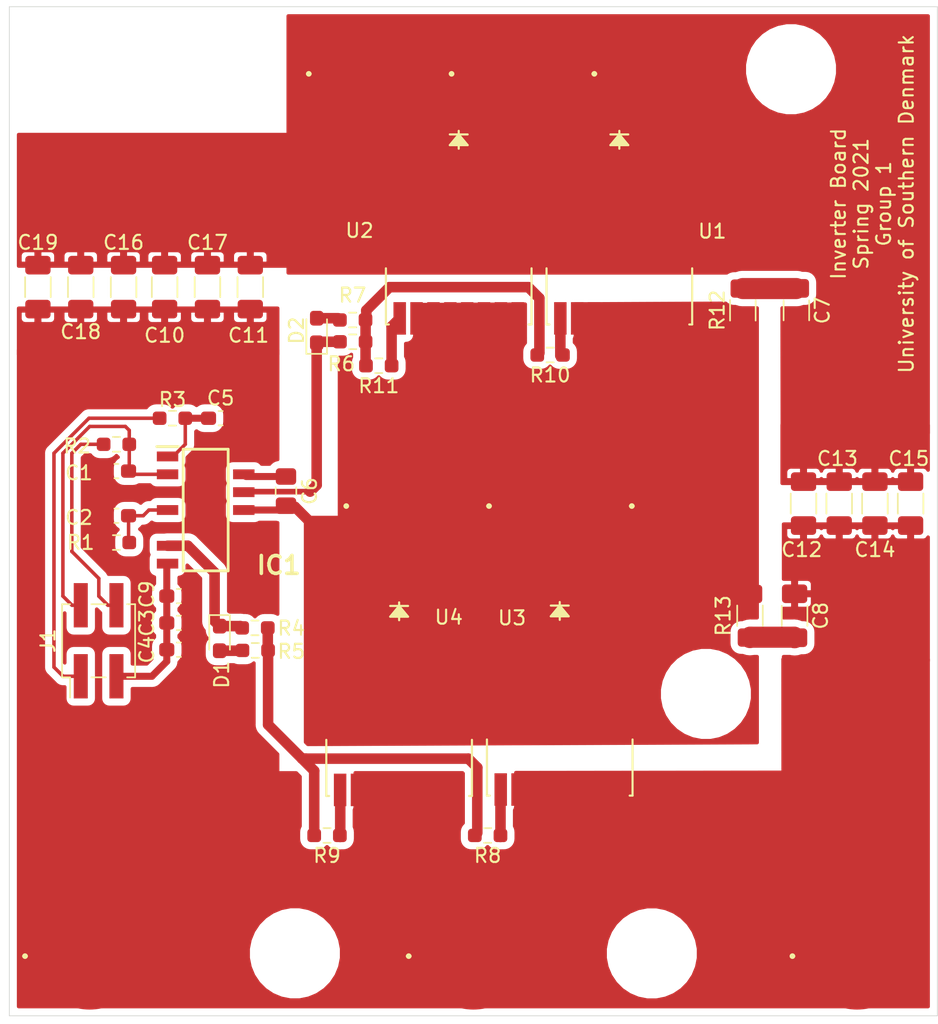
<source format=kicad_pcb>
(kicad_pcb (version 20171130) (host pcbnew 5.1.9-73d0e3b20d~88~ubuntu20.04.1)

  (general
    (thickness 1.6)
    (drawings 5)
    (tracks 99)
    (zones 0)
    (modules 54)
    (nets 23)
  )

  (page A4)
  (layers
    (0 F.Cu signal)
    (31 B.Cu signal)
    (33 F.Adhes user)
    (35 F.Paste user)
    (37 F.SilkS user)
    (38 B.Mask user)
    (39 F.Mask user)
    (40 Dwgs.User user)
    (41 Cmts.User user)
    (42 Eco1.User user)
    (43 Eco2.User user)
    (44 Edge.Cuts user)
    (45 Margin user)
    (46 B.CrtYd user)
    (47 F.CrtYd user)
    (49 F.Fab user)
  )

  (setup
    (last_trace_width 0.25)
    (trace_clearance 0.2)
    (zone_clearance 0.254)
    (zone_45_only yes)
    (trace_min 0.2)
    (via_size 0.8)
    (via_drill 0.4)
    (via_min_size 0.4)
    (via_min_drill 0.3)
    (uvia_size 0.3)
    (uvia_drill 0.1)
    (uvias_allowed no)
    (uvia_min_size 0.2)
    (uvia_min_drill 0.1)
    (edge_width 0.05)
    (segment_width 0.2)
    (pcb_text_width 0.3)
    (pcb_text_size 1.5 1.5)
    (mod_edge_width 0.12)
    (mod_text_size 1 1)
    (mod_text_width 0.15)
    (pad_size 8 8)
    (pad_drill 0)
    (pad_to_mask_clearance 0)
    (aux_axis_origin 0 0)
    (visible_elements 7FFFFFFF)
    (pcbplotparams
      (layerselection 0x010a8_7fffffff)
      (usegerberextensions true)
      (usegerberattributes false)
      (usegerberadvancedattributes false)
      (creategerberjobfile false)
      (excludeedgelayer true)
      (linewidth 0.100000)
      (plotframeref false)
      (viasonmask false)
      (mode 1)
      (useauxorigin false)
      (hpglpennumber 1)
      (hpglpenspeed 20)
      (hpglpendiameter 15.000000)
      (psnegative false)
      (psa4output false)
      (plotreference true)
      (plotvalue true)
      (plotinvisibletext false)
      (padsonsilk true)
      (subtractmaskfromsilk false)
      (outputformat 1)
      (mirror false)
      (drillshape 0)
      (scaleselection 1)
      (outputdirectory "inverter_gerber/"))
  )

  (net 0 "")
  (net 1 GND)
  (net 2 Enable)
  (net 3 "Net-(C2-Pad1)")
  (net 4 "Net-(C5-Pad1)")
  (net 5 "Net-(C6-Pad1)")
  (net 6 "Net-(C7-Pad1)")
  (net 7 "Net-(C8-Pad2)")
  (net 8 "Net-(D1-Pad2)")
  (net 9 "Net-(D1-Pad1)")
  (net 10 "Net-(D2-Pad2)")
  (net 11 "Net-(D2-Pad1)")
  (net 12 +5V)
  (net 13 PWM)
  (net 14 "Net-(R4-Pad1)")
  (net 15 "Net-(R10-Pad2)")
  (net 16 "Net-(R8-Pad1)")
  (net 17 "Net-(R9-Pad1)")
  (net 18 "Net-(R10-Pad1)")
  (net 19 "Net-(R11-Pad1)")
  (net 20 +12V)
  (net 21 PHASE)
  (net 22 +BATT)

  (net_class Default "This is the default net class."
    (clearance 0.2)
    (trace_width 0.25)
    (via_dia 0.8)
    (via_drill 0.4)
    (uvia_dia 0.3)
    (uvia_drill 0.1)
    (add_net +12V)
    (add_net +5V)
    (add_net +BATT)
    (add_net Enable)
    (add_net GND)
    (add_net "Net-(C2-Pad1)")
    (add_net "Net-(C5-Pad1)")
    (add_net "Net-(C6-Pad1)")
    (add_net "Net-(C7-Pad1)")
    (add_net "Net-(C8-Pad2)")
    (add_net "Net-(D1-Pad1)")
    (add_net "Net-(D1-Pad2)")
    (add_net "Net-(D2-Pad1)")
    (add_net "Net-(D2-Pad2)")
    (add_net "Net-(R10-Pad1)")
    (add_net "Net-(R10-Pad2)")
    (add_net "Net-(R11-Pad1)")
    (add_net "Net-(R4-Pad1)")
    (add_net "Net-(R8-Pad1)")
    (add_net "Net-(R9-Pad1)")
    (add_net PHASE)
    (add_net PWM)
  )

  (module MountingHole:MountingHole_3.2mm_M3 (layer F.Cu) (tedit 56D1B4CB) (tstamp 607DBF77)
    (at 88.9 125.095)
    (descr "Mounting Hole 3.2mm, no annular, M3")
    (tags "mounting hole 3.2mm no annular m3")
    (clearance 1.6)
    (attr virtual)
    (fp_text reference REF** (at 0 -4.2) (layer F.SilkS) hide
      (effects (font (size 1 1) (thickness 0.15)))
    )
    (fp_text value MountingHole_3.2mm_M3 (at 0 4.2) (layer F.Fab)
      (effects (font (size 1 1) (thickness 0.15)))
    )
    (fp_circle (center 0 0) (end 3.2 0) (layer Cmts.User) (width 0.15))
    (fp_circle (center 0 0) (end 3.45 0) (layer F.CrtYd) (width 0.05))
    (fp_text user %R (at 0.3 0) (layer F.Fab)
      (effects (font (size 1 1) (thickness 0.15)))
    )
    (pad 1 np_thru_hole circle (at 0 0) (size 3.2 3.2) (drill 3.2) (layers *.Cu *.Mask))
  )

  (module MountingHole:MountingHole_3.2mm_M3 (layer F.Cu) (tedit 56D1B4CB) (tstamp 607DBF77)
    (at 114.3 125.1)
    (descr "Mounting Hole 3.2mm, no annular, M3")
    (tags "mounting hole 3.2mm no annular m3")
    (clearance 1.6)
    (attr virtual)
    (fp_text reference REF** (at 0 -4.2) (layer F.SilkS) hide
      (effects (font (size 1 1) (thickness 0.15)))
    )
    (fp_text value MountingHole_3.2mm_M3 (at 0 4.2) (layer F.Fab)
      (effects (font (size 1 1) (thickness 0.15)))
    )
    (fp_circle (center 0 0) (end 3.2 0) (layer Cmts.User) (width 0.15))
    (fp_circle (center 0 0) (end 3.45 0) (layer F.CrtYd) (width 0.05))
    (fp_text user %R (at 0.3 0) (layer F.Fab)
      (effects (font (size 1 1) (thickness 0.15)))
    )
    (pad 1 np_thru_hole circle (at 0 0) (size 3.2 3.2) (drill 3.2) (layers *.Cu *.Mask))
  )

  (module MountingHole:MountingHole_3.2mm_M3 (layer F.Cu) (tedit 56D1B4CB) (tstamp 607DBF77)
    (at 118.15 106.65)
    (descr "Mounting Hole 3.2mm, no annular, M3")
    (tags "mounting hole 3.2mm no annular m3")
    (clearance 1.6)
    (attr virtual)
    (fp_text reference REF** (at 0 -4.2) (layer F.SilkS) hide
      (effects (font (size 1 1) (thickness 0.15)))
    )
    (fp_text value MountingHole_3.2mm_M3 (at 0 4.2) (layer F.Fab)
      (effects (font (size 1 1) (thickness 0.15)))
    )
    (fp_circle (center 0 0) (end 3.2 0) (layer Cmts.User) (width 0.15))
    (fp_circle (center 0 0) (end 3.45 0) (layer F.CrtYd) (width 0.05))
    (fp_text user %R (at 0.3 0) (layer F.Fab)
      (effects (font (size 1 1) (thickness 0.15)))
    )
    (pad 1 np_thru_hole circle (at 0 0) (size 3.2 3.2) (drill 3.2) (layers *.Cu *.Mask))
  )

  (module MountingHole:MountingHole_3.2mm_M3 (layer F.Cu) (tedit 56D1B4CB) (tstamp 607DBF77)
    (at 78.994 62.23)
    (descr "Mounting Hole 3.2mm, no annular, M3")
    (tags "mounting hole 3.2mm no annular m3")
    (clearance 1.6)
    (attr virtual)
    (fp_text reference REF** (at 0 -4.2) (layer F.SilkS) hide
      (effects (font (size 1 1) (thickness 0.15)))
    )
    (fp_text value MountingHole_3.2mm_M3 (at 0 4.2) (layer F.Fab)
      (effects (font (size 1 1) (thickness 0.15)))
    )
    (fp_circle (center 0 0) (end 3.2 0) (layer Cmts.User) (width 0.15))
    (fp_circle (center 0 0) (end 3.45 0) (layer F.CrtYd) (width 0.05))
    (fp_text user %R (at 0.3 0) (layer F.Fab)
      (effects (font (size 1 1) (thickness 0.15)))
    )
    (pad 1 np_thru_hole circle (at 0 0) (size 3.2 3.2) (drill 3.2) (layers *.Cu *.Mask))
  )

  (module MountingHole:MountingHole_3.2mm_M3 (layer F.Cu) (tedit 56D1B4CB) (tstamp 607DBEFC)
    (at 124.206 62.23)
    (descr "Mounting Hole 3.2mm, no annular, M3")
    (tags "mounting hole 3.2mm no annular m3")
    (clearance 1.6)
    (attr virtual)
    (fp_text reference REF** (at 0 -4.2) (layer F.SilkS) hide
      (effects (font (size 1 1) (thickness 0.15)))
    )
    (fp_text value MountingHole_3.2mm_M3 (at 0 4.2) (layer F.Fab)
      (effects (font (size 1 1) (thickness 0.15)))
    )
    (fp_text user %R (at 0.3 0) (layer F.Fab)
      (effects (font (size 1 1) (thickness 0.15)))
    )
    (fp_circle (center 0 0) (end 3.2 0) (layer Cmts.User) (width 0.15))
    (fp_circle (center 0 0) (end 3.45 0) (layer F.CrtYd) (width 0.05))
    (pad 1 np_thru_hole circle (at 0 0) (size 3.2 3.2) (drill 3.2) (layers *.Cu *.Mask))
  )

  (module ElectricGoKart:IPT015N10N5ATMA1 (layer F.Cu) (tedit 6079940F) (tstamp 6063318C)
    (at 96.3168 108.4834)
    (descr "Infineon Power MOSFET")
    (path /606E5DE9)
    (fp_text reference U4 (at 3.5332 -7.2834) (layer F.SilkS)
      (effects (font (size 1 1) (thickness 0.15)))
    )
    (fp_text value PG-HSOF-8-1_INF (at 0 0) (layer F.SilkS) hide
      (effects (font (size 1 1) (thickness 0.15)))
    )
    (fp_line (start 0 -7.0739) (end 0 -8.3439) (layer F.Fab) (width 0.1524))
    (fp_line (start 0.635 -8.0899) (end -0.635 -8.0899) (layer F.Fab) (width 0.1524))
    (fp_line (start 0 -8.0899) (end 0.635 -7.3279) (layer F.Fab) (width 0.1524))
    (fp_line (start 0 -8.0899) (end 0.508 -7.3279) (layer F.Fab) (width 0.1524))
    (fp_line (start 0 -8.0899) (end 0.381 -7.3279) (layer F.Fab) (width 0.1524))
    (fp_line (start 0 -8.0899) (end 0.254 -7.3279) (layer F.Fab) (width 0.1524))
    (fp_line (start 0 -8.0899) (end 0.127 -7.3279) (layer F.Fab) (width 0.1524))
    (fp_line (start 0 -8.0899) (end -0.635 -7.3279) (layer F.Fab) (width 0.1524))
    (fp_line (start 0 -8.0899) (end -0.508 -7.3279) (layer F.Fab) (width 0.1524))
    (fp_line (start 0 -8.0899) (end -0.381 -7.3279) (layer F.Fab) (width 0.1524))
    (fp_line (start 0 -8.0899) (end -0.254 -7.3279) (layer F.Fab) (width 0.1524))
    (fp_line (start 0 -8.0899) (end -0.127 -7.3279) (layer F.Fab) (width 0.1524))
    (fp_line (start 0.635 -7.3279) (end -0.635 -7.3279) (layer F.Fab) (width 0.1524))
    (fp_line (start 0 -7.0739) (end 0 -8.3439) (layer F.SilkS) (width 0.1524))
    (fp_line (start 0.635 -8.0899) (end -0.635 -8.0899) (layer F.SilkS) (width 0.1524))
    (fp_line (start 0 -8.0899) (end 0.635 -7.3279) (layer F.SilkS) (width 0.1524))
    (fp_line (start 0 -8.0899) (end 0.508 -7.3279) (layer F.SilkS) (width 0.1524))
    (fp_line (start 0 -8.0899) (end 0.381 -7.3279) (layer F.SilkS) (width 0.1524))
    (fp_line (start 0 -8.0899) (end 0.254 -7.3279) (layer F.SilkS) (width 0.1524))
    (fp_line (start 0 -8.0899) (end 0.127 -7.3279) (layer F.SilkS) (width 0.1524))
    (fp_line (start 0 -8.0899) (end -0.635 -7.3279) (layer F.SilkS) (width 0.1524))
    (fp_line (start 0 -8.0899) (end -0.508 -7.3279) (layer F.SilkS) (width 0.1524))
    (fp_line (start 0 -8.0899) (end -0.381 -7.3279) (layer F.SilkS) (width 0.1524))
    (fp_line (start 0 -8.0899) (end -0.254 -7.3279) (layer F.SilkS) (width 0.1524))
    (fp_line (start 0 -8.0899) (end -0.127 -7.3279) (layer F.SilkS) (width 0.1524))
    (fp_line (start 0.635 -7.3279) (end -0.635 -7.3279) (layer F.SilkS) (width 0.1524))
    (fp_line (start -5.1816 5.4229) (end -4.977239 5.4229) (layer F.SilkS) (width 0.1524))
    (fp_line (start 5.1816 5.4229) (end 5.1816 1.431888) (layer F.SilkS) (width 0.1524))
    (fp_line (start -5.1816 1.431888) (end -5.1816 5.4229) (layer F.SilkS) (width 0.1524))
    (fp_line (start -5.0546 5.2959) (end 5.0546 5.2959) (layer F.Fab) (width 0.1524))
    (fp_line (start 5.0546 5.2959) (end 5.0546 -5.2959) (layer F.Fab) (width 0.1524))
    (fp_line (start 5.0546 -5.2959) (end -5.0546 -5.2959) (layer F.Fab) (width 0.1524))
    (fp_line (start -5.0546 -5.2959) (end -5.0546 5.2959) (layer F.Fab) (width 0.1524))
    (fp_line (start 4.977239 5.4229) (end 5.1816 5.4229) (layer F.SilkS) (width 0.1524))
    (fp_line (start -5.609699 5.5499) (end -5.609699 -5.5499) (layer F.CrtYd) (width 0.1524))
    (fp_line (start -5.609699 -5.5499) (end -5.207 -5.5499) (layer F.CrtYd) (width 0.1524))
    (fp_line (start -5.207 -5.5499) (end -5.207 -6.5532) (layer F.CrtYd) (width 0.1524))
    (fp_line (start -5.207 -6.5532) (end 5.207 -6.5532) (layer F.CrtYd) (width 0.1524))
    (fp_line (start 5.207 -6.5532) (end 5.207 -5.5499) (layer F.CrtYd) (width 0.1524))
    (fp_line (start 5.207 -5.5499) (end 5.609699 -5.5499) (layer F.CrtYd) (width 0.1524))
    (fp_line (start 5.609699 -5.5499) (end 5.609699 5.5499) (layer F.CrtYd) (width 0.1524))
    (fp_line (start 5.609699 5.5499) (end 5.609699 5.5499) (layer F.CrtYd) (width 0.1524))
    (fp_line (start 5.609699 5.5499) (end 5.609699 6.4008) (layer F.CrtYd) (width 0.1524))
    (fp_line (start 5.609699 6.4008) (end -5.609699 6.4008) (layer F.CrtYd) (width 0.1524))
    (fp_line (start -5.609699 6.4008) (end -5.609699 5.5499) (layer F.CrtYd) (width 0.1524))
    (fp_line (start -5.609699 5.5499) (end -5.609699 5.5499) (layer F.CrtYd) (width 0.1524))
    (fp_line (start -5.0546 5.2959) (end -5.0546 -5.2959) (layer F.CrtYd) (width 0.1524))
    (fp_line (start -5.0546 -5.2959) (end 5.0546 -5.2959) (layer F.CrtYd) (width 0.1524))
    (fp_line (start 5.0546 -5.2959) (end 5.0546 5.2959) (layer F.CrtYd) (width 0.1524))
    (fp_line (start 5.0546 5.2959) (end -5.0546 5.2959) (layer F.CrtYd) (width 0.1524))
    (fp_text user 0.047in/1.2mm (at -8.0391 -3.599999) (layer Dwgs.User)
      (effects (font (size 1 1) (thickness 0.15)))
    )
    (fp_text user 0.035in/0.889mm (at 8.0391 -4.199999) (layer Dwgs.User)
      (effects (font (size 1 1) (thickness 0.15)))
    )
    (fp_text user 0.393in/9.982mm (at 0 -7.7089) (layer Dwgs.User)
      (effects (font (size 1 1) (thickness 0.15)))
    )
    (fp_text user 0.091in/2.311mm (at -4.9911 7.0739) (layer Dwgs.User)
      (effects (font (size 1 1) (thickness 0.15)))
    )
    (pad 9 smd rect (at 0 -2.5654 90) (size 7.4676 9.9568) (layers F.Cu F.Paste F.Mask)
      (net 21 PHASE))
    (pad 1 smd rect (at -4.199999 4.9911 90) (size 2.3114 0.889) (layers F.Cu F.Paste F.Mask)
      (net 17 "Net-(R9-Pad1)"))
    (pad 2 smd rect (at -2.999999 4.9911 90) (size 2.3114 0.889) (layers F.Cu F.Paste F.Mask)
      (net 1 GND))
    (pad 3 smd rect (at -1.799999 4.9911 90) (size 2.3114 0.889) (layers F.Cu F.Paste F.Mask)
      (net 1 GND))
    (pad 4 smd rect (at -0.599999 4.9911 90) (size 2.3114 0.889) (layers F.Cu F.Paste F.Mask)
      (net 1 GND))
    (pad 5 smd rect (at 0.600001 4.9911 90) (size 2.3114 0.889) (layers F.Cu F.Paste F.Mask)
      (net 1 GND))
    (pad 6 smd rect (at 1.800001 4.9911 90) (size 2.3114 0.889) (layers F.Cu F.Paste F.Mask)
      (net 1 GND))
    (pad 7 smd rect (at 3.000002 4.9911 90) (size 2.3114 0.889) (layers F.Cu F.Paste F.Mask)
      (net 1 GND))
    (pad 8 smd rect (at 4.199999 4.9911 90) (size 2.3114 0.889) (layers F.Cu F.Paste F.Mask)
      (net 1 GND))
    (model "${GOKART}/3D Models/IPT015N10N5.step"
      (at (xyz 0 0 0))
      (scale (xyz 1 1 1))
      (rotate (xyz 0 0 0))
    )
  )

  (module ElectricGoKart:IPT015N10N5ATMA1 (layer F.Cu) (tedit 6079940F) (tstamp 60632E62)
    (at 107.7468 108.458)
    (descr "Infineon Power MOSFET")
    (path /606E59D8)
    (fp_text reference U3 (at -3.3968 -7.208) (layer F.SilkS)
      (effects (font (size 1 1) (thickness 0.15)))
    )
    (fp_text value PG-HSOF-8-1_INF (at 0 0) (layer F.SilkS) hide
      (effects (font (size 1 1) (thickness 0.15)))
    )
    (fp_line (start 0 -7.0739) (end 0 -8.3439) (layer F.Fab) (width 0.1524))
    (fp_line (start 0.635 -8.0899) (end -0.635 -8.0899) (layer F.Fab) (width 0.1524))
    (fp_line (start 0 -8.0899) (end 0.635 -7.3279) (layer F.Fab) (width 0.1524))
    (fp_line (start 0 -8.0899) (end 0.508 -7.3279) (layer F.Fab) (width 0.1524))
    (fp_line (start 0 -8.0899) (end 0.381 -7.3279) (layer F.Fab) (width 0.1524))
    (fp_line (start 0 -8.0899) (end 0.254 -7.3279) (layer F.Fab) (width 0.1524))
    (fp_line (start 0 -8.0899) (end 0.127 -7.3279) (layer F.Fab) (width 0.1524))
    (fp_line (start 0 -8.0899) (end -0.635 -7.3279) (layer F.Fab) (width 0.1524))
    (fp_line (start 0 -8.0899) (end -0.508 -7.3279) (layer F.Fab) (width 0.1524))
    (fp_line (start 0 -8.0899) (end -0.381 -7.3279) (layer F.Fab) (width 0.1524))
    (fp_line (start 0 -8.0899) (end -0.254 -7.3279) (layer F.Fab) (width 0.1524))
    (fp_line (start 0 -8.0899) (end -0.127 -7.3279) (layer F.Fab) (width 0.1524))
    (fp_line (start 0.635 -7.3279) (end -0.635 -7.3279) (layer F.Fab) (width 0.1524))
    (fp_line (start 0 -7.0739) (end 0 -8.3439) (layer F.SilkS) (width 0.1524))
    (fp_line (start 0.635 -8.0899) (end -0.635 -8.0899) (layer F.SilkS) (width 0.1524))
    (fp_line (start 0 -8.0899) (end 0.635 -7.3279) (layer F.SilkS) (width 0.1524))
    (fp_line (start 0 -8.0899) (end 0.508 -7.3279) (layer F.SilkS) (width 0.1524))
    (fp_line (start 0 -8.0899) (end 0.381 -7.3279) (layer F.SilkS) (width 0.1524))
    (fp_line (start 0 -8.0899) (end 0.254 -7.3279) (layer F.SilkS) (width 0.1524))
    (fp_line (start 0 -8.0899) (end 0.127 -7.3279) (layer F.SilkS) (width 0.1524))
    (fp_line (start 0 -8.0899) (end -0.635 -7.3279) (layer F.SilkS) (width 0.1524))
    (fp_line (start 0 -8.0899) (end -0.508 -7.3279) (layer F.SilkS) (width 0.1524))
    (fp_line (start 0 -8.0899) (end -0.381 -7.3279) (layer F.SilkS) (width 0.1524))
    (fp_line (start 0 -8.0899) (end -0.254 -7.3279) (layer F.SilkS) (width 0.1524))
    (fp_line (start 0 -8.0899) (end -0.127 -7.3279) (layer F.SilkS) (width 0.1524))
    (fp_line (start 0.635 -7.3279) (end -0.635 -7.3279) (layer F.SilkS) (width 0.1524))
    (fp_line (start -5.1816 5.4229) (end -4.977239 5.4229) (layer F.SilkS) (width 0.1524))
    (fp_line (start 5.1816 5.4229) (end 5.1816 1.431888) (layer F.SilkS) (width 0.1524))
    (fp_line (start -5.1816 1.431888) (end -5.1816 5.4229) (layer F.SilkS) (width 0.1524))
    (fp_line (start -5.0546 5.2959) (end 5.0546 5.2959) (layer F.Fab) (width 0.1524))
    (fp_line (start 5.0546 5.2959) (end 5.0546 -5.2959) (layer F.Fab) (width 0.1524))
    (fp_line (start 5.0546 -5.2959) (end -5.0546 -5.2959) (layer F.Fab) (width 0.1524))
    (fp_line (start -5.0546 -5.2959) (end -5.0546 5.2959) (layer F.Fab) (width 0.1524))
    (fp_line (start 4.977239 5.4229) (end 5.1816 5.4229) (layer F.SilkS) (width 0.1524))
    (fp_line (start -5.609699 5.5499) (end -5.609699 -5.5499) (layer F.CrtYd) (width 0.1524))
    (fp_line (start -5.609699 -5.5499) (end -5.207 -5.5499) (layer F.CrtYd) (width 0.1524))
    (fp_line (start -5.207 -5.5499) (end -5.207 -6.5532) (layer F.CrtYd) (width 0.1524))
    (fp_line (start -5.207 -6.5532) (end 5.207 -6.5532) (layer F.CrtYd) (width 0.1524))
    (fp_line (start 5.207 -6.5532) (end 5.207 -5.5499) (layer F.CrtYd) (width 0.1524))
    (fp_line (start 5.207 -5.5499) (end 5.609699 -5.5499) (layer F.CrtYd) (width 0.1524))
    (fp_line (start 5.609699 -5.5499) (end 5.609699 5.5499) (layer F.CrtYd) (width 0.1524))
    (fp_line (start 5.609699 5.5499) (end 5.609699 5.5499) (layer F.CrtYd) (width 0.1524))
    (fp_line (start 5.609699 5.5499) (end 5.609699 6.4008) (layer F.CrtYd) (width 0.1524))
    (fp_line (start 5.609699 6.4008) (end -5.609699 6.4008) (layer F.CrtYd) (width 0.1524))
    (fp_line (start -5.609699 6.4008) (end -5.609699 5.5499) (layer F.CrtYd) (width 0.1524))
    (fp_line (start -5.609699 5.5499) (end -5.609699 5.5499) (layer F.CrtYd) (width 0.1524))
    (fp_line (start -5.0546 5.2959) (end -5.0546 -5.2959) (layer F.CrtYd) (width 0.1524))
    (fp_line (start -5.0546 -5.2959) (end 5.0546 -5.2959) (layer F.CrtYd) (width 0.1524))
    (fp_line (start 5.0546 -5.2959) (end 5.0546 5.2959) (layer F.CrtYd) (width 0.1524))
    (fp_line (start 5.0546 5.2959) (end -5.0546 5.2959) (layer F.CrtYd) (width 0.1524))
    (fp_text user 0.047in/1.2mm (at -8.0391 -3.599999) (layer Dwgs.User)
      (effects (font (size 1 1) (thickness 0.15)))
    )
    (fp_text user 0.035in/0.889mm (at 8.0391 -4.199999) (layer Dwgs.User)
      (effects (font (size 1 1) (thickness 0.15)))
    )
    (fp_text user 0.393in/9.982mm (at 0 -7.7089) (layer Dwgs.User)
      (effects (font (size 1 1) (thickness 0.15)))
    )
    (fp_text user 0.091in/2.311mm (at -4.9911 7.0739) (layer Dwgs.User)
      (effects (font (size 1 1) (thickness 0.15)))
    )
    (pad 9 smd rect (at 0 -2.5654 90) (size 7.4676 9.9568) (layers F.Cu F.Paste F.Mask)
      (net 21 PHASE))
    (pad 1 smd rect (at -4.199999 4.9911 90) (size 2.3114 0.889) (layers F.Cu F.Paste F.Mask)
      (net 16 "Net-(R8-Pad1)"))
    (pad 2 smd rect (at -2.999999 4.9911 90) (size 2.3114 0.889) (layers F.Cu F.Paste F.Mask)
      (net 1 GND))
    (pad 3 smd rect (at -1.799999 4.9911 90) (size 2.3114 0.889) (layers F.Cu F.Paste F.Mask)
      (net 1 GND))
    (pad 4 smd rect (at -0.599999 4.9911 90) (size 2.3114 0.889) (layers F.Cu F.Paste F.Mask)
      (net 1 GND))
    (pad 5 smd rect (at 0.600001 4.9911 90) (size 2.3114 0.889) (layers F.Cu F.Paste F.Mask)
      (net 1 GND))
    (pad 6 smd rect (at 1.800001 4.9911 90) (size 2.3114 0.889) (layers F.Cu F.Paste F.Mask)
      (net 1 GND))
    (pad 7 smd rect (at 3.000002 4.9911 90) (size 2.3114 0.889) (layers F.Cu F.Paste F.Mask)
      (net 1 GND))
    (pad 8 smd rect (at 4.199999 4.9911 90) (size 2.3114 0.889) (layers F.Cu F.Paste F.Mask)
      (net 1 GND))
    (model "${GOKART}/3D Models/IPT015N10N5.step"
      (at (xyz 0 0 0))
      (scale (xyz 1 1 1))
      (rotate (xyz 0 0 0))
    )
  )

  (module ElectricGoKart:IPT015N10N5ATMA1 (layer F.Cu) (tedit 6079940F) (tstamp 60632D6F)
    (at 100.5586 74.9554)
    (descr "Infineon Power MOSFET")
    (path /606E5528)
    (fp_text reference U2 (at -7.0586 -1.2554) (layer F.SilkS)
      (effects (font (size 1 1) (thickness 0.15)))
    )
    (fp_text value PG-HSOF-8-1_INF (at 0 0) (layer F.SilkS) hide
      (effects (font (size 1 1) (thickness 0.15)))
    )
    (fp_line (start 0 -7.0739) (end 0 -8.3439) (layer F.Fab) (width 0.1524))
    (fp_line (start 0.635 -8.0899) (end -0.635 -8.0899) (layer F.Fab) (width 0.1524))
    (fp_line (start 0 -8.0899) (end 0.635 -7.3279) (layer F.Fab) (width 0.1524))
    (fp_line (start 0 -8.0899) (end 0.508 -7.3279) (layer F.Fab) (width 0.1524))
    (fp_line (start 0 -8.0899) (end 0.381 -7.3279) (layer F.Fab) (width 0.1524))
    (fp_line (start 0 -8.0899) (end 0.254 -7.3279) (layer F.Fab) (width 0.1524))
    (fp_line (start 0 -8.0899) (end 0.127 -7.3279) (layer F.Fab) (width 0.1524))
    (fp_line (start 0 -8.0899) (end -0.635 -7.3279) (layer F.Fab) (width 0.1524))
    (fp_line (start 0 -8.0899) (end -0.508 -7.3279) (layer F.Fab) (width 0.1524))
    (fp_line (start 0 -8.0899) (end -0.381 -7.3279) (layer F.Fab) (width 0.1524))
    (fp_line (start 0 -8.0899) (end -0.254 -7.3279) (layer F.Fab) (width 0.1524))
    (fp_line (start 0 -8.0899) (end -0.127 -7.3279) (layer F.Fab) (width 0.1524))
    (fp_line (start 0.635 -7.3279) (end -0.635 -7.3279) (layer F.Fab) (width 0.1524))
    (fp_line (start 0 -7.0739) (end 0 -8.3439) (layer F.SilkS) (width 0.1524))
    (fp_line (start 0.635 -8.0899) (end -0.635 -8.0899) (layer F.SilkS) (width 0.1524))
    (fp_line (start 0 -8.0899) (end 0.635 -7.3279) (layer F.SilkS) (width 0.1524))
    (fp_line (start 0 -8.0899) (end 0.508 -7.3279) (layer F.SilkS) (width 0.1524))
    (fp_line (start 0 -8.0899) (end 0.381 -7.3279) (layer F.SilkS) (width 0.1524))
    (fp_line (start 0 -8.0899) (end 0.254 -7.3279) (layer F.SilkS) (width 0.1524))
    (fp_line (start 0 -8.0899) (end 0.127 -7.3279) (layer F.SilkS) (width 0.1524))
    (fp_line (start 0 -8.0899) (end -0.635 -7.3279) (layer F.SilkS) (width 0.1524))
    (fp_line (start 0 -8.0899) (end -0.508 -7.3279) (layer F.SilkS) (width 0.1524))
    (fp_line (start 0 -8.0899) (end -0.381 -7.3279) (layer F.SilkS) (width 0.1524))
    (fp_line (start 0 -8.0899) (end -0.254 -7.3279) (layer F.SilkS) (width 0.1524))
    (fp_line (start 0 -8.0899) (end -0.127 -7.3279) (layer F.SilkS) (width 0.1524))
    (fp_line (start 0.635 -7.3279) (end -0.635 -7.3279) (layer F.SilkS) (width 0.1524))
    (fp_line (start -5.1816 5.4229) (end -4.977239 5.4229) (layer F.SilkS) (width 0.1524))
    (fp_line (start 5.1816 5.4229) (end 5.1816 1.431888) (layer F.SilkS) (width 0.1524))
    (fp_line (start -5.1816 1.431888) (end -5.1816 5.4229) (layer F.SilkS) (width 0.1524))
    (fp_line (start -5.0546 5.2959) (end 5.0546 5.2959) (layer F.Fab) (width 0.1524))
    (fp_line (start 5.0546 5.2959) (end 5.0546 -5.2959) (layer F.Fab) (width 0.1524))
    (fp_line (start 5.0546 -5.2959) (end -5.0546 -5.2959) (layer F.Fab) (width 0.1524))
    (fp_line (start -5.0546 -5.2959) (end -5.0546 5.2959) (layer F.Fab) (width 0.1524))
    (fp_line (start 4.977239 5.4229) (end 5.1816 5.4229) (layer F.SilkS) (width 0.1524))
    (fp_line (start -5.609699 5.5499) (end -5.609699 -5.5499) (layer F.CrtYd) (width 0.1524))
    (fp_line (start -5.609699 -5.5499) (end -5.207 -5.5499) (layer F.CrtYd) (width 0.1524))
    (fp_line (start -5.207 -5.5499) (end -5.207 -6.5532) (layer F.CrtYd) (width 0.1524))
    (fp_line (start -5.207 -6.5532) (end 5.207 -6.5532) (layer F.CrtYd) (width 0.1524))
    (fp_line (start 5.207 -6.5532) (end 5.207 -5.5499) (layer F.CrtYd) (width 0.1524))
    (fp_line (start 5.207 -5.5499) (end 5.609699 -5.5499) (layer F.CrtYd) (width 0.1524))
    (fp_line (start 5.609699 -5.5499) (end 5.609699 5.5499) (layer F.CrtYd) (width 0.1524))
    (fp_line (start 5.609699 5.5499) (end 5.609699 5.5499) (layer F.CrtYd) (width 0.1524))
    (fp_line (start 5.609699 5.5499) (end 5.609699 6.4008) (layer F.CrtYd) (width 0.1524))
    (fp_line (start 5.609699 6.4008) (end -5.609699 6.4008) (layer F.CrtYd) (width 0.1524))
    (fp_line (start -5.609699 6.4008) (end -5.609699 5.5499) (layer F.CrtYd) (width 0.1524))
    (fp_line (start -5.609699 5.5499) (end -5.609699 5.5499) (layer F.CrtYd) (width 0.1524))
    (fp_line (start -5.0546 5.2959) (end -5.0546 -5.2959) (layer F.CrtYd) (width 0.1524))
    (fp_line (start -5.0546 -5.2959) (end 5.0546 -5.2959) (layer F.CrtYd) (width 0.1524))
    (fp_line (start 5.0546 -5.2959) (end 5.0546 5.2959) (layer F.CrtYd) (width 0.1524))
    (fp_line (start 5.0546 5.2959) (end -5.0546 5.2959) (layer F.CrtYd) (width 0.1524))
    (fp_text user 0.047in/1.2mm (at -8.0391 -3.599999) (layer Dwgs.User)
      (effects (font (size 1 1) (thickness 0.15)))
    )
    (fp_text user 0.035in/0.889mm (at 8.0391 -4.199999) (layer Dwgs.User)
      (effects (font (size 1 1) (thickness 0.15)))
    )
    (fp_text user 0.393in/9.982mm (at 0 -7.7089) (layer Dwgs.User)
      (effects (font (size 1 1) (thickness 0.15)))
    )
    (fp_text user 0.091in/2.311mm (at -4.9911 7.0739) (layer Dwgs.User)
      (effects (font (size 1 1) (thickness 0.15)))
    )
    (pad 9 smd rect (at 0 -2.5654 90) (size 7.4676 9.9568) (layers F.Cu F.Paste F.Mask)
      (net 22 +BATT))
    (pad 1 smd rect (at -4.199999 4.9911 90) (size 2.3114 0.889) (layers F.Cu F.Paste F.Mask)
      (net 19 "Net-(R11-Pad1)"))
    (pad 2 smd rect (at -2.999999 4.9911 90) (size 2.3114 0.889) (layers F.Cu F.Paste F.Mask)
      (net 21 PHASE))
    (pad 3 smd rect (at -1.799999 4.9911 90) (size 2.3114 0.889) (layers F.Cu F.Paste F.Mask)
      (net 21 PHASE))
    (pad 4 smd rect (at -0.599999 4.9911 90) (size 2.3114 0.889) (layers F.Cu F.Paste F.Mask)
      (net 21 PHASE))
    (pad 5 smd rect (at 0.600001 4.9911 90) (size 2.3114 0.889) (layers F.Cu F.Paste F.Mask)
      (net 21 PHASE))
    (pad 6 smd rect (at 1.800001 4.9911 90) (size 2.3114 0.889) (layers F.Cu F.Paste F.Mask)
      (net 21 PHASE))
    (pad 7 smd rect (at 3.000002 4.9911 90) (size 2.3114 0.889) (layers F.Cu F.Paste F.Mask)
      (net 21 PHASE))
    (pad 8 smd rect (at 4.199999 4.9911 90) (size 2.3114 0.889) (layers F.Cu F.Paste F.Mask)
      (net 21 PHASE))
    (model "${GOKART}/3D Models/IPT015N10N5.step"
      (at (xyz 0 0 0))
      (scale (xyz 1 1 1))
      (rotate (xyz 0 0 0))
    )
  )

  (module ElectricGoKart:IPT015N10N5ATMA1 (layer F.Cu) (tedit 6079940F) (tstamp 60632A36)
    (at 111.9886 74.9554)
    (descr "Infineon Power MOSFET")
    (path /606E0EE0)
    (fp_text reference U1 (at 6.6114 -1.2054) (layer F.SilkS)
      (effects (font (size 1 1) (thickness 0.15)))
    )
    (fp_text value PG-HSOF-8-1_INF (at 0 0) (layer F.SilkS) hide
      (effects (font (size 1 1) (thickness 0.15)))
    )
    (fp_line (start 0 -7.0739) (end 0 -8.3439) (layer F.Fab) (width 0.1524))
    (fp_line (start 0.635 -8.0899) (end -0.635 -8.0899) (layer F.Fab) (width 0.1524))
    (fp_line (start 0 -8.0899) (end 0.635 -7.3279) (layer F.Fab) (width 0.1524))
    (fp_line (start 0 -8.0899) (end 0.508 -7.3279) (layer F.Fab) (width 0.1524))
    (fp_line (start 0 -8.0899) (end 0.381 -7.3279) (layer F.Fab) (width 0.1524))
    (fp_line (start 0 -8.0899) (end 0.254 -7.3279) (layer F.Fab) (width 0.1524))
    (fp_line (start 0 -8.0899) (end 0.127 -7.3279) (layer F.Fab) (width 0.1524))
    (fp_line (start 0 -8.0899) (end -0.635 -7.3279) (layer F.Fab) (width 0.1524))
    (fp_line (start 0 -8.0899) (end -0.508 -7.3279) (layer F.Fab) (width 0.1524))
    (fp_line (start 0 -8.0899) (end -0.381 -7.3279) (layer F.Fab) (width 0.1524))
    (fp_line (start 0 -8.0899) (end -0.254 -7.3279) (layer F.Fab) (width 0.1524))
    (fp_line (start 0 -8.0899) (end -0.127 -7.3279) (layer F.Fab) (width 0.1524))
    (fp_line (start 0.635 -7.3279) (end -0.635 -7.3279) (layer F.Fab) (width 0.1524))
    (fp_line (start 0 -7.0739) (end 0 -8.3439) (layer F.SilkS) (width 0.1524))
    (fp_line (start 0.635 -8.0899) (end -0.635 -8.0899) (layer F.SilkS) (width 0.1524))
    (fp_line (start 0 -8.0899) (end 0.635 -7.3279) (layer F.SilkS) (width 0.1524))
    (fp_line (start 0 -8.0899) (end 0.508 -7.3279) (layer F.SilkS) (width 0.1524))
    (fp_line (start 0 -8.0899) (end 0.381 -7.3279) (layer F.SilkS) (width 0.1524))
    (fp_line (start 0 -8.0899) (end 0.254 -7.3279) (layer F.SilkS) (width 0.1524))
    (fp_line (start 0 -8.0899) (end 0.127 -7.3279) (layer F.SilkS) (width 0.1524))
    (fp_line (start 0 -8.0899) (end -0.635 -7.3279) (layer F.SilkS) (width 0.1524))
    (fp_line (start 0 -8.0899) (end -0.508 -7.3279) (layer F.SilkS) (width 0.1524))
    (fp_line (start 0 -8.0899) (end -0.381 -7.3279) (layer F.SilkS) (width 0.1524))
    (fp_line (start 0 -8.0899) (end -0.254 -7.3279) (layer F.SilkS) (width 0.1524))
    (fp_line (start 0 -8.0899) (end -0.127 -7.3279) (layer F.SilkS) (width 0.1524))
    (fp_line (start 0.635 -7.3279) (end -0.635 -7.3279) (layer F.SilkS) (width 0.1524))
    (fp_line (start -5.1816 5.4229) (end -4.977239 5.4229) (layer F.SilkS) (width 0.1524))
    (fp_line (start 5.1816 5.4229) (end 5.1816 1.431888) (layer F.SilkS) (width 0.1524))
    (fp_line (start -5.1816 1.431888) (end -5.1816 5.4229) (layer F.SilkS) (width 0.1524))
    (fp_line (start -5.0546 5.2959) (end 5.0546 5.2959) (layer F.Fab) (width 0.1524))
    (fp_line (start 5.0546 5.2959) (end 5.0546 -5.2959) (layer F.Fab) (width 0.1524))
    (fp_line (start 5.0546 -5.2959) (end -5.0546 -5.2959) (layer F.Fab) (width 0.1524))
    (fp_line (start -5.0546 -5.2959) (end -5.0546 5.2959) (layer F.Fab) (width 0.1524))
    (fp_line (start 4.977239 5.4229) (end 5.1816 5.4229) (layer F.SilkS) (width 0.1524))
    (fp_line (start -5.609699 5.5499) (end -5.609699 -5.5499) (layer F.CrtYd) (width 0.1524))
    (fp_line (start -5.609699 -5.5499) (end -5.207 -5.5499) (layer F.CrtYd) (width 0.1524))
    (fp_line (start -5.207 -5.5499) (end -5.207 -6.5532) (layer F.CrtYd) (width 0.1524))
    (fp_line (start -5.207 -6.5532) (end 5.207 -6.5532) (layer F.CrtYd) (width 0.1524))
    (fp_line (start 5.207 -6.5532) (end 5.207 -5.5499) (layer F.CrtYd) (width 0.1524))
    (fp_line (start 5.207 -5.5499) (end 5.609699 -5.5499) (layer F.CrtYd) (width 0.1524))
    (fp_line (start 5.609699 -5.5499) (end 5.609699 5.5499) (layer F.CrtYd) (width 0.1524))
    (fp_line (start 5.609699 5.5499) (end 5.609699 5.5499) (layer F.CrtYd) (width 0.1524))
    (fp_line (start 5.609699 5.5499) (end 5.609699 6.4008) (layer F.CrtYd) (width 0.1524))
    (fp_line (start 5.609699 6.4008) (end -5.609699 6.4008) (layer F.CrtYd) (width 0.1524))
    (fp_line (start -5.609699 6.4008) (end -5.609699 5.5499) (layer F.CrtYd) (width 0.1524))
    (fp_line (start -5.609699 5.5499) (end -5.609699 5.5499) (layer F.CrtYd) (width 0.1524))
    (fp_line (start -5.0546 5.2959) (end -5.0546 -5.2959) (layer F.CrtYd) (width 0.1524))
    (fp_line (start -5.0546 -5.2959) (end 5.0546 -5.2959) (layer F.CrtYd) (width 0.1524))
    (fp_line (start 5.0546 -5.2959) (end 5.0546 5.2959) (layer F.CrtYd) (width 0.1524))
    (fp_line (start 5.0546 5.2959) (end -5.0546 5.2959) (layer F.CrtYd) (width 0.1524))
    (fp_text user 0.047in/1.2mm (at -8.0391 -3.599999) (layer Dwgs.User)
      (effects (font (size 1 1) (thickness 0.15)))
    )
    (fp_text user 0.035in/0.889mm (at 8.0391 -4.199999) (layer Dwgs.User)
      (effects (font (size 1 1) (thickness 0.15)))
    )
    (fp_text user 0.393in/9.982mm (at 0 -7.7089) (layer Dwgs.User)
      (effects (font (size 1 1) (thickness 0.15)))
    )
    (fp_text user 0.091in/2.311mm (at -4.9911 7.0739) (layer Dwgs.User)
      (effects (font (size 1 1) (thickness 0.15)))
    )
    (pad 9 smd rect (at 0 -2.5654 90) (size 7.4676 9.9568) (layers F.Cu F.Paste F.Mask)
      (net 22 +BATT))
    (pad 1 smd rect (at -4.199999 4.9911 90) (size 2.3114 0.889) (layers F.Cu F.Paste F.Mask)
      (net 18 "Net-(R10-Pad1)"))
    (pad 2 smd rect (at -2.999999 4.9911 90) (size 2.3114 0.889) (layers F.Cu F.Paste F.Mask)
      (net 21 PHASE))
    (pad 3 smd rect (at -1.799999 4.9911 90) (size 2.3114 0.889) (layers F.Cu F.Paste F.Mask)
      (net 21 PHASE))
    (pad 4 smd rect (at -0.599999 4.9911 90) (size 2.3114 0.889) (layers F.Cu F.Paste F.Mask)
      (net 21 PHASE))
    (pad 5 smd rect (at 0.600001 4.9911 90) (size 2.3114 0.889) (layers F.Cu F.Paste F.Mask)
      (net 21 PHASE))
    (pad 6 smd rect (at 1.800001 4.9911 90) (size 2.3114 0.889) (layers F.Cu F.Paste F.Mask)
      (net 21 PHASE))
    (pad 7 smd rect (at 3.000002 4.9911 90) (size 2.3114 0.889) (layers F.Cu F.Paste F.Mask)
      (net 21 PHASE))
    (pad 8 smd rect (at 4.199999 4.9911 90) (size 2.3114 0.889) (layers F.Cu F.Paste F.Mask)
      (net 21 PHASE))
    (model "${GOKART}/3D Models/IPT015N10N5.step"
      (at (xyz 0 0 0))
      (scale (xyz 1 1 1))
      (rotate (xyz 0 0 0))
    )
  )

  (module ElectricGoKart:7466203R (layer F.Cu) (tedit 6079915D) (tstamp 6078E358)
    (at 128.905 125.095)
    (descr 7466203R-1)
    (tags "Undefined or Miscellaneous")
    (attr smd)
    (fp_text reference U** (at 0 0) (layer F.SilkS) hide
      (effects (font (size 1.27 1.27) (thickness 0.254)))
    )
    (fp_text value 7466203R (at 0 0) (layer F.SilkS) hide
      (effects (font (size 1.27 1.27) (thickness 0.254)))
    )
    (fp_line (start -4.7 0.2) (end -4.7 0.2) (layer F.SilkS) (width 0.2))
    (fp_line (start -4.5 0.2) (end -4.5 0.2) (layer F.SilkS) (width 0.2))
    (fp_line (start 3.5 0) (end 3.5 0) (layer F.Fab) (width 0.1))
    (fp_line (start -3.5 0) (end -3.5 0) (layer F.Fab) (width 0.1))
    (fp_line (start -5 5) (end -5 -5) (layer F.CrtYd) (width 0.1))
    (fp_line (start 5 5) (end -5 5) (layer F.CrtYd) (width 0.1))
    (fp_line (start 5 -5) (end 5 5) (layer F.CrtYd) (width 0.1))
    (fp_line (start -5 -5) (end 5 -5) (layer F.CrtYd) (width 0.1))
    (fp_text user %R (at 0 0) (layer F.Fab)
      (effects (font (size 1.27 1.27) (thickness 0.254)))
    )
    (fp_arc (start 0 0) (end -3.5 0) (angle -180) (layer F.Fab) (width 0.1))
    (fp_arc (start 0 0) (end 3.5 0) (angle -180) (layer F.Fab) (width 0.1))
    (fp_arc (start -4.6 0.2) (end -4.5 0.2) (angle -180) (layer F.SilkS) (width 0.2))
    (fp_arc (start -4.6 0.2) (end -4.7 0.2) (angle -180) (layer F.SilkS) (width 0.2))
    (pad 1 smd circle (at 0 0 90) (size 8 8) (layers F.Cu F.Paste F.Mask)
      (net 1 GND))
    (model "${GOKART}/3D Models/7466203R.stp"
      (at (xyz 0 0 0))
      (scale (xyz 1 1 1))
      (rotate (xyz 0 0 0))
    )
  )

  (module ElectricGoKart:7466203R (layer F.Cu) (tedit 6079915D) (tstamp 6078E336)
    (at 101.6 125.095)
    (descr 7466203R-1)
    (tags "Undefined or Miscellaneous")
    (attr smd)
    (fp_text reference U** (at 0 0) (layer F.SilkS) hide
      (effects (font (size 1.27 1.27) (thickness 0.254)))
    )
    (fp_text value 7466203R (at 0 0) (layer F.SilkS) hide
      (effects (font (size 1.27 1.27) (thickness 0.254)))
    )
    (fp_line (start -4.7 0.2) (end -4.7 0.2) (layer F.SilkS) (width 0.2))
    (fp_line (start -4.5 0.2) (end -4.5 0.2) (layer F.SilkS) (width 0.2))
    (fp_line (start 3.5 0) (end 3.5 0) (layer F.Fab) (width 0.1))
    (fp_line (start -3.5 0) (end -3.5 0) (layer F.Fab) (width 0.1))
    (fp_line (start -5 5) (end -5 -5) (layer F.CrtYd) (width 0.1))
    (fp_line (start 5 5) (end -5 5) (layer F.CrtYd) (width 0.1))
    (fp_line (start 5 -5) (end 5 5) (layer F.CrtYd) (width 0.1))
    (fp_line (start -5 -5) (end 5 -5) (layer F.CrtYd) (width 0.1))
    (fp_text user %R (at 0 0) (layer F.Fab)
      (effects (font (size 1.27 1.27) (thickness 0.254)))
    )
    (fp_arc (start 0 0) (end -3.5 0) (angle -180) (layer F.Fab) (width 0.1))
    (fp_arc (start 0 0) (end 3.5 0) (angle -180) (layer F.Fab) (width 0.1))
    (fp_arc (start -4.6 0.2) (end -4.5 0.2) (angle -180) (layer F.SilkS) (width 0.2))
    (fp_arc (start -4.6 0.2) (end -4.7 0.2) (angle -180) (layer F.SilkS) (width 0.2))
    (pad 1 smd circle (at 0 0 90) (size 8 8) (layers F.Cu F.Paste F.Mask)
      (net 1 GND))
    (model "${GOKART}/3D Models/7466203R.stp"
      (at (xyz 0 0 0))
      (scale (xyz 1 1 1))
      (rotate (xyz 0 0 0))
    )
  )

  (module ElectricGoKart:7466203R (layer F.Cu) (tedit 6079915D) (tstamp 6078E264)
    (at 74.295 125.095)
    (descr 7466203R-1)
    (tags "Undefined or Miscellaneous")
    (attr smd)
    (fp_text reference U** (at 0 0) (layer F.SilkS) hide
      (effects (font (size 1.27 1.27) (thickness 0.254)))
    )
    (fp_text value 7466203R (at 0 0) (layer F.SilkS) hide
      (effects (font (size 1.27 1.27) (thickness 0.254)))
    )
    (fp_line (start -4.7 0.2) (end -4.7 0.2) (layer F.SilkS) (width 0.2))
    (fp_line (start -4.5 0.2) (end -4.5 0.2) (layer F.SilkS) (width 0.2))
    (fp_line (start 3.5 0) (end 3.5 0) (layer F.Fab) (width 0.1))
    (fp_line (start -3.5 0) (end -3.5 0) (layer F.Fab) (width 0.1))
    (fp_line (start -5 5) (end -5 -5) (layer F.CrtYd) (width 0.1))
    (fp_line (start 5 5) (end -5 5) (layer F.CrtYd) (width 0.1))
    (fp_line (start 5 -5) (end 5 5) (layer F.CrtYd) (width 0.1))
    (fp_line (start -5 -5) (end 5 -5) (layer F.CrtYd) (width 0.1))
    (fp_text user %R (at 0 0) (layer F.Fab)
      (effects (font (size 1.27 1.27) (thickness 0.254)))
    )
    (fp_arc (start 0 0) (end -3.5 0) (angle -180) (layer F.Fab) (width 0.1))
    (fp_arc (start 0 0) (end 3.5 0) (angle -180) (layer F.Fab) (width 0.1))
    (fp_arc (start -4.6 0.2) (end -4.5 0.2) (angle -180) (layer F.SilkS) (width 0.2))
    (fp_arc (start -4.6 0.2) (end -4.7 0.2) (angle -180) (layer F.SilkS) (width 0.2))
    (pad 1 smd circle (at 0 0 90) (size 8 8) (layers F.Cu F.Paste F.Mask)
      (net 1 GND))
    (model "${GOKART}/3D Models/7466203R.stp"
      (at (xyz 0 0 0))
      (scale (xyz 1 1 1))
      (rotate (xyz 0 0 0))
    )
  )

  (module ElectricGoKart:7466203R (layer F.Cu) (tedit 6079915D) (tstamp 60797FB3)
    (at 117.475 93.091)
    (descr 7466203R-1)
    (tags "Undefined or Miscellaneous")
    (attr smd)
    (fp_text reference U** (at 0 0) (layer F.SilkS) hide
      (effects (font (size 1.27 1.27) (thickness 0.254)))
    )
    (fp_text value 7466203R (at 0 0) (layer F.SilkS) hide
      (effects (font (size 1.27 1.27) (thickness 0.254)))
    )
    (fp_line (start -4.7 0.2) (end -4.7 0.2) (layer F.SilkS) (width 0.2))
    (fp_line (start -4.5 0.2) (end -4.5 0.2) (layer F.SilkS) (width 0.2))
    (fp_line (start 3.5 0) (end 3.5 0) (layer F.Fab) (width 0.1))
    (fp_line (start -3.5 0) (end -3.5 0) (layer F.Fab) (width 0.1))
    (fp_line (start -5 5) (end -5 -5) (layer F.CrtYd) (width 0.1))
    (fp_line (start 5 5) (end -5 5) (layer F.CrtYd) (width 0.1))
    (fp_line (start 5 -5) (end 5 5) (layer F.CrtYd) (width 0.1))
    (fp_line (start -5 -5) (end 5 -5) (layer F.CrtYd) (width 0.1))
    (fp_text user %R (at 0 0) (layer F.Fab)
      (effects (font (size 1.27 1.27) (thickness 0.254)))
    )
    (fp_arc (start 0 0) (end -3.5 0) (angle -180) (layer F.Fab) (width 0.1))
    (fp_arc (start 0 0) (end 3.5 0) (angle -180) (layer F.Fab) (width 0.1))
    (fp_arc (start -4.6 0.2) (end -4.5 0.2) (angle -180) (layer F.SilkS) (width 0.2))
    (fp_arc (start -4.6 0.2) (end -4.7 0.2) (angle -180) (layer F.SilkS) (width 0.2))
    (pad 1 smd circle (at 0 0 90) (size 8 8) (layers F.Cu F.Paste F.Mask)
      (net 21 PHASE))
    (model "${GOKART}/3D Models/7466203R.stp"
      (at (xyz 0 0 0))
      (scale (xyz 1 1 1))
      (rotate (xyz 0 0 0))
    )
  )

  (module ElectricGoKart:7466203R (layer F.Cu) (tedit 6079915D) (tstamp 6078DFBD)
    (at 107.315 93.091)
    (descr 7466203R-1)
    (tags "Undefined or Miscellaneous")
    (attr smd)
    (fp_text reference U** (at 0 0) (layer F.SilkS) hide
      (effects (font (size 1.27 1.27) (thickness 0.254)))
    )
    (fp_text value 7466203R (at 0 0) (layer F.SilkS) hide
      (effects (font (size 1.27 1.27) (thickness 0.254)))
    )
    (fp_line (start -4.7 0.2) (end -4.7 0.2) (layer F.SilkS) (width 0.2))
    (fp_line (start -4.5 0.2) (end -4.5 0.2) (layer F.SilkS) (width 0.2))
    (fp_line (start 3.5 0) (end 3.5 0) (layer F.Fab) (width 0.1))
    (fp_line (start -3.5 0) (end -3.5 0) (layer F.Fab) (width 0.1))
    (fp_line (start -5 5) (end -5 -5) (layer F.CrtYd) (width 0.1))
    (fp_line (start 5 5) (end -5 5) (layer F.CrtYd) (width 0.1))
    (fp_line (start 5 -5) (end 5 5) (layer F.CrtYd) (width 0.1))
    (fp_line (start -5 -5) (end 5 -5) (layer F.CrtYd) (width 0.1))
    (fp_text user %R (at 0 0) (layer F.Fab)
      (effects (font (size 1.27 1.27) (thickness 0.254)))
    )
    (fp_arc (start 0 0) (end -3.5 0) (angle -180) (layer F.Fab) (width 0.1))
    (fp_arc (start 0 0) (end 3.5 0) (angle -180) (layer F.Fab) (width 0.1))
    (fp_arc (start -4.6 0.2) (end -4.5 0.2) (angle -180) (layer F.SilkS) (width 0.2))
    (fp_arc (start -4.6 0.2) (end -4.7 0.2) (angle -180) (layer F.SilkS) (width 0.2))
    (pad 1 smd circle (at 0 0 90) (size 8 8) (layers F.Cu F.Paste F.Mask)
      (net 21 PHASE))
    (model "${GOKART}/3D Models/7466203R.stp"
      (at (xyz 0 0 0))
      (scale (xyz 1 1 1))
      (rotate (xyz 0 0 0))
    )
  )

  (module ElectricGoKart:7466203R (layer F.Cu) (tedit 6079915D) (tstamp 60797F19)
    (at 97.155 93.091)
    (descr 7466203R-1)
    (tags "Undefined or Miscellaneous")
    (attr smd)
    (fp_text reference U** (at 0 0) (layer F.SilkS) hide
      (effects (font (size 1.27 1.27) (thickness 0.254)))
    )
    (fp_text value 7466203R (at 0 0) (layer F.SilkS) hide
      (effects (font (size 1.27 1.27) (thickness 0.254)))
    )
    (fp_line (start -4.7 0.2) (end -4.7 0.2) (layer F.SilkS) (width 0.2))
    (fp_line (start -4.5 0.2) (end -4.5 0.2) (layer F.SilkS) (width 0.2))
    (fp_line (start 3.5 0) (end 3.5 0) (layer F.Fab) (width 0.1))
    (fp_line (start -3.5 0) (end -3.5 0) (layer F.Fab) (width 0.1))
    (fp_line (start -5 5) (end -5 -5) (layer F.CrtYd) (width 0.1))
    (fp_line (start 5 5) (end -5 5) (layer F.CrtYd) (width 0.1))
    (fp_line (start 5 -5) (end 5 5) (layer F.CrtYd) (width 0.1))
    (fp_line (start -5 -5) (end 5 -5) (layer F.CrtYd) (width 0.1))
    (fp_text user %R (at 0 0) (layer F.Fab)
      (effects (font (size 1.27 1.27) (thickness 0.254)))
    )
    (fp_arc (start 0 0) (end -3.5 0) (angle -180) (layer F.Fab) (width 0.1))
    (fp_arc (start 0 0) (end 3.5 0) (angle -180) (layer F.Fab) (width 0.1))
    (fp_arc (start -4.6 0.2) (end -4.5 0.2) (angle -180) (layer F.SilkS) (width 0.2))
    (fp_arc (start -4.6 0.2) (end -4.7 0.2) (angle -180) (layer F.SilkS) (width 0.2))
    (pad 1 smd circle (at 0 0 90) (size 8 8) (layers F.Cu F.Paste F.Mask)
      (net 21 PHASE))
    (model "${GOKART}/3D Models/7466203R.stp"
      (at (xyz 0 0 0))
      (scale (xyz 1 1 1))
      (rotate (xyz 0 0 0))
    )
  )

  (module ElectricGoKart:7466203R (layer F.Cu) (tedit 6079915D) (tstamp 6078DDC4)
    (at 114.808 62.357)
    (descr 7466203R-1)
    (tags "Undefined or Miscellaneous")
    (attr smd)
    (fp_text reference U** (at 0 0) (layer F.SilkS) hide
      (effects (font (size 1.27 1.27) (thickness 0.254)))
    )
    (fp_text value 7466203R (at 0 0) (layer F.SilkS) hide
      (effects (font (size 1.27 1.27) (thickness 0.254)))
    )
    (fp_line (start -4.7 0.2) (end -4.7 0.2) (layer F.SilkS) (width 0.2))
    (fp_line (start -4.5 0.2) (end -4.5 0.2) (layer F.SilkS) (width 0.2))
    (fp_line (start 3.5 0) (end 3.5 0) (layer F.Fab) (width 0.1))
    (fp_line (start -3.5 0) (end -3.5 0) (layer F.Fab) (width 0.1))
    (fp_line (start -5 5) (end -5 -5) (layer F.CrtYd) (width 0.1))
    (fp_line (start 5 5) (end -5 5) (layer F.CrtYd) (width 0.1))
    (fp_line (start 5 -5) (end 5 5) (layer F.CrtYd) (width 0.1))
    (fp_line (start -5 -5) (end 5 -5) (layer F.CrtYd) (width 0.1))
    (fp_text user %R (at 0 0) (layer F.Fab)
      (effects (font (size 1.27 1.27) (thickness 0.254)))
    )
    (fp_arc (start 0 0) (end -3.5 0) (angle -180) (layer F.Fab) (width 0.1))
    (fp_arc (start 0 0) (end 3.5 0) (angle -180) (layer F.Fab) (width 0.1))
    (fp_arc (start -4.6 0.2) (end -4.5 0.2) (angle -180) (layer F.SilkS) (width 0.2))
    (fp_arc (start -4.6 0.2) (end -4.7 0.2) (angle -180) (layer F.SilkS) (width 0.2))
    (pad 1 smd circle (at 0 0 90) (size 8 8) (layers F.Cu F.Paste F.Mask)
      (net 22 +BATT))
    (model "${GOKART}/3D Models/7466203R.stp"
      (at (xyz 0 0 0))
      (scale (xyz 1 1 1))
      (rotate (xyz 0 0 0))
    )
  )

  (module ElectricGoKart:7466203R (layer F.Cu) (tedit 6079915D) (tstamp 6078DDA2)
    (at 104.648 62.357)
    (descr 7466203R-1)
    (tags "Undefined or Miscellaneous")
    (attr smd)
    (fp_text reference U** (at 0 0) (layer F.SilkS) hide
      (effects (font (size 1.27 1.27) (thickness 0.254)))
    )
    (fp_text value 7466203R (at 0 0) (layer F.SilkS) hide
      (effects (font (size 1.27 1.27) (thickness 0.254)))
    )
    (fp_line (start -4.7 0.2) (end -4.7 0.2) (layer F.SilkS) (width 0.2))
    (fp_line (start -4.5 0.2) (end -4.5 0.2) (layer F.SilkS) (width 0.2))
    (fp_line (start 3.5 0) (end 3.5 0) (layer F.Fab) (width 0.1))
    (fp_line (start -3.5 0) (end -3.5 0) (layer F.Fab) (width 0.1))
    (fp_line (start -5 5) (end -5 -5) (layer F.CrtYd) (width 0.1))
    (fp_line (start 5 5) (end -5 5) (layer F.CrtYd) (width 0.1))
    (fp_line (start 5 -5) (end 5 5) (layer F.CrtYd) (width 0.1))
    (fp_line (start -5 -5) (end 5 -5) (layer F.CrtYd) (width 0.1))
    (fp_text user %R (at 0 0) (layer F.Fab)
      (effects (font (size 1.27 1.27) (thickness 0.254)))
    )
    (fp_arc (start 0 0) (end -3.5 0) (angle -180) (layer F.Fab) (width 0.1))
    (fp_arc (start 0 0) (end 3.5 0) (angle -180) (layer F.Fab) (width 0.1))
    (fp_arc (start -4.6 0.2) (end -4.5 0.2) (angle -180) (layer F.SilkS) (width 0.2))
    (fp_arc (start -4.6 0.2) (end -4.7 0.2) (angle -180) (layer F.SilkS) (width 0.2))
    (pad 1 smd circle (at 0 0 90) (size 8 8) (layers F.Cu F.Paste F.Mask)
      (net 22 +BATT))
    (model "${GOKART}/3D Models/7466203R.stp"
      (at (xyz 0 0 0))
      (scale (xyz 1 1 1))
      (rotate (xyz 0 0 0))
    )
  )

  (module ElectricGoKart:7466203R (layer F.Cu) (tedit 6079915D) (tstamp 60797D8D)
    (at 94.488 62.357)
    (descr 7466203R-1)
    (tags "Undefined or Miscellaneous")
    (attr smd)
    (fp_text reference U** (at 0 0) (layer F.SilkS) hide
      (effects (font (size 1.27 1.27) (thickness 0.254)))
    )
    (fp_text value 7466203R (at 0 0) (layer F.SilkS) hide
      (effects (font (size 1.27 1.27) (thickness 0.254)))
    )
    (fp_line (start -4.7 0.2) (end -4.7 0.2) (layer F.SilkS) (width 0.2))
    (fp_line (start -4.5 0.2) (end -4.5 0.2) (layer F.SilkS) (width 0.2))
    (fp_line (start 3.5 0) (end 3.5 0) (layer F.Fab) (width 0.1))
    (fp_line (start -3.5 0) (end -3.5 0) (layer F.Fab) (width 0.1))
    (fp_line (start -5 5) (end -5 -5) (layer F.CrtYd) (width 0.1))
    (fp_line (start 5 5) (end -5 5) (layer F.CrtYd) (width 0.1))
    (fp_line (start 5 -5) (end 5 5) (layer F.CrtYd) (width 0.1))
    (fp_line (start -5 -5) (end 5 -5) (layer F.CrtYd) (width 0.1))
    (fp_text user %R (at 0 0) (layer F.Fab)
      (effects (font (size 1.27 1.27) (thickness 0.254)))
    )
    (fp_arc (start 0 0) (end -3.5 0) (angle -180) (layer F.Fab) (width 0.1))
    (fp_arc (start 0 0) (end 3.5 0) (angle -180) (layer F.Fab) (width 0.1))
    (fp_arc (start -4.6 0.2) (end -4.5 0.2) (angle -180) (layer F.SilkS) (width 0.2))
    (fp_arc (start -4.6 0.2) (end -4.7 0.2) (angle -180) (layer F.SilkS) (width 0.2))
    (pad 1 smd circle (at 0 0 90) (size 8 8) (layers F.Cu F.Paste F.Mask)
      (net 22 +BATT))
    (model "${GOKART}/3D Models/7466203R.stp"
      (at (xyz 0 0 0))
      (scale (xyz 1 1 1))
      (rotate (xyz 0 0 0))
    )
  )

  (module Capacitor_SMD:C_1206_3216Metric_Pad1.33x1.80mm_HandSolder (layer F.Cu) (tedit 5F68FEEF) (tstamp 6078708A)
    (at 70.612 77.724 270)
    (descr "Capacitor SMD 1206 (3216 Metric), square (rectangular) end terminal, IPC_7351 nominal with elongated pad for handsoldering. (Body size source: IPC-SM-782 page 76, https://www.pcb-3d.com/wordpress/wp-content/uploads/ipc-sm-782a_amendment_1_and_2.pdf), generated with kicad-footprint-generator")
    (tags "capacitor handsolder")
    (path /6083F4F8)
    (attr smd)
    (fp_text reference C19 (at -3.175 0 180) (layer F.SilkS)
      (effects (font (size 1 1) (thickness 0.15)))
    )
    (fp_text value 4.7µ (at 0 1.85 90) (layer F.Fab)
      (effects (font (size 1 1) (thickness 0.15)))
    )
    (fp_line (start -1.6 0.8) (end -1.6 -0.8) (layer F.Fab) (width 0.1))
    (fp_line (start -1.6 -0.8) (end 1.6 -0.8) (layer F.Fab) (width 0.1))
    (fp_line (start 1.6 -0.8) (end 1.6 0.8) (layer F.Fab) (width 0.1))
    (fp_line (start 1.6 0.8) (end -1.6 0.8) (layer F.Fab) (width 0.1))
    (fp_line (start -0.711252 -0.91) (end 0.711252 -0.91) (layer F.SilkS) (width 0.12))
    (fp_line (start -0.711252 0.91) (end 0.711252 0.91) (layer F.SilkS) (width 0.12))
    (fp_line (start -2.48 1.15) (end -2.48 -1.15) (layer F.CrtYd) (width 0.05))
    (fp_line (start -2.48 -1.15) (end 2.48 -1.15) (layer F.CrtYd) (width 0.05))
    (fp_line (start 2.48 -1.15) (end 2.48 1.15) (layer F.CrtYd) (width 0.05))
    (fp_line (start 2.48 1.15) (end -2.48 1.15) (layer F.CrtYd) (width 0.05))
    (fp_text user %R (at 0 0 90) (layer F.Fab)
      (effects (font (size 0.8 0.8) (thickness 0.12)))
    )
    (pad 2 smd roundrect (at 1.5625 0 270) (size 1.325 1.8) (layers F.Cu F.Paste F.Mask) (roundrect_rratio 0.1886769811320755)
      (net 1 GND))
    (pad 1 smd roundrect (at -1.5625 0 270) (size 1.325 1.8) (layers F.Cu F.Paste F.Mask) (roundrect_rratio 0.1886769811320755)
      (net 22 +BATT))
    (model ${KISYS3DMOD}/Capacitor_SMD.3dshapes/C_1206_3216Metric.wrl
      (at (xyz 0 0 0))
      (scale (xyz 1 1 1))
      (rotate (xyz 0 0 0))
    )
  )

  (module Capacitor_SMD:C_1206_3216Metric_Pad1.33x1.80mm_HandSolder (layer F.Cu) (tedit 5F68FEEF) (tstamp 60787079)
    (at 73.66 77.724 270)
    (descr "Capacitor SMD 1206 (3216 Metric), square (rectangular) end terminal, IPC_7351 nominal with elongated pad for handsoldering. (Body size source: IPC-SM-782 page 76, https://www.pcb-3d.com/wordpress/wp-content/uploads/ipc-sm-782a_amendment_1_and_2.pdf), generated with kicad-footprint-generator")
    (tags "capacitor handsolder")
    (path /60847191)
    (attr smd)
    (fp_text reference C18 (at 3.175 0 180) (layer F.SilkS)
      (effects (font (size 1 1) (thickness 0.15)))
    )
    (fp_text value 4.7µ (at 0 1.85 90) (layer F.Fab)
      (effects (font (size 1 1) (thickness 0.15)))
    )
    (fp_line (start -1.6 0.8) (end -1.6 -0.8) (layer F.Fab) (width 0.1))
    (fp_line (start -1.6 -0.8) (end 1.6 -0.8) (layer F.Fab) (width 0.1))
    (fp_line (start 1.6 -0.8) (end 1.6 0.8) (layer F.Fab) (width 0.1))
    (fp_line (start 1.6 0.8) (end -1.6 0.8) (layer F.Fab) (width 0.1))
    (fp_line (start -0.711252 -0.91) (end 0.711252 -0.91) (layer F.SilkS) (width 0.12))
    (fp_line (start -0.711252 0.91) (end 0.711252 0.91) (layer F.SilkS) (width 0.12))
    (fp_line (start -2.48 1.15) (end -2.48 -1.15) (layer F.CrtYd) (width 0.05))
    (fp_line (start -2.48 -1.15) (end 2.48 -1.15) (layer F.CrtYd) (width 0.05))
    (fp_line (start 2.48 -1.15) (end 2.48 1.15) (layer F.CrtYd) (width 0.05))
    (fp_line (start 2.48 1.15) (end -2.48 1.15) (layer F.CrtYd) (width 0.05))
    (fp_text user %R (at 0 0 90) (layer F.Fab)
      (effects (font (size 0.8 0.8) (thickness 0.12)))
    )
    (pad 2 smd roundrect (at 1.5625 0 270) (size 1.325 1.8) (layers F.Cu F.Paste F.Mask) (roundrect_rratio 0.1886769811320755)
      (net 1 GND))
    (pad 1 smd roundrect (at -1.5625 0 270) (size 1.325 1.8) (layers F.Cu F.Paste F.Mask) (roundrect_rratio 0.1886769811320755)
      (net 22 +BATT))
    (model ${KISYS3DMOD}/Capacitor_SMD.3dshapes/C_1206_3216Metric.wrl
      (at (xyz 0 0 0))
      (scale (xyz 1 1 1))
      (rotate (xyz 0 0 0))
    )
  )

  (module Capacitor_SMD:C_1206_3216Metric_Pad1.33x1.80mm_HandSolder (layer F.Cu) (tedit 5F68FEEF) (tstamp 60785FF1)
    (at 82.677 77.724 270)
    (descr "Capacitor SMD 1206 (3216 Metric), square (rectangular) end terminal, IPC_7351 nominal with elongated pad for handsoldering. (Body size source: IPC-SM-782 page 76, https://www.pcb-3d.com/wordpress/wp-content/uploads/ipc-sm-782a_amendment_1_and_2.pdf), generated with kicad-footprint-generator")
    (tags "capacitor handsolder")
    (path /607B2BF5)
    (attr smd)
    (fp_text reference C17 (at -3.175 0 180) (layer F.SilkS)
      (effects (font (size 1 1) (thickness 0.15)))
    )
    (fp_text value 4.7µ (at 0 1.85 90) (layer F.Fab)
      (effects (font (size 1 1) (thickness 0.15)))
    )
    (fp_line (start -1.6 0.8) (end -1.6 -0.8) (layer F.Fab) (width 0.1))
    (fp_line (start -1.6 -0.8) (end 1.6 -0.8) (layer F.Fab) (width 0.1))
    (fp_line (start 1.6 -0.8) (end 1.6 0.8) (layer F.Fab) (width 0.1))
    (fp_line (start 1.6 0.8) (end -1.6 0.8) (layer F.Fab) (width 0.1))
    (fp_line (start -0.711252 -0.91) (end 0.711252 -0.91) (layer F.SilkS) (width 0.12))
    (fp_line (start -0.711252 0.91) (end 0.711252 0.91) (layer F.SilkS) (width 0.12))
    (fp_line (start -2.48 1.15) (end -2.48 -1.15) (layer F.CrtYd) (width 0.05))
    (fp_line (start -2.48 -1.15) (end 2.48 -1.15) (layer F.CrtYd) (width 0.05))
    (fp_line (start 2.48 -1.15) (end 2.48 1.15) (layer F.CrtYd) (width 0.05))
    (fp_line (start 2.48 1.15) (end -2.48 1.15) (layer F.CrtYd) (width 0.05))
    (fp_text user %R (at 0 0 90) (layer F.Fab)
      (effects (font (size 0.8 0.8) (thickness 0.12)))
    )
    (pad 2 smd roundrect (at 1.5625 0 270) (size 1.325 1.8) (layers F.Cu F.Paste F.Mask) (roundrect_rratio 0.1886769811320755)
      (net 1 GND))
    (pad 1 smd roundrect (at -1.5625 0 270) (size 1.325 1.8) (layers F.Cu F.Paste F.Mask) (roundrect_rratio 0.1886769811320755)
      (net 22 +BATT))
    (model ${KISYS3DMOD}/Capacitor_SMD.3dshapes/C_1206_3216Metric.wrl
      (at (xyz 0 0 0))
      (scale (xyz 1 1 1))
      (rotate (xyz 0 0 0))
    )
  )

  (module Capacitor_SMD:C_1206_3216Metric_Pad1.33x1.80mm_HandSolder (layer F.Cu) (tedit 5F68FEEF) (tstamp 607866E3)
    (at 76.708 77.724 270)
    (descr "Capacitor SMD 1206 (3216 Metric), square (rectangular) end terminal, IPC_7351 nominal with elongated pad for handsoldering. (Body size source: IPC-SM-782 page 76, https://www.pcb-3d.com/wordpress/wp-content/uploads/ipc-sm-782a_amendment_1_and_2.pdf), generated with kicad-footprint-generator")
    (tags "capacitor handsolder")
    (path /607BA415)
    (attr smd)
    (fp_text reference C16 (at -3.175 0 180) (layer F.SilkS)
      (effects (font (size 1 1) (thickness 0.15)))
    )
    (fp_text value 4.7µ (at 0 1.85 90) (layer F.Fab)
      (effects (font (size 1 1) (thickness 0.15)))
    )
    (fp_line (start -1.6 0.8) (end -1.6 -0.8) (layer F.Fab) (width 0.1))
    (fp_line (start -1.6 -0.8) (end 1.6 -0.8) (layer F.Fab) (width 0.1))
    (fp_line (start 1.6 -0.8) (end 1.6 0.8) (layer F.Fab) (width 0.1))
    (fp_line (start 1.6 0.8) (end -1.6 0.8) (layer F.Fab) (width 0.1))
    (fp_line (start -0.711252 -0.91) (end 0.711252 -0.91) (layer F.SilkS) (width 0.12))
    (fp_line (start -0.711252 0.91) (end 0.711252 0.91) (layer F.SilkS) (width 0.12))
    (fp_line (start -2.48 1.15) (end -2.48 -1.15) (layer F.CrtYd) (width 0.05))
    (fp_line (start -2.48 -1.15) (end 2.48 -1.15) (layer F.CrtYd) (width 0.05))
    (fp_line (start 2.48 -1.15) (end 2.48 1.15) (layer F.CrtYd) (width 0.05))
    (fp_line (start 2.48 1.15) (end -2.48 1.15) (layer F.CrtYd) (width 0.05))
    (fp_text user %R (at 0 0 90) (layer F.Fab)
      (effects (font (size 0.8 0.8) (thickness 0.12)))
    )
    (pad 2 smd roundrect (at 1.5625 0 270) (size 1.325 1.8) (layers F.Cu F.Paste F.Mask) (roundrect_rratio 0.1886769811320755)
      (net 1 GND))
    (pad 1 smd roundrect (at -1.5625 0 270) (size 1.325 1.8) (layers F.Cu F.Paste F.Mask) (roundrect_rratio 0.1886769811320755)
      (net 22 +BATT))
    (model ${KISYS3DMOD}/Capacitor_SMD.3dshapes/C_1206_3216Metric.wrl
      (at (xyz 0 0 0))
      (scale (xyz 1 1 1))
      (rotate (xyz 0 0 0))
    )
  )

  (module Capacitor_SMD:C_1206_3216Metric_Pad1.33x1.80mm_HandSolder (layer F.Cu) (tedit 5F68FEEF) (tstamp 60785F2F)
    (at 79.629 77.724 270)
    (descr "Capacitor SMD 1206 (3216 Metric), square (rectangular) end terminal, IPC_7351 nominal with elongated pad for handsoldering. (Body size source: IPC-SM-782 page 76, https://www.pcb-3d.com/wordpress/wp-content/uploads/ipc-sm-782a_amendment_1_and_2.pdf), generated with kicad-footprint-generator")
    (tags "capacitor handsolder")
    (path /607F071F)
    (attr smd)
    (fp_text reference C10 (at 3.429 0 180) (layer F.SilkS)
      (effects (font (size 1 1) (thickness 0.15)))
    )
    (fp_text value 4.7µ (at 0 1.85 90) (layer F.Fab)
      (effects (font (size 1 1) (thickness 0.15)))
    )
    (fp_line (start -1.6 0.8) (end -1.6 -0.8) (layer F.Fab) (width 0.1))
    (fp_line (start -1.6 -0.8) (end 1.6 -0.8) (layer F.Fab) (width 0.1))
    (fp_line (start 1.6 -0.8) (end 1.6 0.8) (layer F.Fab) (width 0.1))
    (fp_line (start 1.6 0.8) (end -1.6 0.8) (layer F.Fab) (width 0.1))
    (fp_line (start -0.711252 -0.91) (end 0.711252 -0.91) (layer F.SilkS) (width 0.12))
    (fp_line (start -0.711252 0.91) (end 0.711252 0.91) (layer F.SilkS) (width 0.12))
    (fp_line (start -2.48 1.15) (end -2.48 -1.15) (layer F.CrtYd) (width 0.05))
    (fp_line (start -2.48 -1.15) (end 2.48 -1.15) (layer F.CrtYd) (width 0.05))
    (fp_line (start 2.48 -1.15) (end 2.48 1.15) (layer F.CrtYd) (width 0.05))
    (fp_line (start 2.48 1.15) (end -2.48 1.15) (layer F.CrtYd) (width 0.05))
    (fp_text user %R (at 0 0 90) (layer F.Fab)
      (effects (font (size 0.8 0.8) (thickness 0.12)))
    )
    (pad 2 smd roundrect (at 1.5625 0 270) (size 1.325 1.8) (layers F.Cu F.Paste F.Mask) (roundrect_rratio 0.1886769811320755)
      (net 1 GND))
    (pad 1 smd roundrect (at -1.5625 0 270) (size 1.325 1.8) (layers F.Cu F.Paste F.Mask) (roundrect_rratio 0.1886769811320755)
      (net 22 +BATT))
    (model ${KISYS3DMOD}/Capacitor_SMD.3dshapes/C_1206_3216Metric.wrl
      (at (xyz 0 0 0))
      (scale (xyz 1 1 1))
      (rotate (xyz 0 0 0))
    )
  )

  (module Resistor_SMD:R_1206_3216Metric_Pad1.30x1.75mm_HandSolder (layer F.Cu) (tedit 5F68FEEE) (tstamp 60632BD8)
    (at 121.285 101.092 90)
    (descr "Resistor SMD 1206 (3216 Metric), square (rectangular) end terminal, IPC_7351 nominal with elongated pad for handsoldering. (Body size source: IPC-SM-782 page 72, https://www.pcb-3d.com/wordpress/wp-content/uploads/ipc-sm-782a_amendment_1_and_2.pdf), generated with kicad-footprint-generator")
    (tags "resistor handsolder")
    (path /605A0238)
    (attr smd)
    (fp_text reference R13 (at 0 -1.905 90) (layer F.SilkS)
      (effects (font (size 1 1) (thickness 0.15)))
    )
    (fp_text value 1 (at 0 1.82 90) (layer F.Fab)
      (effects (font (size 1 1) (thickness 0.15)))
    )
    (fp_line (start -1.6 0.8) (end -1.6 -0.8) (layer F.Fab) (width 0.1))
    (fp_line (start -1.6 -0.8) (end 1.6 -0.8) (layer F.Fab) (width 0.1))
    (fp_line (start 1.6 -0.8) (end 1.6 0.8) (layer F.Fab) (width 0.1))
    (fp_line (start 1.6 0.8) (end -1.6 0.8) (layer F.Fab) (width 0.1))
    (fp_line (start -0.727064 -0.91) (end 0.727064 -0.91) (layer F.SilkS) (width 0.12))
    (fp_line (start -0.727064 0.91) (end 0.727064 0.91) (layer F.SilkS) (width 0.12))
    (fp_line (start -2.45 1.12) (end -2.45 -1.12) (layer F.CrtYd) (width 0.05))
    (fp_line (start -2.45 -1.12) (end 2.45 -1.12) (layer F.CrtYd) (width 0.05))
    (fp_line (start 2.45 -1.12) (end 2.45 1.12) (layer F.CrtYd) (width 0.05))
    (fp_line (start 2.45 1.12) (end -2.45 1.12) (layer F.CrtYd) (width 0.05))
    (fp_text user %R (at 0 0 90) (layer F.Fab)
      (effects (font (size 0.8 0.8) (thickness 0.12)))
    )
    (pad 2 smd roundrect (at 1.55 0 90) (size 1.3 1.75) (layers F.Cu F.Paste F.Mask) (roundrect_rratio 0.1923069230769231)
      (net 21 PHASE))
    (pad 1 smd roundrect (at -1.55 0 90) (size 1.3 1.75) (layers F.Cu F.Paste F.Mask) (roundrect_rratio 0.1923069230769231)
      (net 7 "Net-(C8-Pad2)"))
    (model ${KISYS3DMOD}/Resistor_SMD.3dshapes/R_1206_3216Metric.wrl
      (at (xyz 0 0 0))
      (scale (xyz 1 1 1))
      (rotate (xyz 0 0 0))
    )
  )

  (module Resistor_SMD:R_1206_3216Metric_Pad1.30x1.75mm_HandSolder (layer F.Cu) (tedit 5F68FEEE) (tstamp 606330A0)
    (at 120.777 79.375 90)
    (descr "Resistor SMD 1206 (3216 Metric), square (rectangular) end terminal, IPC_7351 nominal with elongated pad for handsoldering. (Body size source: IPC-SM-782 page 72, https://www.pcb-3d.com/wordpress/wp-content/uploads/ipc-sm-782a_amendment_1_and_2.pdf), generated with kicad-footprint-generator")
    (tags "resistor handsolder")
    (path /605A4287)
    (attr smd)
    (fp_text reference R12 (at 0 -1.82 90) (layer F.SilkS)
      (effects (font (size 1 1) (thickness 0.15)))
    )
    (fp_text value 1 (at 0 1.82 90) (layer F.Fab)
      (effects (font (size 1 1) (thickness 0.15)))
    )
    (fp_line (start -1.6 0.8) (end -1.6 -0.8) (layer F.Fab) (width 0.1))
    (fp_line (start -1.6 -0.8) (end 1.6 -0.8) (layer F.Fab) (width 0.1))
    (fp_line (start 1.6 -0.8) (end 1.6 0.8) (layer F.Fab) (width 0.1))
    (fp_line (start 1.6 0.8) (end -1.6 0.8) (layer F.Fab) (width 0.1))
    (fp_line (start -0.727064 -0.91) (end 0.727064 -0.91) (layer F.SilkS) (width 0.12))
    (fp_line (start -0.727064 0.91) (end 0.727064 0.91) (layer F.SilkS) (width 0.12))
    (fp_line (start -2.45 1.12) (end -2.45 -1.12) (layer F.CrtYd) (width 0.05))
    (fp_line (start -2.45 -1.12) (end 2.45 -1.12) (layer F.CrtYd) (width 0.05))
    (fp_line (start 2.45 -1.12) (end 2.45 1.12) (layer F.CrtYd) (width 0.05))
    (fp_line (start 2.45 1.12) (end -2.45 1.12) (layer F.CrtYd) (width 0.05))
    (fp_text user %R (at 0 0 90) (layer F.Fab)
      (effects (font (size 0.8 0.8) (thickness 0.12)))
    )
    (pad 2 smd roundrect (at 1.55 0 90) (size 1.3 1.75) (layers F.Cu F.Paste F.Mask) (roundrect_rratio 0.1923069230769231)
      (net 6 "Net-(C7-Pad1)"))
    (pad 1 smd roundrect (at -1.55 0 90) (size 1.3 1.75) (layers F.Cu F.Paste F.Mask) (roundrect_rratio 0.1923069230769231)
      (net 21 PHASE))
    (model ${KISYS3DMOD}/Resistor_SMD.3dshapes/R_1206_3216Metric.wrl
      (at (xyz 0 0 0))
      (scale (xyz 1 1 1))
      (rotate (xyz 0 0 0))
    )
  )

  (module Capacitor_SMD:C_1206_3216Metric_Pad1.33x1.80mm_HandSolder (layer F.Cu) (tedit 5F68FEEF) (tstamp 6077F0C3)
    (at 124.46 101.092 270)
    (descr "Capacitor SMD 1206 (3216 Metric), square (rectangular) end terminal, IPC_7351 nominal with elongated pad for handsoldering. (Body size source: IPC-SM-782 page 76, https://www.pcb-3d.com/wordpress/wp-content/uploads/ipc-sm-782a_amendment_1_and_2.pdf), generated with kicad-footprint-generator")
    (tags "capacitor handsolder")
    (path /605B85F1)
    (attr smd)
    (fp_text reference C8 (at 0 -1.85 90) (layer F.SilkS)
      (effects (font (size 1 1) (thickness 0.15)))
    )
    (fp_text value 33n (at 0 1.85 90) (layer F.Fab)
      (effects (font (size 1 1) (thickness 0.15)))
    )
    (fp_line (start -1.6 0.8) (end -1.6 -0.8) (layer F.Fab) (width 0.1))
    (fp_line (start -1.6 -0.8) (end 1.6 -0.8) (layer F.Fab) (width 0.1))
    (fp_line (start 1.6 -0.8) (end 1.6 0.8) (layer F.Fab) (width 0.1))
    (fp_line (start 1.6 0.8) (end -1.6 0.8) (layer F.Fab) (width 0.1))
    (fp_line (start -0.711252 -0.91) (end 0.711252 -0.91) (layer F.SilkS) (width 0.12))
    (fp_line (start -0.711252 0.91) (end 0.711252 0.91) (layer F.SilkS) (width 0.12))
    (fp_line (start -2.48 1.15) (end -2.48 -1.15) (layer F.CrtYd) (width 0.05))
    (fp_line (start -2.48 -1.15) (end 2.48 -1.15) (layer F.CrtYd) (width 0.05))
    (fp_line (start 2.48 -1.15) (end 2.48 1.15) (layer F.CrtYd) (width 0.05))
    (fp_line (start 2.48 1.15) (end -2.48 1.15) (layer F.CrtYd) (width 0.05))
    (fp_text user %R (at 0 0 90) (layer F.Fab)
      (effects (font (size 0.8 0.8) (thickness 0.12)))
    )
    (pad 2 smd roundrect (at 1.5625 0 270) (size 1.325 1.8) (layers F.Cu F.Paste F.Mask) (roundrect_rratio 0.1886769811320755)
      (net 7 "Net-(C8-Pad2)"))
    (pad 1 smd roundrect (at -1.5625 0 270) (size 1.325 1.8) (layers F.Cu F.Paste F.Mask) (roundrect_rratio 0.1886769811320755)
      (net 1 GND))
    (model ${KISYS3DMOD}/Capacitor_SMD.3dshapes/C_1206_3216Metric.wrl
      (at (xyz 0 0 0))
      (scale (xyz 1 1 1))
      (rotate (xyz 0 0 0))
    )
  )

  (module Capacitor_SMD:C_1206_3216Metric_Pad1.33x1.80mm_HandSolder (layer F.Cu) (tedit 5F68FEEF) (tstamp 60633070)
    (at 124.587 79.375 270)
    (descr "Capacitor SMD 1206 (3216 Metric), square (rectangular) end terminal, IPC_7351 nominal with elongated pad for handsoldering. (Body size source: IPC-SM-782 page 76, https://www.pcb-3d.com/wordpress/wp-content/uploads/ipc-sm-782a_amendment_1_and_2.pdf), generated with kicad-footprint-generator")
    (tags "capacitor handsolder")
    (path /605A7223)
    (attr smd)
    (fp_text reference C7 (at 0 -1.85 90) (layer F.SilkS)
      (effects (font (size 1 1) (thickness 0.15)))
    )
    (fp_text value 33n (at 0 1.85 90) (layer F.Fab)
      (effects (font (size 1 1) (thickness 0.15)))
    )
    (fp_line (start -1.6 0.8) (end -1.6 -0.8) (layer F.Fab) (width 0.1))
    (fp_line (start -1.6 -0.8) (end 1.6 -0.8) (layer F.Fab) (width 0.1))
    (fp_line (start 1.6 -0.8) (end 1.6 0.8) (layer F.Fab) (width 0.1))
    (fp_line (start 1.6 0.8) (end -1.6 0.8) (layer F.Fab) (width 0.1))
    (fp_line (start -0.711252 -0.91) (end 0.711252 -0.91) (layer F.SilkS) (width 0.12))
    (fp_line (start -0.711252 0.91) (end 0.711252 0.91) (layer F.SilkS) (width 0.12))
    (fp_line (start -2.48 1.15) (end -2.48 -1.15) (layer F.CrtYd) (width 0.05))
    (fp_line (start -2.48 -1.15) (end 2.48 -1.15) (layer F.CrtYd) (width 0.05))
    (fp_line (start 2.48 -1.15) (end 2.48 1.15) (layer F.CrtYd) (width 0.05))
    (fp_line (start 2.48 1.15) (end -2.48 1.15) (layer F.CrtYd) (width 0.05))
    (fp_text user %R (at 0 0 90) (layer F.Fab)
      (effects (font (size 0.8 0.8) (thickness 0.12)))
    )
    (pad 2 smd roundrect (at 1.5625 0 270) (size 1.325 1.8) (layers F.Cu F.Paste F.Mask) (roundrect_rratio 0.1886769811320755)
      (net 22 +BATT))
    (pad 1 smd roundrect (at -1.5625 0 270) (size 1.325 1.8) (layers F.Cu F.Paste F.Mask) (roundrect_rratio 0.1886769811320755)
      (net 6 "Net-(C7-Pad1)"))
    (model ${KISYS3DMOD}/Capacitor_SMD.3dshapes/C_1206_3216Metric.wrl
      (at (xyz 0 0 0))
      (scale (xyz 1 1 1))
      (rotate (xyz 0 0 0))
    )
  )

  (module Capacitor_SMD:C_1206_3216Metric_Pad1.33x1.80mm_HandSolder (layer F.Cu) (tedit 5F68FEEF) (tstamp 606328D5)
    (at 132.715 93.1164 270)
    (descr "Capacitor SMD 1206 (3216 Metric), square (rectangular) end terminal, IPC_7351 nominal with elongated pad for handsoldering. (Body size source: IPC-SM-782 page 76, https://www.pcb-3d.com/wordpress/wp-content/uploads/ipc-sm-782a_amendment_1_and_2.pdf), generated with kicad-footprint-generator")
    (tags "capacitor handsolder")
    (path /6063A85D)
    (attr smd)
    (fp_text reference C15 (at -3.2004 0.127 180) (layer F.SilkS)
      (effects (font (size 1 1) (thickness 0.15)))
    )
    (fp_text value 1n (at 0 1.85 90) (layer F.Fab)
      (effects (font (size 1 1) (thickness 0.15)))
    )
    (fp_line (start -1.6 0.8) (end -1.6 -0.8) (layer F.Fab) (width 0.1))
    (fp_line (start -1.6 -0.8) (end 1.6 -0.8) (layer F.Fab) (width 0.1))
    (fp_line (start 1.6 -0.8) (end 1.6 0.8) (layer F.Fab) (width 0.1))
    (fp_line (start 1.6 0.8) (end -1.6 0.8) (layer F.Fab) (width 0.1))
    (fp_line (start -0.711252 -0.91) (end 0.711252 -0.91) (layer F.SilkS) (width 0.12))
    (fp_line (start -0.711252 0.91) (end 0.711252 0.91) (layer F.SilkS) (width 0.12))
    (fp_line (start -2.48 1.15) (end -2.48 -1.15) (layer F.CrtYd) (width 0.05))
    (fp_line (start -2.48 -1.15) (end 2.48 -1.15) (layer F.CrtYd) (width 0.05))
    (fp_line (start 2.48 -1.15) (end 2.48 1.15) (layer F.CrtYd) (width 0.05))
    (fp_line (start 2.48 1.15) (end -2.48 1.15) (layer F.CrtYd) (width 0.05))
    (fp_text user %R (at 0 0 90) (layer F.Fab)
      (effects (font (size 0.8 0.8) (thickness 0.12)))
    )
    (pad 2 smd roundrect (at 1.5625 0 270) (size 1.325 1.8) (layers F.Cu F.Paste F.Mask) (roundrect_rratio 0.1886769811320755)
      (net 1 GND))
    (pad 1 smd roundrect (at -1.5625 0 270) (size 1.325 1.8) (layers F.Cu F.Paste F.Mask) (roundrect_rratio 0.1886769811320755)
      (net 22 +BATT))
    (model ${KISYS3DMOD}/Capacitor_SMD.3dshapes/C_1206_3216Metric.wrl
      (at (xyz 0 0 0))
      (scale (xyz 1 1 1))
      (rotate (xyz 0 0 0))
    )
  )

  (module Capacitor_SMD:C_1206_3216Metric_Pad1.33x1.80mm_HandSolder (layer F.Cu) (tedit 5F68FEEF) (tstamp 606327E5)
    (at 130.175 93.1164 270)
    (descr "Capacitor SMD 1206 (3216 Metric), square (rectangular) end terminal, IPC_7351 nominal with elongated pad for handsoldering. (Body size source: IPC-SM-782 page 76, https://www.pcb-3d.com/wordpress/wp-content/uploads/ipc-sm-782a_amendment_1_and_2.pdf), generated with kicad-footprint-generator")
    (tags "capacitor handsolder")
    (path /6063A413)
    (attr smd)
    (fp_text reference C14 (at 3.2766 0 180) (layer F.SilkS)
      (effects (font (size 1 1) (thickness 0.15)))
    )
    (fp_text value 10n (at 0 1.85 90) (layer F.Fab)
      (effects (font (size 1 1) (thickness 0.15)))
    )
    (fp_line (start -1.6 0.8) (end -1.6 -0.8) (layer F.Fab) (width 0.1))
    (fp_line (start -1.6 -0.8) (end 1.6 -0.8) (layer F.Fab) (width 0.1))
    (fp_line (start 1.6 -0.8) (end 1.6 0.8) (layer F.Fab) (width 0.1))
    (fp_line (start 1.6 0.8) (end -1.6 0.8) (layer F.Fab) (width 0.1))
    (fp_line (start -0.711252 -0.91) (end 0.711252 -0.91) (layer F.SilkS) (width 0.12))
    (fp_line (start -0.711252 0.91) (end 0.711252 0.91) (layer F.SilkS) (width 0.12))
    (fp_line (start -2.48 1.15) (end -2.48 -1.15) (layer F.CrtYd) (width 0.05))
    (fp_line (start -2.48 -1.15) (end 2.48 -1.15) (layer F.CrtYd) (width 0.05))
    (fp_line (start 2.48 -1.15) (end 2.48 1.15) (layer F.CrtYd) (width 0.05))
    (fp_line (start 2.48 1.15) (end -2.48 1.15) (layer F.CrtYd) (width 0.05))
    (fp_text user %R (at 0 0 90) (layer F.Fab)
      (effects (font (size 0.8 0.8) (thickness 0.12)))
    )
    (pad 2 smd roundrect (at 1.5625 0 270) (size 1.325 1.8) (layers F.Cu F.Paste F.Mask) (roundrect_rratio 0.1886769811320755)
      (net 1 GND))
    (pad 1 smd roundrect (at -1.5625 0 270) (size 1.325 1.8) (layers F.Cu F.Paste F.Mask) (roundrect_rratio 0.1886769811320755)
      (net 22 +BATT))
    (model ${KISYS3DMOD}/Capacitor_SMD.3dshapes/C_1206_3216Metric.wrl
      (at (xyz 0 0 0))
      (scale (xyz 1 1 1))
      (rotate (xyz 0 0 0))
    )
  )

  (module Capacitor_SMD:C_1206_3216Metric_Pad1.33x1.80mm_HandSolder (layer F.Cu) (tedit 5F68FEEF) (tstamp 606328A5)
    (at 127.635 93.1164 270)
    (descr "Capacitor SMD 1206 (3216 Metric), square (rectangular) end terminal, IPC_7351 nominal with elongated pad for handsoldering. (Body size source: IPC-SM-782 page 76, https://www.pcb-3d.com/wordpress/wp-content/uploads/ipc-sm-782a_amendment_1_and_2.pdf), generated with kicad-footprint-generator")
    (tags "capacitor handsolder")
    (path /6063A205)
    (attr smd)
    (fp_text reference C13 (at -3.2004 0.127 180) (layer F.SilkS)
      (effects (font (size 1 1) (thickness 0.15)))
    )
    (fp_text value 100n (at 0 1.85 90) (layer F.Fab)
      (effects (font (size 1 1) (thickness 0.15)))
    )
    (fp_line (start -1.6 0.8) (end -1.6 -0.8) (layer F.Fab) (width 0.1))
    (fp_line (start -1.6 -0.8) (end 1.6 -0.8) (layer F.Fab) (width 0.1))
    (fp_line (start 1.6 -0.8) (end 1.6 0.8) (layer F.Fab) (width 0.1))
    (fp_line (start 1.6 0.8) (end -1.6 0.8) (layer F.Fab) (width 0.1))
    (fp_line (start -0.711252 -0.91) (end 0.711252 -0.91) (layer F.SilkS) (width 0.12))
    (fp_line (start -0.711252 0.91) (end 0.711252 0.91) (layer F.SilkS) (width 0.12))
    (fp_line (start -2.48 1.15) (end -2.48 -1.15) (layer F.CrtYd) (width 0.05))
    (fp_line (start -2.48 -1.15) (end 2.48 -1.15) (layer F.CrtYd) (width 0.05))
    (fp_line (start 2.48 -1.15) (end 2.48 1.15) (layer F.CrtYd) (width 0.05))
    (fp_line (start 2.48 1.15) (end -2.48 1.15) (layer F.CrtYd) (width 0.05))
    (fp_text user %R (at 0 0 90) (layer F.Fab)
      (effects (font (size 0.8 0.8) (thickness 0.12)))
    )
    (pad 2 smd roundrect (at 1.5625 0 270) (size 1.325 1.8) (layers F.Cu F.Paste F.Mask) (roundrect_rratio 0.1886769811320755)
      (net 1 GND))
    (pad 1 smd roundrect (at -1.5625 0 270) (size 1.325 1.8) (layers F.Cu F.Paste F.Mask) (roundrect_rratio 0.1886769811320755)
      (net 22 +BATT))
    (model ${KISYS3DMOD}/Capacitor_SMD.3dshapes/C_1206_3216Metric.wrl
      (at (xyz 0 0 0))
      (scale (xyz 1 1 1))
      (rotate (xyz 0 0 0))
    )
  )

  (module Capacitor_SMD:C_1206_3216Metric_Pad1.33x1.80mm_HandSolder (layer F.Cu) (tedit 5F68FEEF) (tstamp 60632845)
    (at 125.095 93.1164 270)
    (descr "Capacitor SMD 1206 (3216 Metric), square (rectangular) end terminal, IPC_7351 nominal with elongated pad for handsoldering. (Body size source: IPC-SM-782 page 76, https://www.pcb-3d.com/wordpress/wp-content/uploads/ipc-sm-782a_amendment_1_and_2.pdf), generated with kicad-footprint-generator")
    (tags "capacitor handsolder")
    (path /60639F63)
    (attr smd)
    (fp_text reference C12 (at 3.2766 0.127 180) (layer F.SilkS)
      (effects (font (size 1 1) (thickness 0.15)))
    )
    (fp_text value 1µ (at 0 1.85 90) (layer F.Fab)
      (effects (font (size 1 1) (thickness 0.15)))
    )
    (fp_line (start -1.6 0.8) (end -1.6 -0.8) (layer F.Fab) (width 0.1))
    (fp_line (start -1.6 -0.8) (end 1.6 -0.8) (layer F.Fab) (width 0.1))
    (fp_line (start 1.6 -0.8) (end 1.6 0.8) (layer F.Fab) (width 0.1))
    (fp_line (start 1.6 0.8) (end -1.6 0.8) (layer F.Fab) (width 0.1))
    (fp_line (start -0.711252 -0.91) (end 0.711252 -0.91) (layer F.SilkS) (width 0.12))
    (fp_line (start -0.711252 0.91) (end 0.711252 0.91) (layer F.SilkS) (width 0.12))
    (fp_line (start -2.48 1.15) (end -2.48 -1.15) (layer F.CrtYd) (width 0.05))
    (fp_line (start -2.48 -1.15) (end 2.48 -1.15) (layer F.CrtYd) (width 0.05))
    (fp_line (start 2.48 -1.15) (end 2.48 1.15) (layer F.CrtYd) (width 0.05))
    (fp_line (start 2.48 1.15) (end -2.48 1.15) (layer F.CrtYd) (width 0.05))
    (fp_text user %R (at 0 0 90) (layer F.Fab)
      (effects (font (size 0.8 0.8) (thickness 0.12)))
    )
    (pad 2 smd roundrect (at 1.5625 0 270) (size 1.325 1.8) (layers F.Cu F.Paste F.Mask) (roundrect_rratio 0.1886769811320755)
      (net 1 GND))
    (pad 1 smd roundrect (at -1.5625 0 270) (size 1.325 1.8) (layers F.Cu F.Paste F.Mask) (roundrect_rratio 0.1886769811320755)
      (net 22 +BATT))
    (model ${KISYS3DMOD}/Capacitor_SMD.3dshapes/C_1206_3216Metric.wrl
      (at (xyz 0 0 0))
      (scale (xyz 1 1 1))
      (rotate (xyz 0 0 0))
    )
  )

  (module Capacitor_SMD:C_1206_3216Metric_Pad1.33x1.80mm_HandSolder (layer F.Cu) (tedit 5F68FEEF) (tstamp 60632815)
    (at 85.725 77.724 270)
    (descr "Capacitor SMD 1206 (3216 Metric), square (rectangular) end terminal, IPC_7351 nominal with elongated pad for handsoldering. (Body size source: IPC-SM-782 page 76, https://www.pcb-3d.com/wordpress/wp-content/uploads/ipc-sm-782a_amendment_1_and_2.pdf), generated with kicad-footprint-generator")
    (tags "capacitor handsolder")
    (path /60639D6C)
    (attr smd)
    (fp_text reference C11 (at 3.429 0.127 180) (layer F.SilkS)
      (effects (font (size 1 1) (thickness 0.15)))
    )
    (fp_text value 4.7µ (at 0 1.85 90) (layer F.Fab)
      (effects (font (size 1 1) (thickness 0.15)))
    )
    (fp_line (start -1.6 0.8) (end -1.6 -0.8) (layer F.Fab) (width 0.1))
    (fp_line (start -1.6 -0.8) (end 1.6 -0.8) (layer F.Fab) (width 0.1))
    (fp_line (start 1.6 -0.8) (end 1.6 0.8) (layer F.Fab) (width 0.1))
    (fp_line (start 1.6 0.8) (end -1.6 0.8) (layer F.Fab) (width 0.1))
    (fp_line (start -0.711252 -0.91) (end 0.711252 -0.91) (layer F.SilkS) (width 0.12))
    (fp_line (start -0.711252 0.91) (end 0.711252 0.91) (layer F.SilkS) (width 0.12))
    (fp_line (start -2.48 1.15) (end -2.48 -1.15) (layer F.CrtYd) (width 0.05))
    (fp_line (start -2.48 -1.15) (end 2.48 -1.15) (layer F.CrtYd) (width 0.05))
    (fp_line (start 2.48 -1.15) (end 2.48 1.15) (layer F.CrtYd) (width 0.05))
    (fp_line (start 2.48 1.15) (end -2.48 1.15) (layer F.CrtYd) (width 0.05))
    (fp_text user %R (at 0 0 90) (layer F.Fab)
      (effects (font (size 0.8 0.8) (thickness 0.12)))
    )
    (pad 2 smd roundrect (at 1.5625 0 270) (size 1.325 1.8) (layers F.Cu F.Paste F.Mask) (roundrect_rratio 0.1886769811320755)
      (net 1 GND))
    (pad 1 smd roundrect (at -1.5625 0 270) (size 1.325 1.8) (layers F.Cu F.Paste F.Mask) (roundrect_rratio 0.1886769811320755)
      (net 22 +BATT))
    (model ${KISYS3DMOD}/Capacitor_SMD.3dshapes/C_1206_3216Metric.wrl
      (at (xyz 0 0 0))
      (scale (xyz 1 1 1))
      (rotate (xyz 0 0 0))
    )
  )

  (module Connector_PinHeader_2.54mm:PinHeader_2x02_P2.54mm_Vertical_SMD (layer F.Cu) (tedit 59FED5CC) (tstamp 606C6BF4)
    (at 74.93 102.87 90)
    (descr "surface-mounted straight pin header, 2x02, 2.54mm pitch, double rows")
    (tags "Surface mounted pin header SMD 2x02 2.54mm double row")
    (path /6073CEF7)
    (attr smd)
    (fp_text reference J1 (at 0 -3.6 90) (layer F.SilkS)
      (effects (font (size 1 1) (thickness 0.15)))
    )
    (fp_text value Conn_02x02_Odd_Even (at 0 3.6 90) (layer F.Fab)
      (effects (font (size 1 1) (thickness 0.15)))
    )
    (fp_line (start 5.9 -3.05) (end -5.9 -3.05) (layer F.CrtYd) (width 0.05))
    (fp_line (start 5.9 3.05) (end 5.9 -3.05) (layer F.CrtYd) (width 0.05))
    (fp_line (start -5.9 3.05) (end 5.9 3.05) (layer F.CrtYd) (width 0.05))
    (fp_line (start -5.9 -3.05) (end -5.9 3.05) (layer F.CrtYd) (width 0.05))
    (fp_line (start 2.6 -0.51) (end 2.6 0.51) (layer F.SilkS) (width 0.12))
    (fp_line (start -2.6 -0.51) (end -2.6 0.51) (layer F.SilkS) (width 0.12))
    (fp_line (start 2.6 2.03) (end 2.6 2.6) (layer F.SilkS) (width 0.12))
    (fp_line (start -2.6 2.03) (end -2.6 2.6) (layer F.SilkS) (width 0.12))
    (fp_line (start 2.6 -2.6) (end 2.6 -2.03) (layer F.SilkS) (width 0.12))
    (fp_line (start -2.6 -2.6) (end -2.6 -2.03) (layer F.SilkS) (width 0.12))
    (fp_line (start -4.04 -2.03) (end -2.6 -2.03) (layer F.SilkS) (width 0.12))
    (fp_line (start -2.6 2.6) (end 2.6 2.6) (layer F.SilkS) (width 0.12))
    (fp_line (start -2.6 -2.6) (end 2.6 -2.6) (layer F.SilkS) (width 0.12))
    (fp_line (start 3.6 1.59) (end 2.54 1.59) (layer F.Fab) (width 0.1))
    (fp_line (start 3.6 0.95) (end 3.6 1.59) (layer F.Fab) (width 0.1))
    (fp_line (start 2.54 0.95) (end 3.6 0.95) (layer F.Fab) (width 0.1))
    (fp_line (start -3.6 1.59) (end -2.54 1.59) (layer F.Fab) (width 0.1))
    (fp_line (start -3.6 0.95) (end -3.6 1.59) (layer F.Fab) (width 0.1))
    (fp_line (start -2.54 0.95) (end -3.6 0.95) (layer F.Fab) (width 0.1))
    (fp_line (start 3.6 -0.95) (end 2.54 -0.95) (layer F.Fab) (width 0.1))
    (fp_line (start 3.6 -1.59) (end 3.6 -0.95) (layer F.Fab) (width 0.1))
    (fp_line (start 2.54 -1.59) (end 3.6 -1.59) (layer F.Fab) (width 0.1))
    (fp_line (start -3.6 -0.95) (end -2.54 -0.95) (layer F.Fab) (width 0.1))
    (fp_line (start -3.6 -1.59) (end -3.6 -0.95) (layer F.Fab) (width 0.1))
    (fp_line (start -2.54 -1.59) (end -3.6 -1.59) (layer F.Fab) (width 0.1))
    (fp_line (start 2.54 -2.54) (end 2.54 2.54) (layer F.Fab) (width 0.1))
    (fp_line (start -2.54 -1.59) (end -1.59 -2.54) (layer F.Fab) (width 0.1))
    (fp_line (start -2.54 2.54) (end -2.54 -1.59) (layer F.Fab) (width 0.1))
    (fp_line (start -1.59 -2.54) (end 2.54 -2.54) (layer F.Fab) (width 0.1))
    (fp_line (start 2.54 2.54) (end -2.54 2.54) (layer F.Fab) (width 0.1))
    (fp_text user %R (at 0 0) (layer F.Fab)
      (effects (font (size 1 1) (thickness 0.15)))
    )
    (pad 4 smd rect (at 2.525 1.27 90) (size 3.15 1) (layers F.Cu F.Paste F.Mask)
      (net 12 +5V))
    (pad 3 smd rect (at -2.525 1.27 90) (size 3.15 1) (layers F.Cu F.Paste F.Mask)
      (net 20 +12V))
    (pad 2 smd rect (at 2.525 -1.27 90) (size 3.15 1) (layers F.Cu F.Paste F.Mask)
      (net 2 Enable))
    (pad 1 smd rect (at -2.525 -1.27 90) (size 3.15 1) (layers F.Cu F.Paste F.Mask)
      (net 13 PWM))
    (model ${KISYS3DMOD}/Connector_PinHeader_2.54mm.3dshapes/PinHeader_2x02_P2.54mm_Vertical_SMD.wrl
      (at (xyz 0 0 0))
      (scale (xyz 1 1 1))
      (rotate (xyz 0 0 0))
    )
  )

  (module ElectricGoKart:L6494LDTR (layer F.Cu) (tedit 60681BA8) (tstamp 60632CAE)
    (at 82.55 93.5736)
    (descr "L6494LDTR MOSFET Gate Driver")
    (tags "Integrated Circuit")
    (path /606D69D0)
    (attr smd)
    (fp_text reference IC1 (at 5.2 3.9264) (layer F.SilkS)
      (effects (font (size 1.27 1.27) (thickness 0.254)))
    )
    (fp_text value L6494LDTR (at 0 0) (layer F.SilkS) hide
      (effects (font (size 1.27 1.27) (thickness 0.254)))
    )
    (fp_line (start -3.725 -4.625) (end 3.725 -4.625) (layer F.CrtYd) (width 0.05))
    (fp_line (start 3.725 -4.625) (end 3.725 4.625) (layer F.CrtYd) (width 0.05))
    (fp_line (start 3.725 4.625) (end -3.725 4.625) (layer F.CrtYd) (width 0.05))
    (fp_line (start -3.725 4.625) (end -3.725 -4.625) (layer F.CrtYd) (width 0.05))
    (fp_line (start -1.95 -4.325) (end 1.95 -4.325) (layer F.Fab) (width 0.1))
    (fp_line (start 1.95 -4.325) (end 1.95 4.325) (layer F.Fab) (width 0.1))
    (fp_line (start 1.95 4.325) (end -1.95 4.325) (layer F.Fab) (width 0.1))
    (fp_line (start -1.95 4.325) (end -1.95 -4.325) (layer F.Fab) (width 0.1))
    (fp_line (start -1.95 -3.055) (end -0.68 -4.325) (layer F.Fab) (width 0.1))
    (fp_line (start -1.6 -4.325) (end 1.6 -4.325) (layer F.SilkS) (width 0.2))
    (fp_line (start 1.6 -4.325) (end 1.6 4.325) (layer F.SilkS) (width 0.2))
    (fp_line (start 1.6 4.325) (end -1.6 4.325) (layer F.SilkS) (width 0.2))
    (fp_line (start -1.6 4.325) (end -1.6 -4.325) (layer F.SilkS) (width 0.2))
    (fp_line (start -3.475 -4.51) (end -1.95 -4.51) (layer F.SilkS) (width 0.2))
    (fp_text user %R (at 0 0) (layer F.Fab)
      (effects (font (size 1.27 1.27) (thickness 0.254)))
    )
    (pad 1 smd rect (at -2.712 -3.81 90) (size 0.7 1.525) (layers F.Cu F.Paste F.Mask)
      (net 4 "Net-(C5-Pad1)"))
    (pad 2 smd rect (at -2.712 -2.54 90) (size 0.7 1.525) (layers F.Cu F.Paste F.Mask)
      (net 2 Enable))
    (pad 3 smd rect (at -2.712 -1.27 90) (size 0.7 1.525) (layers F.Cu F.Paste F.Mask)
      (net 1 GND))
    (pad 4 smd rect (at -2.712 0 90) (size 0.7 1.525) (layers F.Cu F.Paste F.Mask)
      (net 3 "Net-(C2-Pad1)"))
    (pad 5 smd rect (at -2.712 1.27 90) (size 0.7 1.525) (layers F.Cu F.Paste F.Mask)
      (net 1 GND))
    (pad 6 smd rect (at -2.712 2.54 90) (size 0.7 1.525) (layers F.Cu F.Paste F.Mask)
      (net 9 "Net-(D1-Pad1)"))
    (pad 7 smd rect (at -2.712 3.81 90) (size 0.7 1.525) (layers F.Cu F.Paste F.Mask)
      (net 20 +12V))
    (pad 8 smd rect (at 2.712 3.81 90) (size 0.7 1.525) (layers F.Cu F.Paste F.Mask)
      (net 1 GND))
    (pad 9 smd rect (at 2.712 2.54 90) (size 0.7 1.525) (layers F.Cu F.Paste F.Mask)
      (net 1 GND))
    (pad 10 smd rect (at 2.712 1.27 90) (size 0.7 1.525) (layers F.Cu F.Paste F.Mask)
      (net 1 GND))
    (pad 11 smd rect (at 2.712 0 90) (size 0.7 1.525) (layers F.Cu F.Paste F.Mask)
      (net 21 PHASE))
    (pad 12 smd rect (at 2.712 -1.27 90) (size 0.7 1.525) (layers F.Cu F.Paste F.Mask)
      (net 11 "Net-(D2-Pad1)"))
    (pad 13 smd rect (at 2.712 -2.54 90) (size 0.7 1.525) (layers F.Cu F.Paste F.Mask)
      (net 5 "Net-(C6-Pad1)"))
    (pad 14 smd rect (at 2.712 -3.81 90) (size 0.7 1.525) (layers F.Cu F.Paste F.Mask)
      (net 1 GND))
    (model "${GOKART}/3D Models/L6494LDTR.stp"
      (at (xyz 0 0 0))
      (scale (xyz 1 1 1))
      (rotate (xyz 0 0 0))
    )
  )

  (module Capacitor_SMD:C_0805_2012Metric_Pad1.18x1.45mm_HandSolder (layer F.Cu) (tedit 5F68FEEF) (tstamp 60632FC5)
    (at 88.265 92.2285 270)
    (descr "Capacitor SMD 0805 (2012 Metric), square (rectangular) end terminal, IPC_7351 nominal with elongated pad for handsoldering. (Body size source: IPC-SM-782 page 76, https://www.pcb-3d.com/wordpress/wp-content/uploads/ipc-sm-782a_amendment_1_and_2.pdf, https://docs.google.com/spreadsheets/d/1BsfQQcO9C6DZCsRaXUlFlo91Tg2WpOkGARC1WS5S8t0/edit?usp=sharing), generated with kicad-footprint-generator")
    (tags "capacitor handsolder")
    (path /604ECE7B)
    (attr smd)
    (fp_text reference C6 (at 0 -1.68 90) (layer F.SilkS)
      (effects (font (size 1 1) (thickness 0.15)))
    )
    (fp_text value 1µ (at 0 1.68 90) (layer F.Fab)
      (effects (font (size 1 1) (thickness 0.15)))
    )
    (fp_line (start -1 0.625) (end -1 -0.625) (layer F.Fab) (width 0.1))
    (fp_line (start -1 -0.625) (end 1 -0.625) (layer F.Fab) (width 0.1))
    (fp_line (start 1 -0.625) (end 1 0.625) (layer F.Fab) (width 0.1))
    (fp_line (start 1 0.625) (end -1 0.625) (layer F.Fab) (width 0.1))
    (fp_line (start -0.261252 -0.735) (end 0.261252 -0.735) (layer F.SilkS) (width 0.12))
    (fp_line (start -0.261252 0.735) (end 0.261252 0.735) (layer F.SilkS) (width 0.12))
    (fp_line (start -1.88 0.98) (end -1.88 -0.98) (layer F.CrtYd) (width 0.05))
    (fp_line (start -1.88 -0.98) (end 1.88 -0.98) (layer F.CrtYd) (width 0.05))
    (fp_line (start 1.88 -0.98) (end 1.88 0.98) (layer F.CrtYd) (width 0.05))
    (fp_line (start 1.88 0.98) (end -1.88 0.98) (layer F.CrtYd) (width 0.05))
    (fp_text user %R (at 0 0 90) (layer F.Fab)
      (effects (font (size 0.5 0.5) (thickness 0.08)))
    )
    (pad 2 smd roundrect (at 1.0375 0 270) (size 1.175 1.45) (layers F.Cu F.Paste F.Mask) (roundrect_rratio 0.2127659574468085)
      (net 21 PHASE))
    (pad 1 smd roundrect (at -1.0375 0 270) (size 1.175 1.45) (layers F.Cu F.Paste F.Mask) (roundrect_rratio 0.2127659574468085)
      (net 5 "Net-(C6-Pad1)"))
    (model ${KISYS3DMOD}/Capacitor_SMD.3dshapes/C_0805_2012Metric.wrl
      (at (xyz 0 0 0))
      (scale (xyz 1 1 1))
      (rotate (xyz 0 0 0))
    )
  )

  (module Diode_SMD:D_0603_1608Metric_Pad1.05x0.95mm_HandSolder (layer F.Cu) (tedit 5F68FEF0) (tstamp 60632FF7)
    (at 83.5406 102.7036 270)
    (descr "Diode SMD 0603 (1608 Metric), square (rectangular) end terminal, IPC_7351 nominal, (Body size source: http://www.tortai-tech.com/upload/download/2011102023233369053.pdf), generated with kicad-footprint-generator")
    (tags "diode handsolder")
    (path /6050C715)
    (attr smd)
    (fp_text reference D1 (at 2.5794 -0.1524 90) (layer F.SilkS)
      (effects (font (size 1 1) (thickness 0.15)))
    )
    (fp_text value D (at 0 1.43 90) (layer F.Fab)
      (effects (font (size 1 1) (thickness 0.15)))
    )
    (fp_line (start 1.65 0.73) (end -1.65 0.73) (layer F.CrtYd) (width 0.05))
    (fp_line (start 1.65 -0.73) (end 1.65 0.73) (layer F.CrtYd) (width 0.05))
    (fp_line (start -1.65 -0.73) (end 1.65 -0.73) (layer F.CrtYd) (width 0.05))
    (fp_line (start -1.65 0.73) (end -1.65 -0.73) (layer F.CrtYd) (width 0.05))
    (fp_line (start -1.66 0.735) (end 0.8 0.735) (layer F.SilkS) (width 0.12))
    (fp_line (start -1.66 -0.735) (end -1.66 0.735) (layer F.SilkS) (width 0.12))
    (fp_line (start 0.8 -0.735) (end -1.66 -0.735) (layer F.SilkS) (width 0.12))
    (fp_line (start 0.8 0.4) (end 0.8 -0.4) (layer F.Fab) (width 0.1))
    (fp_line (start -0.8 0.4) (end 0.8 0.4) (layer F.Fab) (width 0.1))
    (fp_line (start -0.8 -0.1) (end -0.8 0.4) (layer F.Fab) (width 0.1))
    (fp_line (start -0.5 -0.4) (end -0.8 -0.1) (layer F.Fab) (width 0.1))
    (fp_line (start 0.8 -0.4) (end -0.5 -0.4) (layer F.Fab) (width 0.1))
    (fp_text user %R (at 0 0 90) (layer F.Fab)
      (effects (font (size 0.4 0.4) (thickness 0.06)))
    )
    (pad 2 smd roundrect (at 0.875 0 270) (size 1.05 0.95) (layers F.Cu F.Paste F.Mask) (roundrect_rratio 0.25)
      (net 8 "Net-(D1-Pad2)"))
    (pad 1 smd roundrect (at -0.875 0 270) (size 1.05 0.95) (layers F.Cu F.Paste F.Mask) (roundrect_rratio 0.25)
      (net 9 "Net-(D1-Pad1)"))
    (model ${KISYS3DMOD}/Diode_SMD.3dshapes/D_0603_1608Metric.wrl
      (at (xyz 0 0 0))
      (scale (xyz 1 1 1))
      (rotate (xyz 0 0 0))
    )
  )

  (module Resistor_SMD:R_0603_1608Metric_Pad0.98x0.95mm_HandSolder (layer F.Cu) (tedit 5F68FEEE) (tstamp 60632BA8)
    (at 86.0787 103.5558 180)
    (descr "Resistor SMD 0603 (1608 Metric), square (rectangular) end terminal, IPC_7351 nominal with elongated pad for handsoldering. (Body size source: IPC-SM-782 page 72, https://www.pcb-3d.com/wordpress/wp-content/uploads/ipc-sm-782a_amendment_1_and_2.pdf), generated with kicad-footprint-generator")
    (tags "resistor handsolder")
    (path /6050BD4D)
    (attr smd)
    (fp_text reference R5 (at -2.5673 -0.0762) (layer F.SilkS)
      (effects (font (size 1 1) (thickness 0.15)))
    )
    (fp_text value 0 (at 0 1.43) (layer F.Fab)
      (effects (font (size 1 1) (thickness 0.15)))
    )
    (fp_line (start 1.65 0.73) (end -1.65 0.73) (layer F.CrtYd) (width 0.05))
    (fp_line (start 1.65 -0.73) (end 1.65 0.73) (layer F.CrtYd) (width 0.05))
    (fp_line (start -1.65 -0.73) (end 1.65 -0.73) (layer F.CrtYd) (width 0.05))
    (fp_line (start -1.65 0.73) (end -1.65 -0.73) (layer F.CrtYd) (width 0.05))
    (fp_line (start -0.254724 0.5225) (end 0.254724 0.5225) (layer F.SilkS) (width 0.12))
    (fp_line (start -0.254724 -0.5225) (end 0.254724 -0.5225) (layer F.SilkS) (width 0.12))
    (fp_line (start 0.8 0.4125) (end -0.8 0.4125) (layer F.Fab) (width 0.1))
    (fp_line (start 0.8 -0.4125) (end 0.8 0.4125) (layer F.Fab) (width 0.1))
    (fp_line (start -0.8 -0.4125) (end 0.8 -0.4125) (layer F.Fab) (width 0.1))
    (fp_line (start -0.8 0.4125) (end -0.8 -0.4125) (layer F.Fab) (width 0.1))
    (fp_text user %R (at 0 0) (layer F.Fab)
      (effects (font (size 0.4 0.4) (thickness 0.06)))
    )
    (pad 2 smd roundrect (at 0.9125 0 180) (size 0.975 0.95) (layers F.Cu F.Paste F.Mask) (roundrect_rratio 0.25)
      (net 8 "Net-(D1-Pad2)"))
    (pad 1 smd roundrect (at -0.9125 0 180) (size 0.975 0.95) (layers F.Cu F.Paste F.Mask) (roundrect_rratio 0.25)
      (net 14 "Net-(R4-Pad1)"))
    (model ${KISYS3DMOD}/Resistor_SMD.3dshapes/R_0603_1608Metric.wrl
      (at (xyz 0 0 0))
      (scale (xyz 1 1 1))
      (rotate (xyz 0 0 0))
    )
  )

  (module Resistor_SMD:R_0603_1608Metric_Pad0.98x0.95mm_HandSolder (layer F.Cu) (tedit 5F68FEEE) (tstamp 606329C5)
    (at 86.0571 101.9556 180)
    (descr "Resistor SMD 0603 (1608 Metric), square (rectangular) end terminal, IPC_7351 nominal with elongated pad for handsoldering. (Body size source: IPC-SM-782 page 72, https://www.pcb-3d.com/wordpress/wp-content/uploads/ipc-sm-782a_amendment_1_and_2.pdf), generated with kicad-footprint-generator")
    (tags "resistor handsolder")
    (path /604FA90B)
    (attr smd)
    (fp_text reference R4 (at -2.5889 -0.0254) (layer F.SilkS)
      (effects (font (size 1 1) (thickness 0.15)))
    )
    (fp_text value 22 (at 0 1.43) (layer F.Fab)
      (effects (font (size 1 1) (thickness 0.15)))
    )
    (fp_line (start 1.65 0.73) (end -1.65 0.73) (layer F.CrtYd) (width 0.05))
    (fp_line (start 1.65 -0.73) (end 1.65 0.73) (layer F.CrtYd) (width 0.05))
    (fp_line (start -1.65 -0.73) (end 1.65 -0.73) (layer F.CrtYd) (width 0.05))
    (fp_line (start -1.65 0.73) (end -1.65 -0.73) (layer F.CrtYd) (width 0.05))
    (fp_line (start -0.254724 0.5225) (end 0.254724 0.5225) (layer F.SilkS) (width 0.12))
    (fp_line (start -0.254724 -0.5225) (end 0.254724 -0.5225) (layer F.SilkS) (width 0.12))
    (fp_line (start 0.8 0.4125) (end -0.8 0.4125) (layer F.Fab) (width 0.1))
    (fp_line (start 0.8 -0.4125) (end 0.8 0.4125) (layer F.Fab) (width 0.1))
    (fp_line (start -0.8 -0.4125) (end 0.8 -0.4125) (layer F.Fab) (width 0.1))
    (fp_line (start -0.8 0.4125) (end -0.8 -0.4125) (layer F.Fab) (width 0.1))
    (fp_text user %R (at 0 0) (layer F.Fab)
      (effects (font (size 0.4 0.4) (thickness 0.06)))
    )
    (pad 2 smd roundrect (at 0.9125 0 180) (size 0.975 0.95) (layers F.Cu F.Paste F.Mask) (roundrect_rratio 0.25)
      (net 9 "Net-(D1-Pad1)"))
    (pad 1 smd roundrect (at -0.9125 0 180) (size 0.975 0.95) (layers F.Cu F.Paste F.Mask) (roundrect_rratio 0.25)
      (net 14 "Net-(R4-Pad1)"))
    (model ${KISYS3DMOD}/Resistor_SMD.3dshapes/R_0603_1608Metric.wrl
      (at (xyz 0 0 0))
      (scale (xyz 1 1 1))
      (rotate (xyz 0 0 0))
    )
  )

  (module Capacitor_SMD:C_0603_1608Metric_Pad1.08x0.95mm_HandSolder (layer F.Cu) (tedit 5F68FEEF) (tstamp 6063326E)
    (at 80.645 101.6)
    (descr "Capacitor SMD 0603 (1608 Metric), square (rectangular) end terminal, IPC_7351 nominal with elongated pad for handsoldering. (Body size source: IPC-SM-782 page 76, https://www.pcb-3d.com/wordpress/wp-content/uploads/ipc-sm-782a_amendment_1_and_2.pdf), generated with kicad-footprint-generator")
    (tags "capacitor handsolder")
    (path /604B66B1)
    (attr smd)
    (fp_text reference C3 (at -2.286 0 90) (layer F.SilkS)
      (effects (font (size 1 1) (thickness 0.15)))
    )
    (fp_text value 1µ (at 0 1.43) (layer F.Fab)
      (effects (font (size 1 1) (thickness 0.15)))
    )
    (fp_line (start 1.65 0.73) (end -1.65 0.73) (layer F.CrtYd) (width 0.05))
    (fp_line (start 1.65 -0.73) (end 1.65 0.73) (layer F.CrtYd) (width 0.05))
    (fp_line (start -1.65 -0.73) (end 1.65 -0.73) (layer F.CrtYd) (width 0.05))
    (fp_line (start -1.65 0.73) (end -1.65 -0.73) (layer F.CrtYd) (width 0.05))
    (fp_line (start -0.146267 0.51) (end 0.146267 0.51) (layer F.SilkS) (width 0.12))
    (fp_line (start -0.146267 -0.51) (end 0.146267 -0.51) (layer F.SilkS) (width 0.12))
    (fp_line (start 0.8 0.4) (end -0.8 0.4) (layer F.Fab) (width 0.1))
    (fp_line (start 0.8 -0.4) (end 0.8 0.4) (layer F.Fab) (width 0.1))
    (fp_line (start -0.8 -0.4) (end 0.8 -0.4) (layer F.Fab) (width 0.1))
    (fp_line (start -0.8 0.4) (end -0.8 -0.4) (layer F.Fab) (width 0.1))
    (fp_text user %R (at 0 0) (layer F.Fab)
      (effects (font (size 0.4 0.4) (thickness 0.06)))
    )
    (pad 2 smd roundrect (at 0.8625 0) (size 1.075 0.95) (layers F.Cu F.Paste F.Mask) (roundrect_rratio 0.25)
      (net 1 GND))
    (pad 1 smd roundrect (at -0.8625 0) (size 1.075 0.95) (layers F.Cu F.Paste F.Mask) (roundrect_rratio 0.25)
      (net 20 +12V))
    (model ${KISYS3DMOD}/Capacitor_SMD.3dshapes/C_0603_1608Metric.wrl
      (at (xyz 0 0 0))
      (scale (xyz 1 1 1))
      (rotate (xyz 0 0 0))
    )
  )

  (module Capacitor_SMD:C_0603_1608Metric_Pad1.08x0.95mm_HandSolder (layer F.Cu) (tedit 5F68FEEF) (tstamp 6063323E)
    (at 80.645 99.695)
    (descr "Capacitor SMD 0603 (1608 Metric), square (rectangular) end terminal, IPC_7351 nominal with elongated pad for handsoldering. (Body size source: IPC-SM-782 page 76, https://www.pcb-3d.com/wordpress/wp-content/uploads/ipc-sm-782a_amendment_1_and_2.pdf), generated with kicad-footprint-generator")
    (tags "capacitor handsolder")
    (path /6060EE7E)
    (attr smd)
    (fp_text reference C9 (at -2.286 -0.127 90) (layer F.SilkS)
      (effects (font (size 1 1) (thickness 0.15)))
    )
    (fp_text value 1n (at 0 1.43) (layer F.Fab)
      (effects (font (size 1 1) (thickness 0.15)))
    )
    (fp_line (start 1.65 0.73) (end -1.65 0.73) (layer F.CrtYd) (width 0.05))
    (fp_line (start 1.65 -0.73) (end 1.65 0.73) (layer F.CrtYd) (width 0.05))
    (fp_line (start -1.65 -0.73) (end 1.65 -0.73) (layer F.CrtYd) (width 0.05))
    (fp_line (start -1.65 0.73) (end -1.65 -0.73) (layer F.CrtYd) (width 0.05))
    (fp_line (start -0.146267 0.51) (end 0.146267 0.51) (layer F.SilkS) (width 0.12))
    (fp_line (start -0.146267 -0.51) (end 0.146267 -0.51) (layer F.SilkS) (width 0.12))
    (fp_line (start 0.8 0.4) (end -0.8 0.4) (layer F.Fab) (width 0.1))
    (fp_line (start 0.8 -0.4) (end 0.8 0.4) (layer F.Fab) (width 0.1))
    (fp_line (start -0.8 -0.4) (end 0.8 -0.4) (layer F.Fab) (width 0.1))
    (fp_line (start -0.8 0.4) (end -0.8 -0.4) (layer F.Fab) (width 0.1))
    (fp_text user %R (at 0 0) (layer F.Fab)
      (effects (font (size 0.4 0.4) (thickness 0.06)))
    )
    (pad 2 smd roundrect (at 0.8625 0) (size 1.075 0.95) (layers F.Cu F.Paste F.Mask) (roundrect_rratio 0.25)
      (net 1 GND))
    (pad 1 smd roundrect (at -0.8625 0) (size 1.075 0.95) (layers F.Cu F.Paste F.Mask) (roundrect_rratio 0.25)
      (net 20 +12V))
    (model ${KISYS3DMOD}/Capacitor_SMD.3dshapes/C_0603_1608Metric.wrl
      (at (xyz 0 0 0))
      (scale (xyz 1 1 1))
      (rotate (xyz 0 0 0))
    )
  )

  (module Capacitor_SMD:C_0603_1608Metric_Pad1.08x0.95mm_HandSolder (layer F.Cu) (tedit 5F68FEEF) (tstamp 6063671B)
    (at 83.6157 87.0458)
    (descr "Capacitor SMD 0603 (1608 Metric), square (rectangular) end terminal, IPC_7351 nominal with elongated pad for handsoldering. (Body size source: IPC-SM-782 page 76, https://www.pcb-3d.com/wordpress/wp-content/uploads/ipc-sm-782a_amendment_1_and_2.pdf), generated with kicad-footprint-generator")
    (tags "capacitor handsolder")
    (path /604FB81C)
    (attr smd)
    (fp_text reference C5 (at 0 -1.43) (layer F.SilkS)
      (effects (font (size 1 1) (thickness 0.15)))
    )
    (fp_text value 100p (at 0 1.43) (layer F.Fab)
      (effects (font (size 1 1) (thickness 0.15)))
    )
    (fp_line (start 1.65 0.73) (end -1.65 0.73) (layer F.CrtYd) (width 0.05))
    (fp_line (start 1.65 -0.73) (end 1.65 0.73) (layer F.CrtYd) (width 0.05))
    (fp_line (start -1.65 -0.73) (end 1.65 -0.73) (layer F.CrtYd) (width 0.05))
    (fp_line (start -1.65 0.73) (end -1.65 -0.73) (layer F.CrtYd) (width 0.05))
    (fp_line (start -0.146267 0.51) (end 0.146267 0.51) (layer F.SilkS) (width 0.12))
    (fp_line (start -0.146267 -0.51) (end 0.146267 -0.51) (layer F.SilkS) (width 0.12))
    (fp_line (start 0.8 0.4) (end -0.8 0.4) (layer F.Fab) (width 0.1))
    (fp_line (start 0.8 -0.4) (end 0.8 0.4) (layer F.Fab) (width 0.1))
    (fp_line (start -0.8 -0.4) (end 0.8 -0.4) (layer F.Fab) (width 0.1))
    (fp_line (start -0.8 0.4) (end -0.8 -0.4) (layer F.Fab) (width 0.1))
    (fp_text user %R (at 0 0) (layer F.Fab)
      (effects (font (size 0.4 0.4) (thickness 0.06)))
    )
    (pad 2 smd roundrect (at 0.8625 0) (size 1.075 0.95) (layers F.Cu F.Paste F.Mask) (roundrect_rratio 0.25)
      (net 1 GND))
    (pad 1 smd roundrect (at -0.8625 0) (size 1.075 0.95) (layers F.Cu F.Paste F.Mask) (roundrect_rratio 0.25)
      (net 4 "Net-(C5-Pad1)"))
    (model ${KISYS3DMOD}/Capacitor_SMD.3dshapes/C_0603_1608Metric.wrl
      (at (xyz 0 0 0))
      (scale (xyz 1 1 1))
      (rotate (xyz 0 0 0))
    )
  )

  (module Capacitor_SMD:C_0603_1608Metric_Pad1.08x0.95mm_HandSolder (layer F.Cu) (tedit 5F68FEEF) (tstamp 606330EB)
    (at 80.645 103.505 180)
    (descr "Capacitor SMD 0603 (1608 Metric), square (rectangular) end terminal, IPC_7351 nominal with elongated pad for handsoldering. (Body size source: IPC-SM-782 page 76, https://www.pcb-3d.com/wordpress/wp-content/uploads/ipc-sm-782a_amendment_1_and_2.pdf), generated with kicad-footprint-generator")
    (tags "capacitor handsolder")
    (path /604F18D3)
    (attr smd)
    (fp_text reference C4 (at 2.286 0 90) (layer F.SilkS)
      (effects (font (size 1 1) (thickness 0.15)))
    )
    (fp_text value 100n (at 0 1.43) (layer F.Fab)
      (effects (font (size 1 1) (thickness 0.15)))
    )
    (fp_line (start 1.65 0.73) (end -1.65 0.73) (layer F.CrtYd) (width 0.05))
    (fp_line (start 1.65 -0.73) (end 1.65 0.73) (layer F.CrtYd) (width 0.05))
    (fp_line (start -1.65 -0.73) (end 1.65 -0.73) (layer F.CrtYd) (width 0.05))
    (fp_line (start -1.65 0.73) (end -1.65 -0.73) (layer F.CrtYd) (width 0.05))
    (fp_line (start -0.146267 0.51) (end 0.146267 0.51) (layer F.SilkS) (width 0.12))
    (fp_line (start -0.146267 -0.51) (end 0.146267 -0.51) (layer F.SilkS) (width 0.12))
    (fp_line (start 0.8 0.4) (end -0.8 0.4) (layer F.Fab) (width 0.1))
    (fp_line (start 0.8 -0.4) (end 0.8 0.4) (layer F.Fab) (width 0.1))
    (fp_line (start -0.8 -0.4) (end 0.8 -0.4) (layer F.Fab) (width 0.1))
    (fp_line (start -0.8 0.4) (end -0.8 -0.4) (layer F.Fab) (width 0.1))
    (fp_text user %R (at 0 0) (layer F.Fab)
      (effects (font (size 0.4 0.4) (thickness 0.06)))
    )
    (pad 2 smd roundrect (at 0.8625 0 180) (size 1.075 0.95) (layers F.Cu F.Paste F.Mask) (roundrect_rratio 0.25)
      (net 20 +12V))
    (pad 1 smd roundrect (at -0.8625 0 180) (size 1.075 0.95) (layers F.Cu F.Paste F.Mask) (roundrect_rratio 0.25)
      (net 1 GND))
    (model ${KISYS3DMOD}/Capacitor_SMD.3dshapes/C_0603_1608Metric.wrl
      (at (xyz 0 0 0))
      (scale (xyz 1 1 1))
      (rotate (xyz 0 0 0))
    )
  )

  (module Capacitor_SMD:C_0603_1608Metric_Pad1.08x0.95mm_HandSolder (layer F.Cu) (tedit 5F68FEEF) (tstamp 606B3DF8)
    (at 76.2 93.98 180)
    (descr "Capacitor SMD 0603 (1608 Metric), square (rectangular) end terminal, IPC_7351 nominal with elongated pad for handsoldering. (Body size source: IPC-SM-782 page 76, https://www.pcb-3d.com/wordpress/wp-content/uploads/ipc-sm-782a_amendment_1_and_2.pdf), generated with kicad-footprint-generator")
    (tags "capacitor handsolder")
    (path /604EAF0D)
    (attr smd)
    (fp_text reference C2 (at 2.667 -0.127) (layer F.SilkS)
      (effects (font (size 1 1) (thickness 0.15)))
    )
    (fp_text value 100n (at 0 1.43) (layer F.Fab)
      (effects (font (size 1 1) (thickness 0.15)))
    )
    (fp_line (start 1.65 0.73) (end -1.65 0.73) (layer F.CrtYd) (width 0.05))
    (fp_line (start 1.65 -0.73) (end 1.65 0.73) (layer F.CrtYd) (width 0.05))
    (fp_line (start -1.65 -0.73) (end 1.65 -0.73) (layer F.CrtYd) (width 0.05))
    (fp_line (start -1.65 0.73) (end -1.65 -0.73) (layer F.CrtYd) (width 0.05))
    (fp_line (start -0.146267 0.51) (end 0.146267 0.51) (layer F.SilkS) (width 0.12))
    (fp_line (start -0.146267 -0.51) (end 0.146267 -0.51) (layer F.SilkS) (width 0.12))
    (fp_line (start 0.8 0.4) (end -0.8 0.4) (layer F.Fab) (width 0.1))
    (fp_line (start 0.8 -0.4) (end 0.8 0.4) (layer F.Fab) (width 0.1))
    (fp_line (start -0.8 -0.4) (end 0.8 -0.4) (layer F.Fab) (width 0.1))
    (fp_line (start -0.8 0.4) (end -0.8 -0.4) (layer F.Fab) (width 0.1))
    (fp_text user %R (at 0 0) (layer F.Fab)
      (effects (font (size 0.4 0.4) (thickness 0.06)))
    )
    (pad 2 smd roundrect (at 0.8625 0 180) (size 1.075 0.95) (layers F.Cu F.Paste F.Mask) (roundrect_rratio 0.25)
      (net 1 GND))
    (pad 1 smd roundrect (at -0.8625 0 180) (size 1.075 0.95) (layers F.Cu F.Paste F.Mask) (roundrect_rratio 0.25)
      (net 3 "Net-(C2-Pad1)"))
    (model ${KISYS3DMOD}/Capacitor_SMD.3dshapes/C_0603_1608Metric.wrl
      (at (xyz 0 0 0))
      (scale (xyz 1 1 1))
      (rotate (xyz 0 0 0))
    )
  )

  (module Capacitor_SMD:C_0603_1608Metric_Pad1.08x0.95mm_HandSolder (layer F.Cu) (tedit 5F68FEEF) (tstamp 606B3ECD)
    (at 76.2 90.805 180)
    (descr "Capacitor SMD 0603 (1608 Metric), square (rectangular) end terminal, IPC_7351 nominal with elongated pad for handsoldering. (Body size source: IPC-SM-782 page 76, https://www.pcb-3d.com/wordpress/wp-content/uploads/ipc-sm-782a_amendment_1_and_2.pdf), generated with kicad-footprint-generator")
    (tags "capacitor handsolder")
    (path /604FB4D9)
    (attr smd)
    (fp_text reference C1 (at 2.667 -0.127) (layer F.SilkS)
      (effects (font (size 1 1) (thickness 0.15)))
    )
    (fp_text value 1n (at 0 1.43) (layer F.Fab)
      (effects (font (size 1 1) (thickness 0.15)))
    )
    (fp_line (start 1.65 0.73) (end -1.65 0.73) (layer F.CrtYd) (width 0.05))
    (fp_line (start 1.65 -0.73) (end 1.65 0.73) (layer F.CrtYd) (width 0.05))
    (fp_line (start -1.65 -0.73) (end 1.65 -0.73) (layer F.CrtYd) (width 0.05))
    (fp_line (start -1.65 0.73) (end -1.65 -0.73) (layer F.CrtYd) (width 0.05))
    (fp_line (start -0.146267 0.51) (end 0.146267 0.51) (layer F.SilkS) (width 0.12))
    (fp_line (start -0.146267 -0.51) (end 0.146267 -0.51) (layer F.SilkS) (width 0.12))
    (fp_line (start 0.8 0.4) (end -0.8 0.4) (layer F.Fab) (width 0.1))
    (fp_line (start 0.8 -0.4) (end 0.8 0.4) (layer F.Fab) (width 0.1))
    (fp_line (start -0.8 -0.4) (end 0.8 -0.4) (layer F.Fab) (width 0.1))
    (fp_line (start -0.8 0.4) (end -0.8 -0.4) (layer F.Fab) (width 0.1))
    (fp_text user %R (at 0 0) (layer F.Fab)
      (effects (font (size 0.4 0.4) (thickness 0.06)))
    )
    (pad 2 smd roundrect (at 0.8625 0 180) (size 1.075 0.95) (layers F.Cu F.Paste F.Mask) (roundrect_rratio 0.25)
      (net 1 GND))
    (pad 1 smd roundrect (at -0.8625 0 180) (size 1.075 0.95) (layers F.Cu F.Paste F.Mask) (roundrect_rratio 0.25)
      (net 2 Enable))
    (model ${KISYS3DMOD}/Capacitor_SMD.3dshapes/C_0603_1608Metric.wrl
      (at (xyz 0 0 0))
      (scale (xyz 1 1 1))
      (rotate (xyz 0 0 0))
    )
  )

  (module Resistor_SMD:R_0603_1608Metric_Pad0.98x0.95mm_HandSolder (layer F.Cu) (tedit 5F68FEEE) (tstamp 60632F74)
    (at 76.2 95.885 180)
    (descr "Resistor SMD 0603 (1608 Metric), square (rectangular) end terminal, IPC_7351 nominal with elongated pad for handsoldering. (Body size source: IPC-SM-782 page 72, https://www.pcb-3d.com/wordpress/wp-content/uploads/ipc-sm-782a_amendment_1_and_2.pdf), generated with kicad-footprint-generator")
    (tags "resistor handsolder")
    (path /604EB5E3)
    (attr smd)
    (fp_text reference R1 (at 2.54 0) (layer F.SilkS)
      (effects (font (size 1 1) (thickness 0.15)))
    )
    (fp_text value 1k (at 0 1.43) (layer F.Fab)
      (effects (font (size 1 1) (thickness 0.15)))
    )
    (fp_line (start 1.65 0.73) (end -1.65 0.73) (layer F.CrtYd) (width 0.05))
    (fp_line (start 1.65 -0.73) (end 1.65 0.73) (layer F.CrtYd) (width 0.05))
    (fp_line (start -1.65 -0.73) (end 1.65 -0.73) (layer F.CrtYd) (width 0.05))
    (fp_line (start -1.65 0.73) (end -1.65 -0.73) (layer F.CrtYd) (width 0.05))
    (fp_line (start -0.254724 0.5225) (end 0.254724 0.5225) (layer F.SilkS) (width 0.12))
    (fp_line (start -0.254724 -0.5225) (end 0.254724 -0.5225) (layer F.SilkS) (width 0.12))
    (fp_line (start 0.8 0.4125) (end -0.8 0.4125) (layer F.Fab) (width 0.1))
    (fp_line (start 0.8 -0.4125) (end 0.8 0.4125) (layer F.Fab) (width 0.1))
    (fp_line (start -0.8 -0.4125) (end 0.8 -0.4125) (layer F.Fab) (width 0.1))
    (fp_line (start -0.8 0.4125) (end -0.8 -0.4125) (layer F.Fab) (width 0.1))
    (fp_text user %R (at 0 0 180) (layer F.Fab)
      (effects (font (size 0.4 0.4) (thickness 0.06)))
    )
    (pad 2 smd roundrect (at 0.9125 0 180) (size 0.975 0.95) (layers F.Cu F.Paste F.Mask) (roundrect_rratio 0.25)
      (net 1 GND))
    (pad 1 smd roundrect (at -0.9125 0 180) (size 0.975 0.95) (layers F.Cu F.Paste F.Mask) (roundrect_rratio 0.25)
      (net 3 "Net-(C2-Pad1)"))
    (model ${KISYS3DMOD}/Resistor_SMD.3dshapes/R_0603_1608Metric.wrl
      (at (xyz 0 0 0))
      (scale (xyz 1 1 1))
      (rotate (xyz 0 0 0))
    )
  )

  (module Resistor_SMD:R_0603_1608Metric_Pad0.98x0.95mm_HandSolder (layer F.Cu) (tedit 5F68FEEE) (tstamp 60632CFE)
    (at 80.1859 87.0458 180)
    (descr "Resistor SMD 0603 (1608 Metric), square (rectangular) end terminal, IPC_7351 nominal with elongated pad for handsoldering. (Body size source: IPC-SM-782 page 72, https://www.pcb-3d.com/wordpress/wp-content/uploads/ipc-sm-782a_amendment_1_and_2.pdf), generated with kicad-footprint-generator")
    (tags "resistor handsolder")
    (path /604FADE0)
    (attr smd)
    (fp_text reference R3 (at 0 1.3208) (layer F.SilkS)
      (effects (font (size 1 1) (thickness 0.15)))
    )
    (fp_text value 2k (at 0.0489 -1.3462) (layer F.Fab)
      (effects (font (size 1 1) (thickness 0.15)))
    )
    (fp_line (start 1.65 0.73) (end -1.65 0.73) (layer F.CrtYd) (width 0.05))
    (fp_line (start 1.65 -0.73) (end 1.65 0.73) (layer F.CrtYd) (width 0.05))
    (fp_line (start -1.65 -0.73) (end 1.65 -0.73) (layer F.CrtYd) (width 0.05))
    (fp_line (start -1.65 0.73) (end -1.65 -0.73) (layer F.CrtYd) (width 0.05))
    (fp_line (start -0.254724 0.5225) (end 0.254724 0.5225) (layer F.SilkS) (width 0.12))
    (fp_line (start -0.254724 -0.5225) (end 0.254724 -0.5225) (layer F.SilkS) (width 0.12))
    (fp_line (start 0.8 0.4125) (end -0.8 0.4125) (layer F.Fab) (width 0.1))
    (fp_line (start 0.8 -0.4125) (end 0.8 0.4125) (layer F.Fab) (width 0.1))
    (fp_line (start -0.8 -0.4125) (end 0.8 -0.4125) (layer F.Fab) (width 0.1))
    (fp_line (start -0.8 0.4125) (end -0.8 -0.4125) (layer F.Fab) (width 0.1))
    (fp_text user %R (at 0 0) (layer F.Fab)
      (effects (font (size 0.4 0.4) (thickness 0.06)))
    )
    (pad 2 smd roundrect (at 0.9125 0 180) (size 0.975 0.95) (layers F.Cu F.Paste F.Mask) (roundrect_rratio 0.25)
      (net 13 PWM))
    (pad 1 smd roundrect (at -0.9125 0 180) (size 0.975 0.95) (layers F.Cu F.Paste F.Mask) (roundrect_rratio 0.25)
      (net 4 "Net-(C5-Pad1)"))
    (model ${KISYS3DMOD}/Resistor_SMD.3dshapes/R_0603_1608Metric.wrl
      (at (xyz 0 0 0))
      (scale (xyz 1 1 1))
      (rotate (xyz 0 0 0))
    )
  )

  (module Resistor_SMD:R_0603_1608Metric_Pad0.98x0.95mm_HandSolder (layer F.Cu) (tedit 5F68FEEE) (tstamp 60632B18)
    (at 76.2 88.9)
    (descr "Resistor SMD 0603 (1608 Metric), square (rectangular) end terminal, IPC_7351 nominal with elongated pad for handsoldering. (Body size source: IPC-SM-782 page 72, https://www.pcb-3d.com/wordpress/wp-content/uploads/ipc-sm-782a_amendment_1_and_2.pdf), generated with kicad-footprint-generator")
    (tags "resistor handsolder")
    (path /604F8798)
    (attr smd)
    (fp_text reference R2 (at -2.794 0.127) (layer F.SilkS)
      (effects (font (size 1 1) (thickness 0.15)))
    )
    (fp_text value 10k (at 0 1.43) (layer F.Fab)
      (effects (font (size 1 1) (thickness 0.15)))
    )
    (fp_line (start 1.65 0.73) (end -1.65 0.73) (layer F.CrtYd) (width 0.05))
    (fp_line (start 1.65 -0.73) (end 1.65 0.73) (layer F.CrtYd) (width 0.05))
    (fp_line (start -1.65 -0.73) (end 1.65 -0.73) (layer F.CrtYd) (width 0.05))
    (fp_line (start -1.65 0.73) (end -1.65 -0.73) (layer F.CrtYd) (width 0.05))
    (fp_line (start -0.254724 0.5225) (end 0.254724 0.5225) (layer F.SilkS) (width 0.12))
    (fp_line (start -0.254724 -0.5225) (end 0.254724 -0.5225) (layer F.SilkS) (width 0.12))
    (fp_line (start 0.8 0.4125) (end -0.8 0.4125) (layer F.Fab) (width 0.1))
    (fp_line (start 0.8 -0.4125) (end 0.8 0.4125) (layer F.Fab) (width 0.1))
    (fp_line (start -0.8 -0.4125) (end 0.8 -0.4125) (layer F.Fab) (width 0.1))
    (fp_line (start -0.8 0.4125) (end -0.8 -0.4125) (layer F.Fab) (width 0.1))
    (fp_text user %R (at 0 0) (layer F.Fab)
      (effects (font (size 0.4 0.4) (thickness 0.06)))
    )
    (pad 2 smd roundrect (at 0.9125 0) (size 0.975 0.95) (layers F.Cu F.Paste F.Mask) (roundrect_rratio 0.25)
      (net 2 Enable))
    (pad 1 smd roundrect (at -0.9125 0) (size 0.975 0.95) (layers F.Cu F.Paste F.Mask) (roundrect_rratio 0.25)
      (net 12 +5V))
    (model ${KISYS3DMOD}/Resistor_SMD.3dshapes/R_0603_1608Metric.wrl
      (at (xyz 0 0 0))
      (scale (xyz 1 1 1))
      (rotate (xyz 0 0 0))
    )
  )

  (module Resistor_SMD:R_0603_1608Metric_Pad0.98x0.95mm_HandSolder (layer F.Cu) (tedit 5F68FEEE) (tstamp 60632C08)
    (at 91.186 116.713 180)
    (descr "Resistor SMD 0603 (1608 Metric), square (rectangular) end terminal, IPC_7351 nominal with elongated pad for handsoldering. (Body size source: IPC-SM-782 page 72, https://www.pcb-3d.com/wordpress/wp-content/uploads/ipc-sm-782a_amendment_1_and_2.pdf), generated with kicad-footprint-generator")
    (tags "resistor handsolder")
    (path /604FB576)
    (attr smd)
    (fp_text reference R9 (at 0 -1.43) (layer F.SilkS)
      (effects (font (size 1 1) (thickness 0.15)))
    )
    (fp_text value 3.3 (at 0 1.43) (layer F.Fab)
      (effects (font (size 1 1) (thickness 0.15)))
    )
    (fp_line (start 1.65 0.73) (end -1.65 0.73) (layer F.CrtYd) (width 0.05))
    (fp_line (start 1.65 -0.73) (end 1.65 0.73) (layer F.CrtYd) (width 0.05))
    (fp_line (start -1.65 -0.73) (end 1.65 -0.73) (layer F.CrtYd) (width 0.05))
    (fp_line (start -1.65 0.73) (end -1.65 -0.73) (layer F.CrtYd) (width 0.05))
    (fp_line (start -0.254724 0.5225) (end 0.254724 0.5225) (layer F.SilkS) (width 0.12))
    (fp_line (start -0.254724 -0.5225) (end 0.254724 -0.5225) (layer F.SilkS) (width 0.12))
    (fp_line (start 0.8 0.4125) (end -0.8 0.4125) (layer F.Fab) (width 0.1))
    (fp_line (start 0.8 -0.4125) (end 0.8 0.4125) (layer F.Fab) (width 0.1))
    (fp_line (start -0.8 -0.4125) (end 0.8 -0.4125) (layer F.Fab) (width 0.1))
    (fp_line (start -0.8 0.4125) (end -0.8 -0.4125) (layer F.Fab) (width 0.1))
    (fp_text user %R (at 0 0) (layer F.Fab)
      (effects (font (size 0.4 0.4) (thickness 0.06)))
    )
    (pad 2 smd roundrect (at 0.9125 0 180) (size 0.975 0.95) (layers F.Cu F.Paste F.Mask) (roundrect_rratio 0.25)
      (net 14 "Net-(R4-Pad1)"))
    (pad 1 smd roundrect (at -0.9125 0 180) (size 0.975 0.95) (layers F.Cu F.Paste F.Mask) (roundrect_rratio 0.25)
      (net 17 "Net-(R9-Pad1)"))
    (model ${KISYS3DMOD}/Resistor_SMD.3dshapes/R_0603_1608Metric.wrl
      (at (xyz 0 0 0))
      (scale (xyz 1 1 1))
      (rotate (xyz 0 0 0))
    )
  )

  (module Resistor_SMD:R_0603_1608Metric_Pad0.98x0.95mm_HandSolder (layer F.Cu) (tedit 5F68FEEE) (tstamp 60632B48)
    (at 102.616 116.713 180)
    (descr "Resistor SMD 0603 (1608 Metric), square (rectangular) end terminal, IPC_7351 nominal with elongated pad for handsoldering. (Body size source: IPC-SM-782 page 72, https://www.pcb-3d.com/wordpress/wp-content/uploads/ipc-sm-782a_amendment_1_and_2.pdf), generated with kicad-footprint-generator")
    (tags "resistor handsolder")
    (path /604FAFB5)
    (attr smd)
    (fp_text reference R8 (at 0 -1.43) (layer F.SilkS)
      (effects (font (size 1 1) (thickness 0.15)))
    )
    (fp_text value 3.3 (at 0 1.43) (layer F.Fab)
      (effects (font (size 1 1) (thickness 0.15)))
    )
    (fp_line (start 1.65 0.73) (end -1.65 0.73) (layer F.CrtYd) (width 0.05))
    (fp_line (start 1.65 -0.73) (end 1.65 0.73) (layer F.CrtYd) (width 0.05))
    (fp_line (start -1.65 -0.73) (end 1.65 -0.73) (layer F.CrtYd) (width 0.05))
    (fp_line (start -1.65 0.73) (end -1.65 -0.73) (layer F.CrtYd) (width 0.05))
    (fp_line (start -0.254724 0.5225) (end 0.254724 0.5225) (layer F.SilkS) (width 0.12))
    (fp_line (start -0.254724 -0.5225) (end 0.254724 -0.5225) (layer F.SilkS) (width 0.12))
    (fp_line (start 0.8 0.4125) (end -0.8 0.4125) (layer F.Fab) (width 0.1))
    (fp_line (start 0.8 -0.4125) (end 0.8 0.4125) (layer F.Fab) (width 0.1))
    (fp_line (start -0.8 -0.4125) (end 0.8 -0.4125) (layer F.Fab) (width 0.1))
    (fp_line (start -0.8 0.4125) (end -0.8 -0.4125) (layer F.Fab) (width 0.1))
    (fp_text user %R (at 0 0) (layer F.Fab)
      (effects (font (size 0.4 0.4) (thickness 0.06)))
    )
    (pad 2 smd roundrect (at 0.9125 0 180) (size 0.975 0.95) (layers F.Cu F.Paste F.Mask) (roundrect_rratio 0.25)
      (net 14 "Net-(R4-Pad1)"))
    (pad 1 smd roundrect (at -0.9125 0 180) (size 0.975 0.95) (layers F.Cu F.Paste F.Mask) (roundrect_rratio 0.25)
      (net 16 "Net-(R8-Pad1)"))
    (model ${KISYS3DMOD}/Resistor_SMD.3dshapes/R_0603_1608Metric.wrl
      (at (xyz 0 0 0))
      (scale (xyz 1 1 1))
      (rotate (xyz 0 0 0))
    )
  )

  (module Resistor_SMD:R_0603_1608Metric_Pad0.98x0.95mm_HandSolder (layer F.Cu) (tedit 5F68FEEE) (tstamp 60632C38)
    (at 94.869 83.312 180)
    (descr "Resistor SMD 0603 (1608 Metric), square (rectangular) end terminal, IPC_7351 nominal with elongated pad for handsoldering. (Body size source: IPC-SM-782 page 72, https://www.pcb-3d.com/wordpress/wp-content/uploads/ipc-sm-782a_amendment_1_and_2.pdf), generated with kicad-footprint-generator")
    (tags "resistor handsolder")
    (path /60511B82)
    (attr smd)
    (fp_text reference R11 (at 0 -1.43) (layer F.SilkS)
      (effects (font (size 1 1) (thickness 0.15)))
    )
    (fp_text value 3.3 (at 0 1.43) (layer F.Fab)
      (effects (font (size 1 1) (thickness 0.15)))
    )
    (fp_line (start 1.65 0.73) (end -1.65 0.73) (layer F.CrtYd) (width 0.05))
    (fp_line (start 1.65 -0.73) (end 1.65 0.73) (layer F.CrtYd) (width 0.05))
    (fp_line (start -1.65 -0.73) (end 1.65 -0.73) (layer F.CrtYd) (width 0.05))
    (fp_line (start -1.65 0.73) (end -1.65 -0.73) (layer F.CrtYd) (width 0.05))
    (fp_line (start -0.254724 0.5225) (end 0.254724 0.5225) (layer F.SilkS) (width 0.12))
    (fp_line (start -0.254724 -0.5225) (end 0.254724 -0.5225) (layer F.SilkS) (width 0.12))
    (fp_line (start 0.8 0.4125) (end -0.8 0.4125) (layer F.Fab) (width 0.1))
    (fp_line (start 0.8 -0.4125) (end 0.8 0.4125) (layer F.Fab) (width 0.1))
    (fp_line (start -0.8 -0.4125) (end 0.8 -0.4125) (layer F.Fab) (width 0.1))
    (fp_line (start -0.8 0.4125) (end -0.8 -0.4125) (layer F.Fab) (width 0.1))
    (fp_text user %R (at 0 0 90) (layer F.Fab)
      (effects (font (size 0.4 0.4) (thickness 0.06)))
    )
    (pad 2 smd roundrect (at 0.9125 0 180) (size 0.975 0.95) (layers F.Cu F.Paste F.Mask) (roundrect_rratio 0.25)
      (net 15 "Net-(R10-Pad2)"))
    (pad 1 smd roundrect (at -0.9125 0 180) (size 0.975 0.95) (layers F.Cu F.Paste F.Mask) (roundrect_rratio 0.25)
      (net 19 "Net-(R11-Pad1)"))
    (model ${KISYS3DMOD}/Resistor_SMD.3dshapes/R_0603_1608Metric.wrl
      (at (xyz 0 0 0))
      (scale (xyz 1 1 1))
      (rotate (xyz 0 0 0))
    )
  )

  (module Resistor_SMD:R_0603_1608Metric_Pad0.98x0.95mm_HandSolder (layer F.Cu) (tedit 5F68FEEE) (tstamp 60632AE8)
    (at 107.061 82.55 180)
    (descr "Resistor SMD 0603 (1608 Metric), square (rectangular) end terminal, IPC_7351 nominal with elongated pad for handsoldering. (Body size source: IPC-SM-782 page 72, https://www.pcb-3d.com/wordpress/wp-content/uploads/ipc-sm-782a_amendment_1_and_2.pdf), generated with kicad-footprint-generator")
    (tags "resistor handsolder")
    (path /605121C8)
    (attr smd)
    (fp_text reference R10 (at 0 -1.43) (layer F.SilkS)
      (effects (font (size 1 1) (thickness 0.15)))
    )
    (fp_text value 3.3 (at 0 1.43) (layer F.Fab)
      (effects (font (size 1 1) (thickness 0.15)))
    )
    (fp_line (start 1.65 0.73) (end -1.65 0.73) (layer F.CrtYd) (width 0.05))
    (fp_line (start 1.65 -0.73) (end 1.65 0.73) (layer F.CrtYd) (width 0.05))
    (fp_line (start -1.65 -0.73) (end 1.65 -0.73) (layer F.CrtYd) (width 0.05))
    (fp_line (start -1.65 0.73) (end -1.65 -0.73) (layer F.CrtYd) (width 0.05))
    (fp_line (start -0.254724 0.5225) (end 0.254724 0.5225) (layer F.SilkS) (width 0.12))
    (fp_line (start -0.254724 -0.5225) (end 0.254724 -0.5225) (layer F.SilkS) (width 0.12))
    (fp_line (start 0.8 0.4125) (end -0.8 0.4125) (layer F.Fab) (width 0.1))
    (fp_line (start 0.8 -0.4125) (end 0.8 0.4125) (layer F.Fab) (width 0.1))
    (fp_line (start -0.8 -0.4125) (end 0.8 -0.4125) (layer F.Fab) (width 0.1))
    (fp_line (start -0.8 0.4125) (end -0.8 -0.4125) (layer F.Fab) (width 0.1))
    (fp_text user %R (at 0 0) (layer F.Fab)
      (effects (font (size 0.4 0.4) (thickness 0.06)))
    )
    (pad 2 smd roundrect (at 0.9125 0 180) (size 0.975 0.95) (layers F.Cu F.Paste F.Mask) (roundrect_rratio 0.25)
      (net 15 "Net-(R10-Pad2)"))
    (pad 1 smd roundrect (at -0.9125 0 180) (size 0.975 0.95) (layers F.Cu F.Paste F.Mask) (roundrect_rratio 0.25)
      (net 18 "Net-(R10-Pad1)"))
    (model ${KISYS3DMOD}/Resistor_SMD.3dshapes/R_0603_1608Metric.wrl
      (at (xyz 0 0 0))
      (scale (xyz 1 1 1))
      (rotate (xyz 0 0 0))
    )
  )

  (module Resistor_SMD:R_0603_1608Metric_Pad0.98x0.95mm_HandSolder (layer F.Cu) (tedit 5F68FEEE) (tstamp 60632B78)
    (at 93.0129 80.0608 180)
    (descr "Resistor SMD 0603 (1608 Metric), square (rectangular) end terminal, IPC_7351 nominal with elongated pad for handsoldering. (Body size source: IPC-SM-782 page 72, https://www.pcb-3d.com/wordpress/wp-content/uploads/ipc-sm-782a_amendment_1_and_2.pdf), generated with kicad-footprint-generator")
    (tags "resistor handsolder")
    (path /60512A02)
    (attr smd)
    (fp_text reference R7 (at 0.0129 1.7608) (layer F.SilkS)
      (effects (font (size 1 1) (thickness 0.15)))
    )
    (fp_text value 0 (at 0 1.43) (layer F.Fab)
      (effects (font (size 1 1) (thickness 0.15)))
    )
    (fp_line (start 1.65 0.73) (end -1.65 0.73) (layer F.CrtYd) (width 0.05))
    (fp_line (start 1.65 -0.73) (end 1.65 0.73) (layer F.CrtYd) (width 0.05))
    (fp_line (start -1.65 -0.73) (end 1.65 -0.73) (layer F.CrtYd) (width 0.05))
    (fp_line (start -1.65 0.73) (end -1.65 -0.73) (layer F.CrtYd) (width 0.05))
    (fp_line (start -0.254724 0.5225) (end 0.254724 0.5225) (layer F.SilkS) (width 0.12))
    (fp_line (start -0.254724 -0.5225) (end 0.254724 -0.5225) (layer F.SilkS) (width 0.12))
    (fp_line (start 0.8 0.4125) (end -0.8 0.4125) (layer F.Fab) (width 0.1))
    (fp_line (start 0.8 -0.4125) (end 0.8 0.4125) (layer F.Fab) (width 0.1))
    (fp_line (start -0.8 -0.4125) (end 0.8 -0.4125) (layer F.Fab) (width 0.1))
    (fp_line (start -0.8 0.4125) (end -0.8 -0.4125) (layer F.Fab) (width 0.1))
    (fp_text user %R (at 0 0) (layer F.Fab)
      (effects (font (size 0.4 0.4) (thickness 0.06)))
    )
    (pad 2 smd roundrect (at 0.9125 0 180) (size 0.975 0.95) (layers F.Cu F.Paste F.Mask) (roundrect_rratio 0.25)
      (net 10 "Net-(D2-Pad2)"))
    (pad 1 smd roundrect (at -0.9125 0 180) (size 0.975 0.95) (layers F.Cu F.Paste F.Mask) (roundrect_rratio 0.25)
      (net 15 "Net-(R10-Pad2)"))
    (model ${KISYS3DMOD}/Resistor_SMD.3dshapes/R_0603_1608Metric.wrl
      (at (xyz 0 0 0))
      (scale (xyz 1 1 1))
      (rotate (xyz 0 0 0))
    )
  )

  (module Resistor_SMD:R_0603_1608Metric_Pad0.98x0.95mm_HandSolder (layer F.Cu) (tedit 5F68FEEE) (tstamp 60632F14)
    (at 93.0167 81.6102 180)
    (descr "Resistor SMD 0603 (1608 Metric), square (rectangular) end terminal, IPC_7351 nominal with elongated pad for handsoldering. (Body size source: IPC-SM-782 page 72, https://www.pcb-3d.com/wordpress/wp-content/uploads/ipc-sm-782a_amendment_1_and_2.pdf), generated with kicad-footprint-generator")
    (tags "resistor handsolder")
    (path /60512592)
    (attr smd)
    (fp_text reference R6 (at 0.8147 -1.5748) (layer F.SilkS)
      (effects (font (size 1 1) (thickness 0.15)))
    )
    (fp_text value 22 (at 0 1.43) (layer F.Fab)
      (effects (font (size 1 1) (thickness 0.15)))
    )
    (fp_line (start 1.65 0.73) (end -1.65 0.73) (layer F.CrtYd) (width 0.05))
    (fp_line (start 1.65 -0.73) (end 1.65 0.73) (layer F.CrtYd) (width 0.05))
    (fp_line (start -1.65 -0.73) (end 1.65 -0.73) (layer F.CrtYd) (width 0.05))
    (fp_line (start -1.65 0.73) (end -1.65 -0.73) (layer F.CrtYd) (width 0.05))
    (fp_line (start -0.254724 0.5225) (end 0.254724 0.5225) (layer F.SilkS) (width 0.12))
    (fp_line (start -0.254724 -0.5225) (end 0.254724 -0.5225) (layer F.SilkS) (width 0.12))
    (fp_line (start 0.8 0.4125) (end -0.8 0.4125) (layer F.Fab) (width 0.1))
    (fp_line (start 0.8 -0.4125) (end 0.8 0.4125) (layer F.Fab) (width 0.1))
    (fp_line (start -0.8 -0.4125) (end 0.8 -0.4125) (layer F.Fab) (width 0.1))
    (fp_line (start -0.8 0.4125) (end -0.8 -0.4125) (layer F.Fab) (width 0.1))
    (fp_text user %R (at 0 0) (layer F.Fab)
      (effects (font (size 0.4 0.4) (thickness 0.06)))
    )
    (pad 2 smd roundrect (at 0.9125 0 180) (size 0.975 0.95) (layers F.Cu F.Paste F.Mask) (roundrect_rratio 0.25)
      (net 11 "Net-(D2-Pad1)"))
    (pad 1 smd roundrect (at -0.9125 0 180) (size 0.975 0.95) (layers F.Cu F.Paste F.Mask) (roundrect_rratio 0.25)
      (net 15 "Net-(R10-Pad2)"))
    (model ${KISYS3DMOD}/Resistor_SMD.3dshapes/R_0603_1608Metric.wrl
      (at (xyz 0 0 0))
      (scale (xyz 1 1 1))
      (rotate (xyz 0 0 0))
    )
  )

  (module Diode_SMD:D_0603_1608Metric_Pad1.05x0.95mm_HandSolder (layer F.Cu) (tedit 5F68FEF0) (tstamp 60632C6A)
    (at 90.4494 80.8088 90)
    (descr "Diode SMD 0603 (1608 Metric), square (rectangular) end terminal, IPC_7351 nominal, (Body size source: http://www.tortai-tech.com/upload/download/2011102023233369053.pdf), generated with kicad-footprint-generator")
    (tags "diode handsolder")
    (path /60512E33)
    (attr smd)
    (fp_text reference D2 (at 0 -1.43 90) (layer F.SilkS)
      (effects (font (size 1 1) (thickness 0.15)))
    )
    (fp_text value D (at 0 1.43 90) (layer F.Fab)
      (effects (font (size 1 1) (thickness 0.15)))
    )
    (fp_line (start 1.65 0.73) (end -1.65 0.73) (layer F.CrtYd) (width 0.05))
    (fp_line (start 1.65 -0.73) (end 1.65 0.73) (layer F.CrtYd) (width 0.05))
    (fp_line (start -1.65 -0.73) (end 1.65 -0.73) (layer F.CrtYd) (width 0.05))
    (fp_line (start -1.65 0.73) (end -1.65 -0.73) (layer F.CrtYd) (width 0.05))
    (fp_line (start -1.66 0.735) (end 0.8 0.735) (layer F.SilkS) (width 0.12))
    (fp_line (start -1.66 -0.735) (end -1.66 0.735) (layer F.SilkS) (width 0.12))
    (fp_line (start 0.8 -0.735) (end -1.66 -0.735) (layer F.SilkS) (width 0.12))
    (fp_line (start 0.8 0.4) (end 0.8 -0.4) (layer F.Fab) (width 0.1))
    (fp_line (start -0.8 0.4) (end 0.8 0.4) (layer F.Fab) (width 0.1))
    (fp_line (start -0.8 -0.1) (end -0.8 0.4) (layer F.Fab) (width 0.1))
    (fp_line (start -0.5 -0.4) (end -0.8 -0.1) (layer F.Fab) (width 0.1))
    (fp_line (start 0.8 -0.4) (end -0.5 -0.4) (layer F.Fab) (width 0.1))
    (fp_text user %R (at 0 0 90) (layer F.Fab)
      (effects (font (size 0.4 0.4) (thickness 0.06)))
    )
    (pad 2 smd roundrect (at 0.875 0 90) (size 1.05 0.95) (layers F.Cu F.Paste F.Mask) (roundrect_rratio 0.25)
      (net 10 "Net-(D2-Pad2)"))
    (pad 1 smd roundrect (at -0.875 0 90) (size 1.05 0.95) (layers F.Cu F.Paste F.Mask) (roundrect_rratio 0.25)
      (net 11 "Net-(D2-Pad1)"))
    (model ${KISYS3DMOD}/Diode_SMD.3dshapes/D_0603_1608Metric.wrl
      (at (xyz 0 0 0))
      (scale (xyz 1 1 1))
      (rotate (xyz 0 0 0))
    )
  )

  (gr_text "Inverter Board\nSpring 2021\nGroup 1\nUniversity of Southern Denmark" (at 130 71.8 90) (layer F.SilkS)
    (effects (font (size 1 1) (thickness 0.15)))
  )
  (gr_line (start 68.58 129.54) (end 68.58 57.785) (layer Edge.Cuts) (width 0.05) (tstamp 606B0CCB))
  (gr_line (start 134.62 129.54) (end 68.58 129.54) (layer Edge.Cuts) (width 0.05))
  (gr_line (start 134.62 57.785) (end 134.62 129.54) (layer Edge.Cuts) (width 0.05))
  (gr_line (start 68.58 57.785) (end 134.62 57.785) (layer Edge.Cuts) (width 0.05))

  (segment (start 77.1125 90.755) (end 77.0625 90.805) (width 0.25) (layer F.Cu) (net 2))
  (segment (start 77.1125 88.9) (end 77.1125 90.755) (width 0.25) (layer F.Cu) (net 2))
  (segment (start 77.2911 91.0336) (end 77.0625 90.805) (width 0.25) (layer F.Cu) (net 2))
  (segment (start 77.1125 87.9075) (end 77.1125 88.9) (width 0.25) (layer F.Cu) (net 2))
  (segment (start 76.835 87.63) (end 77.1125 87.9075) (width 0.25) (layer F.Cu) (net 2))
  (segment (start 74.29641 87.63) (end 76.835 87.63) (width 0.25) (layer F.Cu) (net 2))
  (segment (start 72.39 89.53641) (end 74.29641 87.63) (width 0.25) (layer F.Cu) (net 2))
  (segment (start 72.39 99.695) (end 72.39 89.53641) (width 0.25) (layer F.Cu) (net 2))
  (segment (start 73.04 100.345) (end 72.39 99.695) (width 0.25) (layer F.Cu) (net 2))
  (segment (start 73.66 100.345) (end 73.04 100.345) (width 0.25) (layer F.Cu) (net 2))
  (segment (start 77.2911 91.0336) (end 79.838 91.0336) (width 0.25) (layer F.Cu) (net 2))
  (segment (start 77.0625 95.835) (end 77.1125 95.885) (width 0.25) (layer F.Cu) (net 3))
  (segment (start 77.0625 93.98) (end 77.0625 95.835) (width 0.25) (layer F.Cu) (net 3))
  (segment (start 78.105 93.98) (end 77.0625 93.98) (width 0.25) (layer F.Cu) (net 3))
  (segment (start 78.5114 93.5736) (end 78.105 93.98) (width 0.25) (layer F.Cu) (net 3))
  (segment (start 79.838 93.5736) (end 78.5114 93.5736) (width 0.25) (layer F.Cu) (net 3))
  (segment (start 81.2604 87.2078) (end 81.0984 87.0458) (width 0.25) (layer F.Cu) (net 4) (tstamp 6063293B))
  (segment (start 81.0984 87.0458) (end 82.7532 87.0458) (width 0.5) (layer F.Cu) (net 4) (tstamp 6063297A))
  (segment (start 80.2364 89.7636) (end 79.838 89.7636) (width 0.25) (layer F.Cu) (net 4))
  (segment (start 81.0984 87.0458) (end 81.0984 88.9016) (width 0.25) (layer F.Cu) (net 4))
  (segment (start 81.0984 88.9016) (end 80.2364 89.7636) (width 0.25) (layer F.Cu) (net 4))
  (segment (start 85.4194 91.191) (end 85.262 91.0336) (width 0.25) (layer F.Cu) (net 5))
  (segment (start 88.265 91.191) (end 85.4194 91.191) (width 0.5) (layer F.Cu) (net 5))
  (segment (start 124.5745 77.825) (end 124.587 77.8125) (width 0.25) (layer F.Cu) (net 6))
  (segment (start 120.777 77.825) (end 124.5745 77.825) (width 1.5) (layer F.Cu) (net 6))
  (segment (start 124.4215 102.616) (end 124.46 102.6545) (width 1.5) (layer F.Cu) (net 7))
  (segment (start 121.311 102.616) (end 124.4215 102.616) (width 1.5) (layer F.Cu) (net 7))
  (segment (start 121.285 102.642) (end 121.311 102.616) (width 1.5) (layer F.Cu) (net 7))
  (segment (start 85.1434 103.5786) (end 85.1662 103.5558) (width 0.25) (layer F.Cu) (net 8) (tstamp 60632971))
  (segment (start 83.5406 103.5786) (end 85.1434 103.5786) (width 0.75) (layer F.Cu) (net 8) (tstamp 60632974))
  (segment (start 83.5406 101.8286) (end 85.0176 101.8286) (width 0.75) (layer F.Cu) (net 9) (tstamp 6063296E))
  (segment (start 85.0176 101.8286) (end 85.1446 101.9556) (width 0.75) (layer F.Cu) (net 9) (tstamp 60632977))
  (segment (start 83.185 98.0186) (end 81.28 96.1136) (width 0.75) (layer F.Cu) (net 9))
  (segment (start 83.185 101.473) (end 83.185 98.0186) (width 0.75) (layer F.Cu) (net 9))
  (segment (start 83.5406 101.8286) (end 83.185 101.473) (width 0.75) (layer F.Cu) (net 9))
  (segment (start 81.28 96.1136) (end 79.838 96.1136) (width 0.75) (layer F.Cu) (net 9))
  (segment (start 91.9734 79.9338) (end 92.1004 80.0608) (width 0.25) (layer F.Cu) (net 10) (tstamp 60632962))
  (segment (start 90.4494 79.9338) (end 91.9734 79.9338) (width 0.75) (layer F.Cu) (net 10) (tstamp 60632959))
  (segment (start 90.523 81.6102) (end 90.4494 81.6838) (width 0.75) (layer F.Cu) (net 11) (tstamp 6063294A))
  (segment (start 92.1042 81.6102) (end 90.523 81.6102) (width 0.75) (layer F.Cu) (net 11) (tstamp 60632953))
  (segment (start 85.299609 92.265991) (end 89.979009 92.265991) (width 0.4) (layer F.Cu) (net 11))
  (segment (start 85.262 92.3036) (end 85.299609 92.265991) (width 0.4) (layer F.Cu) (net 11))
  (segment (start 90.4494 91.7956) (end 90.4494 81.6838) (width 0.75) (layer F.Cu) (net 11))
  (segment (start 89.979009 92.265991) (end 90.4494 91.7956) (width 0.75) (layer F.Cu) (net 11))
  (segment (start 75.595 100.345) (end 74.945 99.695) (width 0.25) (layer F.Cu) (net 12))
  (segment (start 76.2 100.345) (end 75.595 100.345) (width 0.25) (layer F.Cu) (net 12))
  (segment (start 74.945 99.695) (end 74.945 98.44) (width 0.25) (layer F.Cu) (net 12))
  (segment (start 73.025 96.52) (end 73.025 89.53782) (width 0.25) (layer F.Cu) (net 12))
  (segment (start 74.945 98.44) (end 73.025 96.52) (width 0.25) (layer F.Cu) (net 12))
  (segment (start 73.66282 88.9) (end 75.2875 88.9) (width 0.25) (layer F.Cu) (net 12))
  (segment (start 73.025 89.53782) (end 73.66282 88.9) (width 0.25) (layer F.Cu) (net 12))
  (segment (start 74.2442 87.0458) (end 79.2734 87.0458) (width 0.25) (layer F.Cu) (net 13))
  (segment (start 71.755 89.535) (end 74.2442 87.0458) (width 0.25) (layer F.Cu) (net 13))
  (segment (start 71.755 104.745) (end 71.755 89.535) (width 0.25) (layer F.Cu) (net 13))
  (segment (start 72.405 105.395) (end 71.755 104.745) (width 0.25) (layer F.Cu) (net 13))
  (segment (start 73.66 105.395) (end 72.405 105.395) (width 0.25) (layer F.Cu) (net 13))
  (segment (start 86.9696 103.5342) (end 86.9912 103.5558) (width 0.75) (layer F.Cu) (net 14) (tstamp 606327BE))
  (segment (start 86.9696 101.9556) (end 86.9696 103.5342) (width 0.75) (layer F.Cu) (net 14) (tstamp 606327BB))
  (segment (start 89.408 111.252) (end 89.6874 111.252) (width 0.75) (layer F.Cu) (net 14))
  (segment (start 86.9912 108.8352) (end 86.9912 103.5558) (width 0.75) (layer F.Cu) (net 14))
  (segment (start 89.408 111.252) (end 86.9912 108.8352) (width 0.75) (layer F.Cu) (net 14))
  (segment (start 90.2735 112.1175) (end 89.408 111.252) (width 0.75) (layer F.Cu) (net 14))
  (segment (start 90.2735 116.713) (end 90.2735 112.1175) (width 0.75) (layer F.Cu) (net 14))
  (segment (start 101.2444 111.252) (end 89.408 111.252) (width 0.75) (layer F.Cu) (net 14))
  (segment (start 101.8794 111.887) (end 101.2444 111.252) (width 0.75) (layer F.Cu) (net 14))
  (segment (start 101.8794 116.5371) (end 101.7035 116.713) (width 0.25) (layer F.Cu) (net 14))
  (segment (start 101.8794 111.887) (end 101.8794 116.5371) (width 0.75) (layer F.Cu) (net 14))
  (segment (start 93.9292 80.0646) (end 93.9254 80.0608) (width 0.75) (layer F.Cu) (net 15))
  (segment (start 93.9292 81.6102) (end 93.9292 80.0646) (width 0.75) (layer F.Cu) (net 15))
  (segment (start 93.9292 81.6102) (end 93.9292 83.1342) (width 0.75) (layer F.Cu) (net 15))
  (segment (start 106.299 82.3995) (end 106.1485 82.55) (width 0.75) (layer F.Cu) (net 15))
  (segment (start 105.5116 77.724) (end 106.299 78.5114) (width 0.75) (layer F.Cu) (net 15))
  (segment (start 95.631 77.724) (end 105.5116 77.724) (width 0.75) (layer F.Cu) (net 15))
  (segment (start 93.98 79.375) (end 95.631 77.724) (width 0.75) (layer F.Cu) (net 15))
  (segment (start 93.98 80.0062) (end 93.98 79.375) (width 0.75) (layer F.Cu) (net 15))
  (segment (start 106.299 78.5114) (end 106.299 82.3995) (width 0.75) (layer F.Cu) (net 15))
  (segment (start 93.9254 80.0608) (end 93.98 80.0062) (width 0.75) (layer F.Cu) (net 15))
  (segment (start 103.5304 113.465501) (end 103.546801 113.4491) (width 0.25) (layer F.Cu) (net 16) (tstamp 6063293E))
  (segment (start 103.5304 116.8184) (end 103.5304 113.465501) (width 0.75) (layer F.Cu) (net 16) (tstamp 606329B3))
  (segment (start 92.1258 113.483499) (end 92.116801 113.4745) (width 0.25) (layer F.Cu) (net 17) (tstamp 60632935))
  (segment (start 92.1258 116.8184) (end 92.1258 113.483499) (width 0.75) (layer F.Cu) (net 17) (tstamp 60632938))
  (segment (start 107.7976 79.955499) (end 107.788601 79.9465) (width 0.25) (layer F.Cu) (net 18) (tstamp 606327C1))
  (segment (start 107.788601 82.591801) (end 107.788601 79.9465) (width 0.75) (layer F.Cu) (net 18))
  (segment (start 107.7976 82.6008) (end 107.788601 82.591801) (width 0.75) (layer F.Cu) (net 18))
  (segment (start 96.3676 79.955499) (end 96.358601 79.9465) (width 0.25) (layer F.Cu) (net 19) (tstamp 60632797))
  (segment (start 95.7815 80.523601) (end 96.358601 79.9465) (width 0.75) (layer F.Cu) (net 19))
  (segment (start 95.7815 83.312) (end 95.7815 80.523601) (width 0.75) (layer F.Cu) (net 19))
  (segment (start 76.2 105.395) (end 78.725 105.395) (width 0.5) (layer F.Cu) (net 20))
  (segment (start 79.7825 104.3375) (end 79.7825 103.505) (width 0.5) (layer F.Cu) (net 20))
  (segment (start 78.725 105.395) (end 79.7825 104.3375) (width 0.5) (layer F.Cu) (net 20))
  (segment (start 79.7825 103.505) (end 79.7825 101.6) (width 0.5) (layer F.Cu) (net 20))
  (segment (start 79.7825 101.6) (end 79.7825 99.695) (width 0.5) (layer F.Cu) (net 20))
  (segment (start 79.7825 97.4391) (end 79.838 97.3836) (width 0.5) (layer F.Cu) (net 20))
  (segment (start 79.7825 99.695) (end 79.7825 97.4391) (width 0.5) (layer F.Cu) (net 20))
  (segment (start 87.9574 93.5736) (end 88.265 93.266) (width 0.5) (layer F.Cu) (net 21))
  (segment (start 85.262 93.5736) (end 87.9574 93.5736) (width 0.5) (layer F.Cu) (net 21))
  (segment (start 88.265 93.266) (end 88.344 93.345) (width 0.25) (layer F.Cu) (net 21))
  (segment (start 88.9 93.345) (end 91.059 95.504) (width 0.75) (layer F.Cu) (net 21))
  (segment (start 88.344 93.345) (end 88.9 93.345) (width 0.75) (layer F.Cu) (net 21))

  (zone (net 21) (net_name PHASE) (layer F.Cu) (tstamp 60798D71) (hatch edge 0.508)
    (connect_pads yes (clearance 0.508))
    (min_thickness 0.254)
    (fill yes (arc_segments 32) (thermal_gap 0.254) (thermal_bridge_width 1))
    (polygon
      (pts
        (xy 121.92 110.236) (xy 89.535 110.363) (xy 89.535 93.98) (xy 91.948 93.98) (xy 91.948 78.867)
        (xy 121.92 78.74)
      )
    )
    (filled_polygon
      (pts
        (xy 119.658613 78.963405) (xy 119.812149 79.045472) (xy 119.978745 79.096008) (xy 120.151999 79.113072) (xy 120.252027 79.113072)
        (xy 120.505493 79.18996) (xy 120.708963 79.21) (xy 121.793 79.21) (xy 121.793 101.231) (xy 121.379037 101.231)
        (xy 121.311 101.224299) (xy 121.242964 101.231) (xy 121.242963 101.231) (xy 121.039493 101.25104) (xy 120.778419 101.330236)
        (xy 120.734094 101.353928) (xy 120.659999 101.353928) (xy 120.486745 101.370992) (xy 120.320149 101.421528) (xy 120.166613 101.503595)
        (xy 120.032038 101.614038) (xy 119.921595 101.748613) (xy 119.839528 101.902149) (xy 119.788992 102.068745) (xy 119.771928 102.241999)
        (xy 119.771928 103.042001) (xy 119.788992 103.215255) (xy 119.839528 103.381851) (xy 119.921595 103.535387) (xy 120.032038 103.669962)
        (xy 120.166613 103.780405) (xy 120.320149 103.862472) (xy 120.486745 103.913008) (xy 120.659999 103.930072) (xy 120.760028 103.930072)
        (xy 121.013493 104.00696) (xy 121.285 104.0337) (xy 121.556507 104.00696) (xy 121.576154 104.001) (xy 121.793 104.001)
        (xy 121.793 110.109497) (xy 89.819239 110.234884) (xy 89.662 110.077645) (xy 89.662 106.322319) (xy 114.823 106.322319)
        (xy 114.823 106.977681) (xy 114.950855 107.62045) (xy 115.201651 108.225925) (xy 115.56575 108.770839) (xy 116.029161 109.23425)
        (xy 116.574075 109.598349) (xy 117.17955 109.849145) (xy 117.822319 109.977) (xy 118.477681 109.977) (xy 119.12045 109.849145)
        (xy 119.725925 109.598349) (xy 120.270839 109.23425) (xy 120.73425 108.770839) (xy 121.098349 108.225925) (xy 121.349145 107.62045)
        (xy 121.477 106.977681) (xy 121.477 106.322319) (xy 121.349145 105.67955) (xy 121.098349 105.074075) (xy 120.73425 104.529161)
        (xy 120.270839 104.06575) (xy 119.725925 103.701651) (xy 119.12045 103.450855) (xy 118.477681 103.323) (xy 117.822319 103.323)
        (xy 117.17955 103.450855) (xy 116.574075 103.701651) (xy 116.029161 104.06575) (xy 115.56575 104.529161) (xy 115.201651 105.074075)
        (xy 114.950855 105.67955) (xy 114.823 106.322319) (xy 89.662 106.322319) (xy 89.662 94.107) (xy 91.948 94.107)
        (xy 91.972776 94.10456) (xy 91.996601 94.097333) (xy 92.018557 94.085597) (xy 92.037803 94.069803) (xy 92.053597 94.050557)
        (xy 92.065333 94.028601) (xy 92.07256 94.004776) (xy 92.075 93.98) (xy 92.075 82.723272) (xy 92.3542 82.723272)
        (xy 92.525016 82.706448) (xy 92.689267 82.656623) (xy 92.840642 82.575712) (xy 92.919201 82.51124) (xy 92.919201 82.698978)
        (xy 92.897577 82.739433) (xy 92.847752 82.903684) (xy 92.830928 83.0745) (xy 92.830928 83.5495) (xy 92.847752 83.720316)
        (xy 92.897577 83.884567) (xy 92.978488 84.035942) (xy 93.087377 84.168623) (xy 93.220058 84.277512) (xy 93.371433 84.358423)
        (xy 93.535684 84.408248) (xy 93.7065 84.425072) (xy 94.2065 84.425072) (xy 94.377316 84.408248) (xy 94.541567 84.358423)
        (xy 94.692942 84.277512) (xy 94.825623 84.168623) (xy 94.869 84.115768) (xy 94.912377 84.168623) (xy 95.045058 84.277512)
        (xy 95.196433 84.358423) (xy 95.360684 84.408248) (xy 95.5315 84.425072) (xy 96.0315 84.425072) (xy 96.202316 84.408248)
        (xy 96.366567 84.358423) (xy 96.517942 84.277512) (xy 96.650623 84.168623) (xy 96.759512 84.035942) (xy 96.840423 83.884567)
        (xy 96.890248 83.720316) (xy 96.907072 83.5495) (xy 96.907072 83.0745) (xy 96.890248 82.903684) (xy 96.840423 82.739433)
        (xy 96.7915 82.647904) (xy 96.7915 81.740272) (xy 96.803101 81.740272) (xy 96.927583 81.728012) (xy 97.047281 81.691702)
        (xy 97.157595 81.632737) (xy 97.254286 81.553385) (xy 97.333638 81.456694) (xy 97.392603 81.34638) (xy 97.428913 81.226682)
        (xy 97.441173 81.1022) (xy 97.441173 78.970725) (xy 105.289 78.937471) (xy 105.289001 81.685479) (xy 105.279377 81.693377)
        (xy 105.170488 81.826058) (xy 105.089577 81.977433) (xy 105.039752 82.141684) (xy 105.022928 82.3125) (xy 105.022928 82.7875)
        (xy 105.039752 82.958316) (xy 105.089577 83.122567) (xy 105.170488 83.273942) (xy 105.279377 83.406623) (xy 105.412058 83.515512)
        (xy 105.563433 83.596423) (xy 105.727684 83.646248) (xy 105.8985 83.663072) (xy 106.3985 83.663072) (xy 106.569316 83.646248)
        (xy 106.733567 83.596423) (xy 106.884942 83.515512) (xy 107.017623 83.406623) (xy 107.061 83.353768) (xy 107.104377 83.406623)
        (xy 107.237058 83.515512) (xy 107.388433 83.596423) (xy 107.552684 83.646248) (xy 107.7235 83.663072) (xy 108.2235 83.663072)
        (xy 108.394316 83.646248) (xy 108.558567 83.596423) (xy 108.709942 83.515512) (xy 108.842623 83.406623) (xy 108.951512 83.273942)
        (xy 109.032423 83.122567) (xy 109.082248 82.958316) (xy 109.099072 82.7875) (xy 109.099072 82.3125) (xy 109.082248 82.141684)
        (xy 109.032423 81.977433) (xy 108.951512 81.826058) (xy 108.842623 81.693377) (xy 108.798601 81.657249) (xy 108.798601 81.391284)
        (xy 108.822603 81.34638) (xy 108.858913 81.226682) (xy 108.871173 81.1022) (xy 108.871173 78.922293) (xy 119.553364 78.877029)
      )
    )
  )
  (zone (net 22) (net_name +BATT) (layer F.Cu) (tstamp 60798D6E) (hatch edge 0.508)
    (connect_pads yes (clearance 0.508))
    (min_thickness 0.254)
    (fill yes (arc_segments 32) (thermal_gap 0.254) (thermal_bridge_width 1))
    (polygon
      (pts
        (xy 134.638 88.25) (xy 123.462 88.25) (xy 123.444 76.835) (xy 88.3 76.835) (xy 88.3 57.785)
        (xy 134.62 57.785)
      )
    )
    (filled_polygon
      (pts
        (xy 133.96 88.123) (xy 123.5888 88.123) (xy 123.574745 79.21) (xy 124.642537 79.21) (xy 124.846007 79.18996)
        (xy 125.099473 79.113072) (xy 125.237003 79.113072) (xy 125.410257 79.096008) (xy 125.576852 79.045472) (xy 125.730388 78.963405)
        (xy 125.864963 78.852963) (xy 125.975405 78.718388) (xy 126.057472 78.564852) (xy 126.108008 78.398257) (xy 126.125072 78.225003)
        (xy 126.125072 77.399997) (xy 126.108008 77.226743) (xy 126.057472 77.060148) (xy 125.975405 76.906612) (xy 125.864963 76.772037)
        (xy 125.730388 76.661595) (xy 125.576852 76.579528) (xy 125.410257 76.528992) (xy 125.237003 76.511928) (xy 125.017059 76.511928)
        (xy 124.846007 76.46004) (xy 124.642537 76.44) (xy 120.708963 76.44) (xy 120.505493 76.46004) (xy 120.252027 76.536928)
        (xy 120.151999 76.536928) (xy 119.978745 76.553992) (xy 119.812149 76.604528) (xy 119.658613 76.686595) (xy 119.632531 76.708)
        (xy 88.427 76.708) (xy 88.427 61.902319) (xy 120.879 61.902319) (xy 120.879 62.557681) (xy 121.006855 63.20045)
        (xy 121.257651 63.805925) (xy 121.62175 64.350839) (xy 122.085161 64.81425) (xy 122.630075 65.178349) (xy 123.23555 65.429145)
        (xy 123.878319 65.557) (xy 124.533681 65.557) (xy 125.17645 65.429145) (xy 125.781925 65.178349) (xy 126.326839 64.81425)
        (xy 126.79025 64.350839) (xy 127.154349 63.805925) (xy 127.405145 63.20045) (xy 127.533 62.557681) (xy 127.533 61.902319)
        (xy 127.405145 61.25955) (xy 127.154349 60.654075) (xy 126.79025 60.109161) (xy 126.326839 59.64575) (xy 125.781925 59.281651)
        (xy 125.17645 59.030855) (xy 124.533681 58.903) (xy 123.878319 58.903) (xy 123.23555 59.030855) (xy 122.630075 59.281651)
        (xy 122.085161 59.64575) (xy 121.62175 60.109161) (xy 121.257651 60.654075) (xy 121.006855 61.25955) (xy 120.879 61.902319)
        (xy 88.427 61.902319) (xy 88.427 58.445) (xy 133.96 58.445)
      )
    )
  )
  (zone (net 1) (net_name GND) (layer F.Cu) (tstamp 60798D6B) (hatch edge 0.508)
    (connect_pads yes (clearance 0.508))
    (min_thickness 0.254)
    (fill yes (arc_segments 32) (thermal_gap 0.254) (thermal_bridge_width 1))
    (polygon
      (pts
        (xy 134.62243 129.54) (xy 68.57757 129.54) (xy 68.608117 82.049564) (xy 87.8 82.05) (xy 87.796233 112.140117)
        (xy 123.519798 112.1) (xy 123.513027 104.050869) (xy 134.686974 104.049131)
      )
    )
    (filled_polygon
      (pts
        (xy 87.672984 82.176997) (xy 87.672008 89.977049) (xy 87.616746 89.982492) (xy 87.45015 90.033028) (xy 87.296614 90.115095)
        (xy 87.162038 90.225538) (xy 87.096005 90.306) (xy 86.536074 90.306) (xy 86.475685 90.232415) (xy 86.378994 90.153063)
        (xy 86.26868 90.094098) (xy 86.148982 90.057788) (xy 86.0245 90.045528) (xy 84.4995 90.045528) (xy 84.375018 90.057788)
        (xy 84.25532 90.094098) (xy 84.145006 90.153063) (xy 84.048315 90.232415) (xy 83.968963 90.329106) (xy 83.909998 90.43942)
        (xy 83.873688 90.559118) (xy 83.861428 90.6836) (xy 83.861428 91.3836) (xy 83.873688 91.508082) (xy 83.909998 91.62778)
        (xy 83.931817 91.6686) (xy 83.909998 91.70942) (xy 83.873688 91.829118) (xy 83.861428 91.9536) (xy 83.861428 92.6536)
        (xy 83.873688 92.778082) (xy 83.909998 92.89778) (xy 83.931817 92.9386) (xy 83.909998 92.97942) (xy 83.873688 93.099118)
        (xy 83.861428 93.2236) (xy 83.861428 93.9236) (xy 83.873688 94.048082) (xy 83.909998 94.16778) (xy 83.968963 94.278094)
        (xy 84.048315 94.374785) (xy 84.145006 94.454137) (xy 84.25532 94.513102) (xy 84.375018 94.549412) (xy 84.4995 94.561672)
        (xy 86.0245 94.561672) (xy 86.148982 94.549412) (xy 86.26868 94.513102) (xy 86.370644 94.4586) (xy 87.564304 94.4586)
        (xy 87.616746 94.474508) (xy 87.671444 94.479895) (xy 87.670631 100.971161) (xy 87.554667 100.909177) (xy 87.390416 100.859352)
        (xy 87.2196 100.842528) (xy 86.7196 100.842528) (xy 86.548784 100.859352) (xy 86.384533 100.909177) (xy 86.233158 100.990088)
        (xy 86.100477 101.098977) (xy 86.0571 101.151832) (xy 86.013723 101.098977) (xy 85.881042 100.990088) (xy 85.729667 100.909177)
        (xy 85.565416 100.859352) (xy 85.3946 100.842528) (xy 85.246295 100.842528) (xy 85.215594 100.833215) (xy 85.067208 100.8186)
        (xy 85.0176 100.813714) (xy 84.967992 100.8186) (xy 84.271258 100.8186) (xy 84.264542 100.813088) (xy 84.195 100.775917)
        (xy 84.195 98.068208) (xy 84.199886 98.0186) (xy 84.180385 97.820605) (xy 84.122632 97.63022) (xy 84.083543 97.557089)
        (xy 84.028847 97.45476) (xy 83.902633 97.300967) (xy 83.8641 97.269344) (xy 82.029261 95.434506) (xy 81.997633 95.395967)
        (xy 81.84384 95.269753) (xy 81.66838 95.175968) (xy 81.477994 95.118215) (xy 81.329608 95.1036) (xy 81.28 95.098714)
        (xy 81.230392 95.1036) (xy 79.788392 95.1036) (xy 79.640006 95.118215) (xy 79.615898 95.125528) (xy 79.0755 95.125528)
        (xy 78.951018 95.137788) (xy 78.83132 95.174098) (xy 78.721006 95.233063) (xy 78.624315 95.312415) (xy 78.544963 95.409106)
        (xy 78.485998 95.51942) (xy 78.449688 95.639118) (xy 78.437428 95.7636) (xy 78.437428 96.4636) (xy 78.449688 96.588082)
        (xy 78.485998 96.70778) (xy 78.507817 96.7486) (xy 78.485998 96.78942) (xy 78.449688 96.909118) (xy 78.437428 97.0336)
        (xy 78.437428 97.7336) (xy 78.449688 97.858082) (xy 78.485998 97.97778) (xy 78.544963 98.088094) (xy 78.624315 98.184785)
        (xy 78.721006 98.264137) (xy 78.83132 98.323102) (xy 78.897501 98.343178) (xy 78.8975 98.810373) (xy 78.863377 98.838377)
        (xy 78.754488 98.971058) (xy 78.673577 99.122433) (xy 78.623752 99.286684) (xy 78.606928 99.4575) (xy 78.606928 99.9325)
        (xy 78.623752 100.103316) (xy 78.673577 100.267567) (xy 78.754488 100.418942) (xy 78.863377 100.551623) (xy 78.897501 100.579628)
        (xy 78.8975 100.715372) (xy 78.863377 100.743377) (xy 78.754488 100.876058) (xy 78.673577 101.027433) (xy 78.623752 101.191684)
        (xy 78.606928 101.3625) (xy 78.606928 101.8375) (xy 78.623752 102.008316) (xy 78.673577 102.172567) (xy 78.754488 102.323942)
        (xy 78.863377 102.456623) (xy 78.897501 102.484628) (xy 78.8975 102.620372) (xy 78.863377 102.648377) (xy 78.754488 102.781058)
        (xy 78.673577 102.932433) (xy 78.623752 103.096684) (xy 78.606928 103.2675) (xy 78.606928 103.7425) (xy 78.623752 103.913316)
        (xy 78.673577 104.077567) (xy 78.714428 104.153994) (xy 78.358422 104.51) (xy 77.338072 104.51) (xy 77.338072 103.82)
        (xy 77.325812 103.695518) (xy 77.289502 103.57582) (xy 77.230537 103.465506) (xy 77.151185 103.368815) (xy 77.054494 103.289463)
        (xy 76.94418 103.230498) (xy 76.824482 103.194188) (xy 76.7 103.181928) (xy 75.7 103.181928) (xy 75.575518 103.194188)
        (xy 75.45582 103.230498) (xy 75.345506 103.289463) (xy 75.248815 103.368815) (xy 75.169463 103.465506) (xy 75.110498 103.57582)
        (xy 75.074188 103.695518) (xy 75.061928 103.82) (xy 75.061928 106.97) (xy 75.074188 107.094482) (xy 75.110498 107.21418)
        (xy 75.169463 107.324494) (xy 75.248815 107.421185) (xy 75.345506 107.500537) (xy 75.45582 107.559502) (xy 75.575518 107.595812)
        (xy 75.7 107.608072) (xy 76.7 107.608072) (xy 76.824482 107.595812) (xy 76.94418 107.559502) (xy 77.054494 107.500537)
        (xy 77.151185 107.421185) (xy 77.230537 107.324494) (xy 77.289502 107.21418) (xy 77.325812 107.094482) (xy 77.338072 106.97)
        (xy 77.338072 106.28) (xy 78.681531 106.28) (xy 78.725 106.284281) (xy 78.768469 106.28) (xy 78.768477 106.28)
        (xy 78.89849 106.267195) (xy 79.065313 106.216589) (xy 79.219059 106.134411) (xy 79.353817 106.023817) (xy 79.381534 105.990044)
        (xy 80.37755 104.994029) (xy 80.411317 104.966317) (xy 80.521911 104.831559) (xy 80.604089 104.677813) (xy 80.654695 104.51099)
        (xy 80.666573 104.390388) (xy 80.701623 104.361623) (xy 80.810512 104.228942) (xy 80.891423 104.077567) (xy 80.941248 103.913316)
        (xy 80.958072 103.7425) (xy 80.958072 103.2675) (xy 80.941248 103.096684) (xy 80.891423 102.932433) (xy 80.810512 102.781058)
        (xy 80.701623 102.648377) (xy 80.6675 102.620373) (xy 80.6675 102.484627) (xy 80.701623 102.456623) (xy 80.810512 102.323942)
        (xy 80.891423 102.172567) (xy 80.941248 102.008316) (xy 80.958072 101.8375) (xy 80.958072 101.3625) (xy 80.941248 101.191684)
        (xy 80.891423 101.027433) (xy 80.810512 100.876058) (xy 80.701623 100.743377) (xy 80.6675 100.715373) (xy 80.6675 100.579627)
        (xy 80.701623 100.551623) (xy 80.810512 100.418942) (xy 80.891423 100.267567) (xy 80.941248 100.103316) (xy 80.958072 99.9325)
        (xy 80.958072 99.4575) (xy 80.941248 99.286684) (xy 80.891423 99.122433) (xy 80.810512 98.971058) (xy 80.701623 98.838377)
        (xy 80.6675 98.810373) (xy 80.6675 98.365073) (xy 80.724982 98.359412) (xy 80.84468 98.323102) (xy 80.954994 98.264137)
        (xy 81.051685 98.184785) (xy 81.131037 98.088094) (xy 81.190002 97.97778) (xy 81.226312 97.858082) (xy 81.238572 97.7336)
        (xy 81.238572 97.500527) (xy 82.175001 98.436957) (xy 82.175 101.423392) (xy 82.170114 101.473) (xy 82.177431 101.547284)
        (xy 82.189615 101.670993) (xy 82.247368 101.861379) (xy 82.341153 102.03684) (xy 82.430437 102.145633) (xy 82.444352 102.286916)
        (xy 82.494177 102.451167) (xy 82.575088 102.602542) (xy 82.658025 102.7036) (xy 82.575088 102.804658) (xy 82.494177 102.956033)
        (xy 82.444352 103.120284) (xy 82.427528 103.2911) (xy 82.427528 103.8661) (xy 82.444352 104.036916) (xy 82.494177 104.201167)
        (xy 82.575088 104.352542) (xy 82.683977 104.485223) (xy 82.816658 104.594112) (xy 82.968033 104.675023) (xy 83.132284 104.724848)
        (xy 83.3031 104.741672) (xy 83.7781 104.741672) (xy 83.948916 104.724848) (xy 84.113167 104.675023) (xy 84.264542 104.594112)
        (xy 84.271258 104.5886) (xy 84.555646 104.5886) (xy 84.581133 104.602223) (xy 84.745384 104.652048) (xy 84.9162 104.668872)
        (xy 85.4162 104.668872) (xy 85.587016 104.652048) (xy 85.751267 104.602223) (xy 85.902642 104.521312) (xy 85.981201 104.45684)
        (xy 85.9812 108.785592) (xy 85.976314 108.8352) (xy 85.9812 108.884807) (xy 85.995815 109.033193) (xy 86.053568 109.223579)
        (xy 86.147353 109.39904) (xy 86.273567 109.552833) (xy 86.312106 109.584461) (xy 87.669383 110.941738) (xy 87.669233 112.140101)
        (xy 87.67167 112.164878) (xy 87.678894 112.188703) (xy 87.690628 112.210661) (xy 87.706419 112.229908) (xy 87.725662 112.245705)
        (xy 87.747618 112.257444) (xy 87.771441 112.264674) (xy 87.796376 112.267117) (xy 88.993417 112.265773) (xy 89.263501 112.535857)
        (xy 89.2635 116.048904) (xy 89.214577 116.140433) (xy 89.164752 116.304684) (xy 89.147928 116.4755) (xy 89.147928 116.9505)
        (xy 89.164752 117.121316) (xy 89.214577 117.285567) (xy 89.295488 117.436942) (xy 89.404377 117.569623) (xy 89.537058 117.678512)
        (xy 89.688433 117.759423) (xy 89.852684 117.809248) (xy 90.0235 117.826072) (xy 90.5235 117.826072) (xy 90.694316 117.809248)
        (xy 90.858567 117.759423) (xy 91.009942 117.678512) (xy 91.142623 117.569623) (xy 91.186 117.516768) (xy 91.229377 117.569623)
        (xy 91.362058 117.678512) (xy 91.513433 117.759423) (xy 91.677684 117.809248) (xy 91.8485 117.826072) (xy 92.052556 117.826072)
        (xy 92.1258 117.833286) (xy 92.199044 117.826072) (xy 92.3485 117.826072) (xy 92.519316 117.809248) (xy 92.683567 117.759423)
        (xy 92.834942 117.678512) (xy 92.967623 117.569623) (xy 93.076512 117.436942) (xy 93.157423 117.285567) (xy 93.207248 117.121316)
        (xy 93.224072 116.9505) (xy 93.224072 116.4755) (xy 93.207248 116.304684) (xy 93.157423 116.140433) (xy 93.1358 116.099979)
        (xy 93.1358 114.902448) (xy 93.150803 114.87438) (xy 93.187113 114.754682) (xy 93.199373 114.6302) (xy 93.199373 112.3188)
        (xy 93.193779 112.262) (xy 100.826045 112.262) (xy 100.8694 112.305355) (xy 100.869401 115.827634) (xy 100.834377 115.856377)
        (xy 100.725488 115.989058) (xy 100.644577 116.140433) (xy 100.594752 116.304684) (xy 100.577928 116.4755) (xy 100.577928 116.9505)
        (xy 100.594752 117.121316) (xy 100.644577 117.285567) (xy 100.725488 117.436942) (xy 100.834377 117.569623) (xy 100.967058 117.678512)
        (xy 101.118433 117.759423) (xy 101.282684 117.809248) (xy 101.4535 117.826072) (xy 101.9535 117.826072) (xy 102.124316 117.809248)
        (xy 102.288567 117.759423) (xy 102.439942 117.678512) (xy 102.572623 117.569623) (xy 102.616 117.516768) (xy 102.659377 117.569623)
        (xy 102.792058 117.678512) (xy 102.943433 117.759423) (xy 103.107684 117.809248) (xy 103.2785 117.826072) (xy 103.457156 117.826072)
        (xy 103.5304 117.833286) (xy 103.603644 117.826072) (xy 103.7785 117.826072) (xy 103.949316 117.809248) (xy 104.113567 117.759423)
        (xy 104.264942 117.678512) (xy 104.397623 117.569623) (xy 104.506512 117.436942) (xy 104.587423 117.285567) (xy 104.637248 117.121316)
        (xy 104.654072 116.9505) (xy 104.654072 116.4755) (xy 104.637248 116.304684) (xy 104.587423 116.140433) (xy 104.5404 116.052458)
        (xy 104.5404 114.924567) (xy 104.580803 114.84898) (xy 104.617113 114.729282) (xy 104.629373 114.6048) (xy 104.629373 112.2934)
        (xy 104.624923 112.248219) (xy 123.519941 112.227) (xy 123.544714 112.224532) (xy 123.568531 112.217278) (xy 123.590474 112.205517)
        (xy 123.609701 112.189702) (xy 123.625474 112.170439) (xy 123.637185 112.148469) (xy 123.644385 112.124637) (xy 123.646798 112.099893)
        (xy 123.640134 104.177849) (xy 133.96 104.176244) (xy 133.960001 128.88) (xy 69.24 128.88) (xy 69.24 124.767319)
        (xy 85.573 124.767319) (xy 85.573 125.422681) (xy 85.700855 126.06545) (xy 85.951651 126.670925) (xy 86.31575 127.215839)
        (xy 86.779161 127.67925) (xy 87.324075 128.043349) (xy 87.92955 128.294145) (xy 88.572319 128.422) (xy 89.227681 128.422)
        (xy 89.87045 128.294145) (xy 90.475925 128.043349) (xy 91.020839 127.67925) (xy 91.48425 127.215839) (xy 91.848349 126.670925)
        (xy 92.099145 126.06545) (xy 92.227 125.422681) (xy 92.227 124.772319) (xy 110.973 124.772319) (xy 110.973 125.427681)
        (xy 111.100855 126.07045) (xy 111.351651 126.675925) (xy 111.71575 127.220839) (xy 112.179161 127.68425) (xy 112.724075 128.048349)
        (xy 113.32955 128.299145) (xy 113.972319 128.427) (xy 114.627681 128.427) (xy 115.27045 128.299145) (xy 115.875925 128.048349)
        (xy 116.420839 127.68425) (xy 116.88425 127.220839) (xy 117.248349 126.675925) (xy 117.499145 126.07045) (xy 117.627 125.427681)
        (xy 117.627 124.772319) (xy 117.499145 124.12955) (xy 117.248349 123.524075) (xy 116.88425 122.979161) (xy 116.420839 122.51575)
        (xy 115.875925 122.151651) (xy 115.27045 121.900855) (xy 114.627681 121.773) (xy 113.972319 121.773) (xy 113.32955 121.900855)
        (xy 112.724075 122.151651) (xy 112.179161 122.51575) (xy 111.71575 122.979161) (xy 111.351651 123.524075) (xy 111.100855 124.12955)
        (xy 110.973 124.772319) (xy 92.227 124.772319) (xy 92.227 124.767319) (xy 92.099145 124.12455) (xy 91.848349 123.519075)
        (xy 91.48425 122.974161) (xy 91.020839 122.51075) (xy 90.475925 122.146651) (xy 89.87045 121.895855) (xy 89.227681 121.768)
        (xy 88.572319 121.768) (xy 87.92955 121.895855) (xy 87.324075 122.146651) (xy 86.779161 122.51075) (xy 86.31575 122.974161)
        (xy 85.951651 123.519075) (xy 85.700855 124.12455) (xy 85.573 124.767319) (xy 69.24 124.767319) (xy 69.24 89.535)
        (xy 70.991324 89.535) (xy 70.995001 89.572333) (xy 70.995 104.707678) (xy 70.991324 104.745) (xy 70.995 104.782322)
        (xy 70.995 104.782332) (xy 71.005997 104.893985) (xy 71.049454 105.037246) (xy 71.120026 105.169276) (xy 71.159871 105.217826)
        (xy 71.214999 105.285001) (xy 71.244002 105.308803) (xy 71.8412 105.906002) (xy 71.864999 105.935001) (xy 71.980724 106.029974)
        (xy 72.112753 106.100546) (xy 72.256014 106.144003) (xy 72.367667 106.155) (xy 72.367677 106.155) (xy 72.405 106.158676)
        (xy 72.442323 106.155) (xy 72.521928 106.155) (xy 72.521928 106.97) (xy 72.534188 107.094482) (xy 72.570498 107.21418)
        (xy 72.629463 107.324494) (xy 72.708815 107.421185) (xy 72.805506 107.500537) (xy 72.91582 107.559502) (xy 73.035518 107.595812)
        (xy 73.16 107.608072) (xy 74.16 107.608072) (xy 74.284482 107.595812) (xy 74.40418 107.559502) (xy 74.514494 107.500537)
        (xy 74.611185 107.421185) (xy 74.690537 107.324494) (xy 74.749502 107.21418) (xy 74.785812 107.094482) (xy 74.798072 106.97)
        (xy 74.798072 103.82) (xy 74.785812 103.695518) (xy 74.749502 103.57582) (xy 74.690537 103.465506) (xy 74.611185 103.368815)
        (xy 74.514494 103.289463) (xy 74.40418 103.230498) (xy 74.284482 103.194188) (xy 74.16 103.181928) (xy 73.16 103.181928)
        (xy 73.035518 103.194188) (xy 72.91582 103.230498) (xy 72.805506 103.289463) (xy 72.708815 103.368815) (xy 72.629463 103.465506)
        (xy 72.570498 103.57582) (xy 72.534188 103.695518) (xy 72.521928 103.82) (xy 72.521928 104.437127) (xy 72.515 104.430199)
        (xy 72.515 100.897312) (xy 72.521928 100.902998) (xy 72.521928 101.92) (xy 72.534188 102.044482) (xy 72.570498 102.16418)
        (xy 72.629463 102.274494) (xy 72.708815 102.371185) (xy 72.805506 102.450537) (xy 72.91582 102.509502) (xy 73.035518 102.545812)
        (xy 73.16 102.558072) (xy 74.16 102.558072) (xy 74.284482 102.545812) (xy 74.40418 102.509502) (xy 74.514494 102.450537)
        (xy 74.611185 102.371185) (xy 74.690537 102.274494) (xy 74.749502 102.16418) (xy 74.785812 102.044482) (xy 74.798072 101.92)
        (xy 74.798072 100.622874) (xy 75.0312 100.856002) (xy 75.054999 100.885001) (xy 75.061928 100.890687) (xy 75.061928 101.92)
        (xy 75.074188 102.044482) (xy 75.110498 102.16418) (xy 75.169463 102.274494) (xy 75.248815 102.371185) (xy 75.345506 102.450537)
        (xy 75.45582 102.509502) (xy 75.575518 102.545812) (xy 75.7 102.558072) (xy 76.7 102.558072) (xy 76.824482 102.545812)
        (xy 76.94418 102.509502) (xy 77.054494 102.450537) (xy 77.151185 102.371185) (xy 77.230537 102.274494) (xy 77.289502 102.16418)
        (xy 77.325812 102.044482) (xy 77.338072 101.92) (xy 77.338072 98.77) (xy 77.325812 98.645518) (xy 77.289502 98.52582)
        (xy 77.230537 98.415506) (xy 77.151185 98.318815) (xy 77.054494 98.239463) (xy 76.94418 98.180498) (xy 76.824482 98.144188)
        (xy 76.7 98.131928) (xy 75.7 98.131928) (xy 75.644984 98.137346) (xy 75.642087 98.131928) (xy 75.579974 98.015723)
        (xy 75.508799 97.928997) (xy 75.485001 97.899999) (xy 75.456003 97.876201) (xy 73.785 96.205199) (xy 73.785 93.7425)
        (xy 75.886928 93.7425) (xy 75.886928 94.2175) (xy 75.903752 94.388316) (xy 75.953577 94.552567) (xy 76.034488 94.703942)
        (xy 76.143377 94.836623) (xy 76.276058 94.945512) (xy 76.302501 94.959646) (xy 76.302501 94.979855) (xy 76.243377 95.028377)
        (xy 76.134488 95.161058) (xy 76.053577 95.312433) (xy 76.003752 95.476684) (xy 75.986928 95.6475) (xy 75.986928 96.1225)
        (xy 76.003752 96.293316) (xy 76.053577 96.457567) (xy 76.134488 96.608942) (xy 76.243377 96.741623) (xy 76.376058 96.850512)
        (xy 76.527433 96.931423) (xy 76.691684 96.981248) (xy 76.8625 96.998072) (xy 77.3625 96.998072) (xy 77.533316 96.981248)
        (xy 77.697567 96.931423) (xy 77.848942 96.850512) (xy 77.981623 96.741623) (xy 78.090512 96.608942) (xy 78.171423 96.457567)
        (xy 78.221248 96.293316) (xy 78.238072 96.1225) (xy 78.238072 95.6475) (xy 78.221248 95.476684) (xy 78.171423 95.312433)
        (xy 78.090512 95.161058) (xy 77.981623 95.028377) (xy 77.864797 94.9325) (xy 77.981623 94.836623) (xy 78.06092 94.74)
        (xy 78.067678 94.74) (xy 78.105 94.743676) (xy 78.142322 94.74) (xy 78.142333 94.74) (xy 78.253986 94.729003)
        (xy 78.397247 94.685546) (xy 78.529276 94.614974) (xy 78.645001 94.520001) (xy 78.668803 94.490998) (xy 78.71258 94.447222)
        (xy 78.721006 94.454137) (xy 78.83132 94.513102) (xy 78.951018 94.549412) (xy 79.0755 94.561672) (xy 80.6005 94.561672)
        (xy 80.724982 94.549412) (xy 80.84468 94.513102) (xy 80.954994 94.454137) (xy 81.051685 94.374785) (xy 81.131037 94.278094)
        (xy 81.190002 94.16778) (xy 81.226312 94.048082) (xy 81.238572 93.9236) (xy 81.238572 93.2236) (xy 81.226312 93.099118)
        (xy 81.190002 92.97942) (xy 81.131037 92.869106) (xy 81.051685 92.772415) (xy 80.954994 92.693063) (xy 80.84468 92.634098)
        (xy 80.724982 92.597788) (xy 80.6005 92.585528) (xy 79.0755 92.585528) (xy 78.951018 92.597788) (xy 78.83132 92.634098)
        (xy 78.721006 92.693063) (xy 78.624315 92.772415) (xy 78.590515 92.8136) (xy 78.548722 92.8136) (xy 78.511399 92.809924)
        (xy 78.474076 92.8136) (xy 78.474067 92.8136) (xy 78.362414 92.824597) (xy 78.219153 92.868054) (xy 78.087124 92.938626)
        (xy 77.971399 93.033599) (xy 77.9476 93.062598) (xy 77.929554 93.080645) (xy 77.848942 93.014488) (xy 77.697567 92.933577)
        (xy 77.533316 92.883752) (xy 77.3625 92.866928) (xy 76.7625 92.866928) (xy 76.591684 92.883752) (xy 76.427433 92.933577)
        (xy 76.276058 93.014488) (xy 76.143377 93.123377) (xy 76.034488 93.256058) (xy 75.953577 93.407433) (xy 75.903752 93.571684)
        (xy 75.886928 93.7425) (xy 73.785 93.7425) (xy 73.785 89.852621) (xy 73.977622 89.66) (xy 74.33908 89.66)
        (xy 74.418377 89.756623) (xy 74.551058 89.865512) (xy 74.702433 89.946423) (xy 74.866684 89.996248) (xy 75.0375 90.013072)
        (xy 75.5375 90.013072) (xy 75.708316 89.996248) (xy 75.872567 89.946423) (xy 76.023942 89.865512) (xy 76.156623 89.756623)
        (xy 76.2 89.703768) (xy 76.243377 89.756623) (xy 76.317413 89.817383) (xy 76.276058 89.839488) (xy 76.143377 89.948377)
        (xy 76.034488 90.081058) (xy 75.953577 90.232433) (xy 75.903752 90.396684) (xy 75.886928 90.5675) (xy 75.886928 91.0425)
        (xy 75.903752 91.213316) (xy 75.953577 91.377567) (xy 76.034488 91.528942) (xy 76.143377 91.661623) (xy 76.276058 91.770512)
        (xy 76.427433 91.851423) (xy 76.591684 91.901248) (xy 76.7625 91.918072) (xy 77.3625 91.918072) (xy 77.533316 91.901248)
        (xy 77.697567 91.851423) (xy 77.805747 91.7936) (xy 78.590515 91.7936) (xy 78.624315 91.834785) (xy 78.721006 91.914137)
        (xy 78.83132 91.973102) (xy 78.951018 92.009412) (xy 79.0755 92.021672) (xy 80.6005 92.021672) (xy 80.724982 92.009412)
        (xy 80.84468 91.973102) (xy 80.954994 91.914137) (xy 81.051685 91.834785) (xy 81.131037 91.738094) (xy 81.190002 91.62778)
        (xy 81.226312 91.508082) (xy 81.238572 91.3836) (xy 81.238572 90.6836) (xy 81.226312 90.559118) (xy 81.190002 90.43942)
        (xy 81.168183 90.3986) (xy 81.190002 90.35778) (xy 81.226312 90.238082) (xy 81.238572 90.1136) (xy 81.238572 89.83623)
        (xy 81.609403 89.465399) (xy 81.638401 89.441601) (xy 81.722338 89.339324) (xy 81.733374 89.325877) (xy 81.803946 89.193847)
        (xy 81.828733 89.112134) (xy 81.847403 89.050586) (xy 81.8584 88.938933) (xy 81.8584 88.938924) (xy 81.862076 88.901601)
        (xy 81.8584 88.864278) (xy 81.8584 87.991978) (xy 81.9008 87.957181) (xy 81.966758 88.011312) (xy 82.118133 88.092223)
        (xy 82.282384 88.142048) (xy 82.4532 88.158872) (xy 83.0532 88.158872) (xy 83.224016 88.142048) (xy 83.388267 88.092223)
        (xy 83.539642 88.011312) (xy 83.672323 87.902423) (xy 83.781212 87.769742) (xy 83.862123 87.618367) (xy 83.911948 87.454116)
        (xy 83.928772 87.2833) (xy 83.928772 86.8083) (xy 83.911948 86.637484) (xy 83.862123 86.473233) (xy 83.781212 86.321858)
        (xy 83.672323 86.189177) (xy 83.539642 86.080288) (xy 83.388267 85.999377) (xy 83.224016 85.949552) (xy 83.0532 85.932728)
        (xy 82.4532 85.932728) (xy 82.282384 85.949552) (xy 82.118133 85.999377) (xy 81.966758 86.080288) (xy 81.9008 86.134419)
        (xy 81.834842 86.080288) (xy 81.683467 85.999377) (xy 81.519216 85.949552) (xy 81.3484 85.932728) (xy 80.8484 85.932728)
        (xy 80.677584 85.949552) (xy 80.513333 85.999377) (xy 80.361958 86.080288) (xy 80.229277 86.189177) (xy 80.1859 86.242032)
        (xy 80.142523 86.189177) (xy 80.009842 86.080288) (xy 79.858467 85.999377) (xy 79.694216 85.949552) (xy 79.5234 85.932728)
        (xy 79.0234 85.932728) (xy 78.852584 85.949552) (xy 78.688333 85.999377) (xy 78.536958 86.080288) (xy 78.404277 86.189177)
        (xy 78.32498 86.2858) (xy 74.281522 86.2858) (xy 74.244199 86.282124) (xy 74.206876 86.2858) (xy 74.206867 86.2858)
        (xy 74.095214 86.296797) (xy 73.951953 86.340254) (xy 73.819924 86.410826) (xy 73.819922 86.410827) (xy 73.819923 86.410827)
        (xy 73.733196 86.482001) (xy 73.733192 86.482005) (xy 73.704199 86.505799) (xy 73.680405 86.534792) (xy 71.243998 88.971201)
        (xy 71.215 88.994999) (xy 71.191202 89.023997) (xy 71.191201 89.023998) (xy 71.120026 89.110724) (xy 71.049454 89.242754)
        (xy 71.005998 89.386015) (xy 70.991324 89.535) (xy 69.24 89.535) (xy 69.24 82.176578)
      )
    )
  )
  (zone (net 1) (net_name GND) (layer F.Cu) (tstamp 0) (hatch edge 0.508)
    (connect_pads (clearance 0.508))
    (min_thickness 0.254)
    (fill yes (arc_segments 32) (thermal_gap 0.254) (thermal_bridge_width 0.5))
    (polygon
      (pts
        (xy 134.65 104.45) (xy 123.55 104.45) (xy 123.55 94.45) (xy 134.65 94.45)
      )
    )
    (filled_polygon
      (pts
        (xy 132.858 94.8019) (xy 132.838 94.8019) (xy 132.838 95.62715) (xy 132.93325 95.7224) (xy 133.615 95.724243)
        (xy 133.689689 95.716887) (xy 133.761508 95.695101) (xy 133.827696 95.659722) (xy 133.885711 95.612111) (xy 133.933322 95.554096)
        (xy 133.960001 95.504185) (xy 133.960001 104.323) (xy 123.677 104.323) (xy 123.677 104.001) (xy 124.127642 104.001)
        (xy 124.188493 104.019459) (xy 124.459999 104.0462) (xy 124.731506 104.019459) (xy 124.943761 103.955072) (xy 125.110003 103.955072)
        (xy 125.283257 103.938008) (xy 125.449852 103.887472) (xy 125.603388 103.805405) (xy 125.737963 103.694963) (xy 125.848405 103.560388)
        (xy 125.930472 103.406852) (xy 125.981008 103.240257) (xy 125.998072 103.067003) (xy 125.998072 102.241997) (xy 125.981008 102.068743)
        (xy 125.930472 101.902148) (xy 125.848405 101.748612) (xy 125.737963 101.614037) (xy 125.603388 101.503595) (xy 125.449852 101.421528)
        (xy 125.283257 101.370992) (xy 125.110003 101.353928) (xy 124.998406 101.353928) (xy 124.954081 101.330236) (xy 124.693007 101.25104)
        (xy 124.489537 101.231) (xy 124.489529 101.231) (xy 124.4215 101.2243) (xy 124.353471 101.231) (xy 123.677 101.231)
        (xy 123.677 100.574527) (xy 124.24175 100.573) (xy 124.337 100.47775) (xy 124.337 99.6525) (xy 124.583 99.6525)
        (xy 124.583 100.47775) (xy 124.67825 100.573) (xy 125.36 100.574843) (xy 125.434689 100.567487) (xy 125.506508 100.545701)
        (xy 125.572696 100.510322) (xy 125.630711 100.462711) (xy 125.678322 100.404696) (xy 125.713701 100.338508) (xy 125.735487 100.266689)
        (xy 125.742843 100.192) (xy 125.741 99.74775) (xy 125.64575 99.6525) (xy 124.583 99.6525) (xy 124.337 99.6525)
        (xy 124.317 99.6525) (xy 124.317 99.4065) (xy 124.337 99.4065) (xy 124.337 98.58125) (xy 124.583 98.58125)
        (xy 124.583 99.4065) (xy 125.64575 99.4065) (xy 125.741 99.31125) (xy 125.742843 98.867) (xy 125.735487 98.792311)
        (xy 125.713701 98.720492) (xy 125.678322 98.654304) (xy 125.630711 98.596289) (xy 125.572696 98.548678) (xy 125.506508 98.513299)
        (xy 125.434689 98.491513) (xy 125.36 98.484157) (xy 124.67825 98.486) (xy 124.583 98.58125) (xy 124.337 98.58125)
        (xy 124.24175 98.486) (xy 123.677 98.484473) (xy 123.677 95.3414) (xy 123.812157 95.3414) (xy 123.819513 95.416089)
        (xy 123.841299 95.487908) (xy 123.876678 95.554096) (xy 123.924289 95.612111) (xy 123.982304 95.659722) (xy 124.048492 95.695101)
        (xy 124.120311 95.716887) (xy 124.195 95.724243) (xy 124.87675 95.7224) (xy 124.972 95.62715) (xy 124.972 94.8019)
        (xy 125.218 94.8019) (xy 125.218 95.62715) (xy 125.31325 95.7224) (xy 125.995 95.724243) (xy 126.069689 95.716887)
        (xy 126.141508 95.695101) (xy 126.207696 95.659722) (xy 126.265711 95.612111) (xy 126.313322 95.554096) (xy 126.348701 95.487908)
        (xy 126.365 95.434177) (xy 126.381299 95.487908) (xy 126.416678 95.554096) (xy 126.464289 95.612111) (xy 126.522304 95.659722)
        (xy 126.588492 95.695101) (xy 126.660311 95.716887) (xy 126.735 95.724243) (xy 127.41675 95.7224) (xy 127.512 95.62715)
        (xy 127.512 94.8019) (xy 127.758 94.8019) (xy 127.758 95.62715) (xy 127.85325 95.7224) (xy 128.535 95.724243)
        (xy 128.609689 95.716887) (xy 128.681508 95.695101) (xy 128.747696 95.659722) (xy 128.805711 95.612111) (xy 128.853322 95.554096)
        (xy 128.888701 95.487908) (xy 128.905 95.434177) (xy 128.921299 95.487908) (xy 128.956678 95.554096) (xy 129.004289 95.612111)
        (xy 129.062304 95.659722) (xy 129.128492 95.695101) (xy 129.200311 95.716887) (xy 129.275 95.724243) (xy 129.95675 95.7224)
        (xy 130.052 95.62715) (xy 130.052 94.8019) (xy 130.298 94.8019) (xy 130.298 95.62715) (xy 130.39325 95.7224)
        (xy 131.075 95.724243) (xy 131.149689 95.716887) (xy 131.221508 95.695101) (xy 131.287696 95.659722) (xy 131.345711 95.612111)
        (xy 131.393322 95.554096) (xy 131.428701 95.487908) (xy 131.445 95.434177) (xy 131.461299 95.487908) (xy 131.496678 95.554096)
        (xy 131.544289 95.612111) (xy 131.602304 95.659722) (xy 131.668492 95.695101) (xy 131.740311 95.716887) (xy 131.815 95.724243)
        (xy 132.49675 95.7224) (xy 132.592 95.62715) (xy 132.592 94.8019) (xy 131.52925 94.8019) (xy 131.445 94.88615)
        (xy 131.36075 94.8019) (xy 130.298 94.8019) (xy 130.052 94.8019) (xy 128.98925 94.8019) (xy 128.905 94.88615)
        (xy 128.82075 94.8019) (xy 127.758 94.8019) (xy 127.512 94.8019) (xy 126.44925 94.8019) (xy 126.365 94.88615)
        (xy 126.28075 94.8019) (xy 125.218 94.8019) (xy 124.972 94.8019) (xy 123.90925 94.8019) (xy 123.814 94.89715)
        (xy 123.812157 95.3414) (xy 123.677 95.3414) (xy 123.677 94.577) (xy 132.858 94.577)
      )
    )
  )
  (zone (net 1) (net_name GND) (layer F.Cu) (tstamp 0) (hatch edge 0.508)
    (connect_pads (clearance 0.508))
    (min_thickness 0.254)
    (fill yes (arc_segments 32) (thermal_gap 0.254) (thermal_bridge_width 0.5))
    (polygon
      (pts
        (xy 87.8 82.65) (xy 68.6 82.65) (xy 68.6 79.1) (xy 87.8 79.1)
      )
    )
    (filled_polygon
      (pts
        (xy 87.673 82.523) (xy 69.24 82.523) (xy 69.24 79.949) (xy 69.329157 79.949) (xy 69.336513 80.023689)
        (xy 69.358299 80.095508) (xy 69.393678 80.161696) (xy 69.441289 80.219711) (xy 69.499304 80.267322) (xy 69.565492 80.302701)
        (xy 69.637311 80.324487) (xy 69.712 80.331843) (xy 70.39375 80.33) (xy 70.489 80.23475) (xy 70.489 79.4095)
        (xy 70.735 79.4095) (xy 70.735 80.23475) (xy 70.83025 80.33) (xy 71.512 80.331843) (xy 71.586689 80.324487)
        (xy 71.658508 80.302701) (xy 71.724696 80.267322) (xy 71.782711 80.219711) (xy 71.830322 80.161696) (xy 71.865701 80.095508)
        (xy 71.887487 80.023689) (xy 71.894843 79.949) (xy 72.377157 79.949) (xy 72.384513 80.023689) (xy 72.406299 80.095508)
        (xy 72.441678 80.161696) (xy 72.489289 80.219711) (xy 72.547304 80.267322) (xy 72.613492 80.302701) (xy 72.685311 80.324487)
        (xy 72.76 80.331843) (xy 73.44175 80.33) (xy 73.537 80.23475) (xy 73.537 79.4095) (xy 73.783 79.4095)
        (xy 73.783 80.23475) (xy 73.87825 80.33) (xy 74.56 80.331843) (xy 74.634689 80.324487) (xy 74.706508 80.302701)
        (xy 74.772696 80.267322) (xy 74.830711 80.219711) (xy 74.878322 80.161696) (xy 74.913701 80.095508) (xy 74.935487 80.023689)
        (xy 74.942843 79.949) (xy 75.425157 79.949) (xy 75.432513 80.023689) (xy 75.454299 80.095508) (xy 75.489678 80.161696)
        (xy 75.537289 80.219711) (xy 75.595304 80.267322) (xy 75.661492 80.302701) (xy 75.733311 80.324487) (xy 75.808 80.331843)
        (xy 76.48975 80.33) (xy 76.585 80.23475) (xy 76.585 79.4095) (xy 76.831 79.4095) (xy 76.831 80.23475)
        (xy 76.92625 80.33) (xy 77.608 80.331843) (xy 77.682689 80.324487) (xy 77.754508 80.302701) (xy 77.820696 80.267322)
        (xy 77.878711 80.219711) (xy 77.926322 80.161696) (xy 77.961701 80.095508) (xy 77.983487 80.023689) (xy 77.990843 79.949)
        (xy 78.346157 79.949) (xy 78.353513 80.023689) (xy 78.375299 80.095508) (xy 78.410678 80.161696) (xy 78.458289 80.219711)
        (xy 78.516304 80.267322) (xy 78.582492 80.302701) (xy 78.654311 80.324487) (xy 78.729 80.331843) (xy 79.41075 80.33)
        (xy 79.506 80.23475) (xy 79.506 79.4095) (xy 79.752 79.4095) (xy 79.752 80.23475) (xy 79.84725 80.33)
        (xy 80.529 80.331843) (xy 80.603689 80.324487) (xy 80.675508 80.302701) (xy 80.741696 80.267322) (xy 80.799711 80.219711)
        (xy 80.847322 80.161696) (xy 80.882701 80.095508) (xy 80.904487 80.023689) (xy 80.911843 79.949) (xy 81.394157 79.949)
        (xy 81.401513 80.023689) (xy 81.423299 80.095508) (xy 81.458678 80.161696) (xy 81.506289 80.219711) (xy 81.564304 80.267322)
        (xy 81.630492 80.302701) (xy 81.702311 80.324487) (xy 81.777 80.331843) (xy 82.45875 80.33) (xy 82.554 80.23475)
        (xy 82.554 79.4095) (xy 82.8 79.4095) (xy 82.8 80.23475) (xy 82.89525 80.33) (xy 83.577 80.331843)
        (xy 83.651689 80.324487) (xy 83.723508 80.302701) (xy 83.789696 80.267322) (xy 83.847711 80.219711) (xy 83.895322 80.161696)
        (xy 83.930701 80.095508) (xy 83.952487 80.023689) (xy 83.959843 79.949) (xy 84.442157 79.949) (xy 84.449513 80.023689)
        (xy 84.471299 80.095508) (xy 84.506678 80.161696) (xy 84.554289 80.219711) (xy 84.612304 80.267322) (xy 84.678492 80.302701)
        (xy 84.750311 80.324487) (xy 84.825 80.331843) (xy 85.50675 80.33) (xy 85.602 80.23475) (xy 85.602 79.4095)
        (xy 85.848 79.4095) (xy 85.848 80.23475) (xy 85.94325 80.33) (xy 86.625 80.331843) (xy 86.699689 80.324487)
        (xy 86.771508 80.302701) (xy 86.837696 80.267322) (xy 86.895711 80.219711) (xy 86.943322 80.161696) (xy 86.978701 80.095508)
        (xy 87.000487 80.023689) (xy 87.007843 79.949) (xy 87.006 79.50475) (xy 86.91075 79.4095) (xy 85.848 79.4095)
        (xy 85.602 79.4095) (xy 84.53925 79.4095) (xy 84.444 79.50475) (xy 84.442157 79.949) (xy 83.959843 79.949)
        (xy 83.958 79.50475) (xy 83.86275 79.4095) (xy 82.8 79.4095) (xy 82.554 79.4095) (xy 81.49125 79.4095)
        (xy 81.396 79.50475) (xy 81.394157 79.949) (xy 80.911843 79.949) (xy 80.91 79.50475) (xy 80.81475 79.4095)
        (xy 79.752 79.4095) (xy 79.506 79.4095) (xy 78.44325 79.4095) (xy 78.348 79.50475) (xy 78.346157 79.949)
        (xy 77.990843 79.949) (xy 77.989 79.50475) (xy 77.89375 79.4095) (xy 76.831 79.4095) (xy 76.585 79.4095)
        (xy 75.52225 79.4095) (xy 75.427 79.50475) (xy 75.425157 79.949) (xy 74.942843 79.949) (xy 74.941 79.50475)
        (xy 74.84575 79.4095) (xy 73.783 79.4095) (xy 73.537 79.4095) (xy 72.47425 79.4095) (xy 72.379 79.50475)
        (xy 72.377157 79.949) (xy 71.894843 79.949) (xy 71.893 79.50475) (xy 71.79775 79.4095) (xy 70.735 79.4095)
        (xy 70.489 79.4095) (xy 69.42625 79.4095) (xy 69.331 79.50475) (xy 69.329157 79.949) (xy 69.24 79.949)
        (xy 69.24 79.227) (xy 87.673 79.227)
      )
    )
  )
  (zone (net 22) (net_name +BATT) (layer F.Cu) (tstamp 0) (hatch edge 0.508)
    (connect_pads (clearance 0.508))
    (min_thickness 0.254)
    (fill yes (arc_segments 32) (thermal_gap 0.254) (thermal_bridge_width 0.5))
    (polygon
      (pts
        (xy 89.825 76.35) (xy 68.575 76.35) (xy 68.6 66.75) (xy 89.85 66.75)
      )
    )
    (filled_polygon
      (pts
        (xy 89.69833 76.223) (xy 69.24 76.223) (xy 69.24 75.499) (xy 69.329157 75.499) (xy 69.331 75.94325)
        (xy 69.42625 76.0385) (xy 70.489 76.0385) (xy 70.489 75.21325) (xy 70.735 75.21325) (xy 70.735 76.0385)
        (xy 71.79775 76.0385) (xy 71.893 75.94325) (xy 71.894843 75.499) (xy 72.377157 75.499) (xy 72.379 75.94325)
        (xy 72.47425 76.0385) (xy 73.537 76.0385) (xy 73.537 75.21325) (xy 73.783 75.21325) (xy 73.783 76.0385)
        (xy 74.84575 76.0385) (xy 74.941 75.94325) (xy 74.942843 75.499) (xy 75.425157 75.499) (xy 75.427 75.94325)
        (xy 75.52225 76.0385) (xy 76.585 76.0385) (xy 76.585 75.21325) (xy 76.831 75.21325) (xy 76.831 76.0385)
        (xy 77.89375 76.0385) (xy 77.989 75.94325) (xy 77.990843 75.499) (xy 78.346157 75.499) (xy 78.348 75.94325)
        (xy 78.44325 76.0385) (xy 79.506 76.0385) (xy 79.506 75.21325) (xy 79.752 75.21325) (xy 79.752 76.0385)
        (xy 80.81475 76.0385) (xy 80.91 75.94325) (xy 80.911843 75.499) (xy 81.394157 75.499) (xy 81.396 75.94325)
        (xy 81.49125 76.0385) (xy 82.554 76.0385) (xy 82.554 75.21325) (xy 82.8 75.21325) (xy 82.8 76.0385)
        (xy 83.86275 76.0385) (xy 83.958 75.94325) (xy 83.959843 75.499) (xy 84.442157 75.499) (xy 84.444 75.94325)
        (xy 84.53925 76.0385) (xy 85.602 76.0385) (xy 85.602 75.21325) (xy 85.848 75.21325) (xy 85.848 76.0385)
        (xy 86.91075 76.0385) (xy 87.006 75.94325) (xy 87.007843 75.499) (xy 87.000487 75.424311) (xy 86.978701 75.352492)
        (xy 86.943322 75.286304) (xy 86.895711 75.228289) (xy 86.837696 75.180678) (xy 86.771508 75.145299) (xy 86.699689 75.123513)
        (xy 86.625 75.116157) (xy 85.94325 75.118) (xy 85.848 75.21325) (xy 85.602 75.21325) (xy 85.50675 75.118)
        (xy 84.825 75.116157) (xy 84.750311 75.123513) (xy 84.678492 75.145299) (xy 84.612304 75.180678) (xy 84.554289 75.228289)
        (xy 84.506678 75.286304) (xy 84.471299 75.352492) (xy 84.449513 75.424311) (xy 84.442157 75.499) (xy 83.959843 75.499)
        (xy 83.952487 75.424311) (xy 83.930701 75.352492) (xy 83.895322 75.286304) (xy 83.847711 75.228289) (xy 83.789696 75.180678)
        (xy 83.723508 75.145299) (xy 83.651689 75.123513) (xy 83.577 75.116157) (xy 82.89525 75.118) (xy 82.8 75.21325)
        (xy 82.554 75.21325) (xy 82.45875 75.118) (xy 81.777 75.116157) (xy 81.702311 75.123513) (xy 81.630492 75.145299)
        (xy 81.564304 75.180678) (xy 81.506289 75.228289) (xy 81.458678 75.286304) (xy 81.423299 75.352492) (xy 81.401513 75.424311)
        (xy 81.394157 75.499) (xy 80.911843 75.499) (xy 80.904487 75.424311) (xy 80.882701 75.352492) (xy 80.847322 75.286304)
        (xy 80.799711 75.228289) (xy 80.741696 75.180678) (xy 80.675508 75.145299) (xy 80.603689 75.123513) (xy 80.529 75.116157)
        (xy 79.84725 75.118) (xy 79.752 75.21325) (xy 79.506 75.21325) (xy 79.41075 75.118) (xy 78.729 75.116157)
        (xy 78.654311 75.123513) (xy 78.582492 75.145299) (xy 78.516304 75.180678) (xy 78.458289 75.228289) (xy 78.410678 75.286304)
        (xy 78.375299 75.352492) (xy 78.353513 75.424311) (xy 78.346157 75.499) (xy 77.990843 75.499) (xy 77.983487 75.424311)
        (xy 77.961701 75.352492) (xy 77.926322 75.286304) (xy 77.878711 75.228289) (xy 77.820696 75.180678) (xy 77.754508 75.145299)
        (xy 77.682689 75.123513) (xy 77.608 75.116157) (xy 76.92625 75.118) (xy 76.831 75.21325) (xy 76.585 75.21325)
        (xy 76.48975 75.118) (xy 75.808 75.116157) (xy 75.733311 75.123513) (xy 75.661492 75.145299) (xy 75.595304 75.180678)
        (xy 75.537289 75.228289) (xy 75.489678 75.286304) (xy 75.454299 75.352492) (xy 75.432513 75.424311) (xy 75.425157 75.499)
        (xy 74.942843 75.499) (xy 74.935487 75.424311) (xy 74.913701 75.352492) (xy 74.878322 75.286304) (xy 74.830711 75.228289)
        (xy 74.772696 75.180678) (xy 74.706508 75.145299) (xy 74.634689 75.123513) (xy 74.56 75.116157) (xy 73.87825 75.118)
        (xy 73.783 75.21325) (xy 73.537 75.21325) (xy 73.44175 75.118) (xy 72.76 75.116157) (xy 72.685311 75.123513)
        (xy 72.613492 75.145299) (xy 72.547304 75.180678) (xy 72.489289 75.228289) (xy 72.441678 75.286304) (xy 72.406299 75.352492)
        (xy 72.384513 75.424311) (xy 72.377157 75.499) (xy 71.894843 75.499) (xy 71.887487 75.424311) (xy 71.865701 75.352492)
        (xy 71.830322 75.286304) (xy 71.782711 75.228289) (xy 71.724696 75.180678) (xy 71.658508 75.145299) (xy 71.586689 75.123513)
        (xy 71.512 75.116157) (xy 70.83025 75.118) (xy 70.735 75.21325) (xy 70.489 75.21325) (xy 70.39375 75.118)
        (xy 69.712 75.116157) (xy 69.637311 75.123513) (xy 69.565492 75.145299) (xy 69.499304 75.180678) (xy 69.441289 75.228289)
        (xy 69.393678 75.286304) (xy 69.358299 75.352492) (xy 69.336513 75.424311) (xy 69.329157 75.499) (xy 69.24 75.499)
        (xy 69.24 66.877) (xy 89.722668 66.877)
      )
    )
  )
  (zone (net 22) (net_name +BATT) (layer F.Cu) (tstamp 0) (hatch edge 0.508)
    (connect_pads (clearance 0.508))
    (min_thickness 0.254)
    (fill yes (arc_segments 32) (thermal_gap 0.254) (thermal_bridge_width 0.5))
    (polygon
      (pts
        (xy 134.6 91.8) (xy 123.45 91.8) (xy 123.45 87.4) (xy 134.6 87.4)
      )
    )
    (filled_polygon
      (pts
        (xy 133.96 90.728615) (xy 133.933322 90.678704) (xy 133.885711 90.620689) (xy 133.827696 90.573078) (xy 133.761508 90.537699)
        (xy 133.689689 90.515913) (xy 133.615 90.508557) (xy 132.93325 90.5104) (xy 132.838 90.60565) (xy 132.838 91.4309)
        (xy 132.858 91.4309) (xy 132.858 91.673) (xy 123.577 91.673) (xy 123.577 90.8914) (xy 123.812157 90.8914)
        (xy 123.814 91.33565) (xy 123.90925 91.4309) (xy 124.972 91.4309) (xy 124.972 90.60565) (xy 125.218 90.60565)
        (xy 125.218 91.4309) (xy 126.28075 91.4309) (xy 126.365 91.34665) (xy 126.44925 91.4309) (xy 127.512 91.4309)
        (xy 127.512 90.60565) (xy 127.758 90.60565) (xy 127.758 91.4309) (xy 128.82075 91.4309) (xy 128.905 91.34665)
        (xy 128.98925 91.4309) (xy 130.052 91.4309) (xy 130.052 90.60565) (xy 130.298 90.60565) (xy 130.298 91.4309)
        (xy 131.36075 91.4309) (xy 131.445 91.34665) (xy 131.52925 91.4309) (xy 132.592 91.4309) (xy 132.592 90.60565)
        (xy 132.49675 90.5104) (xy 131.815 90.508557) (xy 131.740311 90.515913) (xy 131.668492 90.537699) (xy 131.602304 90.573078)
        (xy 131.544289 90.620689) (xy 131.496678 90.678704) (xy 131.461299 90.744892) (xy 131.445 90.798623) (xy 131.428701 90.744892)
        (xy 131.393322 90.678704) (xy 131.345711 90.620689) (xy 131.287696 90.573078) (xy 131.221508 90.537699) (xy 131.149689 90.515913)
        (xy 131.075 90.508557) (xy 130.39325 90.5104) (xy 130.298 90.60565) (xy 130.052 90.60565) (xy 129.95675 90.5104)
        (xy 129.275 90.508557) (xy 129.200311 90.515913) (xy 129.128492 90.537699) (xy 129.062304 90.573078) (xy 129.004289 90.620689)
        (xy 128.956678 90.678704) (xy 128.921299 90.744892) (xy 128.905 90.798623) (xy 128.888701 90.744892) (xy 128.853322 90.678704)
        (xy 128.805711 90.620689) (xy 128.747696 90.573078) (xy 128.681508 90.537699) (xy 128.609689 90.515913) (xy 128.535 90.508557)
        (xy 127.85325 90.5104) (xy 127.758 90.60565) (xy 127.512 90.60565) (xy 127.41675 90.5104) (xy 126.735 90.508557)
        (xy 126.660311 90.515913) (xy 126.588492 90.537699) (xy 126.522304 90.573078) (xy 126.464289 90.620689) (xy 126.416678 90.678704)
        (xy 126.381299 90.744892) (xy 126.365 90.798623) (xy 126.348701 90.744892) (xy 126.313322 90.678704) (xy 126.265711 90.620689)
        (xy 126.207696 90.573078) (xy 126.141508 90.537699) (xy 126.069689 90.515913) (xy 125.995 90.508557) (xy 125.31325 90.5104)
        (xy 125.218 90.60565) (xy 124.972 90.60565) (xy 124.87675 90.5104) (xy 124.195 90.508557) (xy 124.120311 90.515913)
        (xy 124.048492 90.537699) (xy 123.982304 90.573078) (xy 123.924289 90.620689) (xy 123.876678 90.678704) (xy 123.841299 90.744892)
        (xy 123.819513 90.816711) (xy 123.812157 90.8914) (xy 123.577 90.8914) (xy 123.577 87.527) (xy 133.96 87.527)
      )
    )
  )
)

</source>
